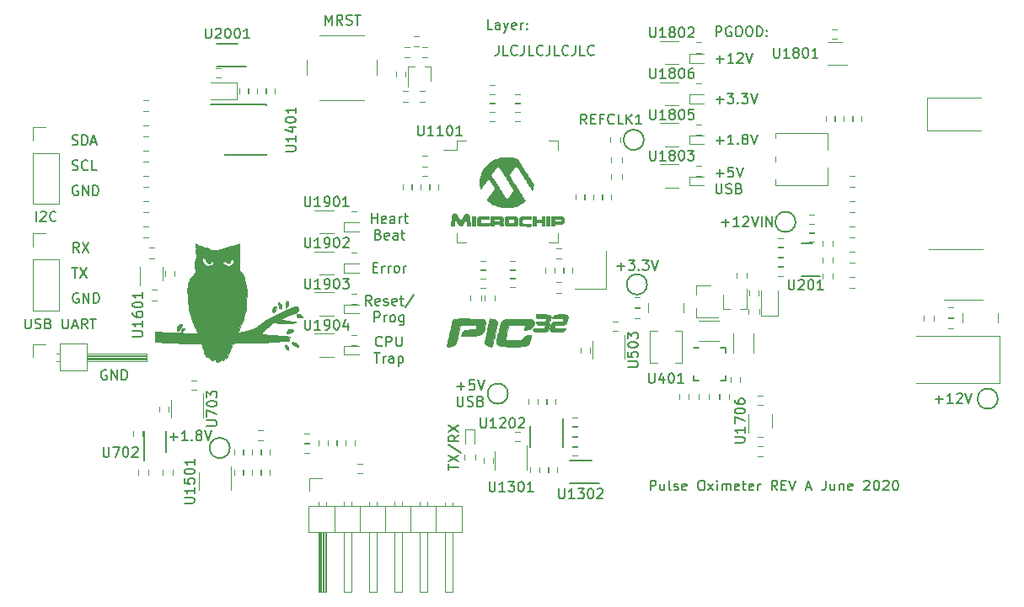
<source format=gbr>
G04 #@! TF.GenerationSoftware,KiCad,Pcbnew,(5.1.4)-1*
G04 #@! TF.CreationDate,2020-06-05T19:42:11-05:00*
G04 #@! TF.ProjectId,Pulse_Oximeter,50756c73-655f-44f7-9869-6d657465722e,rev?*
G04 #@! TF.SameCoordinates,Original*
G04 #@! TF.FileFunction,Legend,Top*
G04 #@! TF.FilePolarity,Positive*
%FSLAX46Y46*%
G04 Gerber Fmt 4.6, Leading zero omitted, Abs format (unit mm)*
G04 Created by KiCad (PCBNEW (5.1.4)-1) date 2020-06-05 19:42:11*
%MOMM*%
%LPD*%
G04 APERTURE LIST*
%ADD10C,0.150000*%
%ADD11C,0.200000*%
%ADD12C,0.010000*%
%ADD13C,0.120000*%
G04 APERTURE END LIST*
D10*
X151590952Y-68095880D02*
X151590952Y-68810166D01*
X151543333Y-68953023D01*
X151448095Y-69048261D01*
X151305238Y-69095880D01*
X151210000Y-69095880D01*
X152543333Y-69095880D02*
X152067142Y-69095880D01*
X152067142Y-68095880D01*
X153448095Y-69000642D02*
X153400476Y-69048261D01*
X153257619Y-69095880D01*
X153162380Y-69095880D01*
X153019523Y-69048261D01*
X152924285Y-68953023D01*
X152876666Y-68857785D01*
X152829047Y-68667309D01*
X152829047Y-68524452D01*
X152876666Y-68333976D01*
X152924285Y-68238738D01*
X153019523Y-68143500D01*
X153162380Y-68095880D01*
X153257619Y-68095880D01*
X153400476Y-68143500D01*
X153448095Y-68191119D01*
X154162380Y-68095880D02*
X154162380Y-68810166D01*
X154114761Y-68953023D01*
X154019523Y-69048261D01*
X153876666Y-69095880D01*
X153781428Y-69095880D01*
X155114761Y-69095880D02*
X154638571Y-69095880D01*
X154638571Y-68095880D01*
X156019523Y-69000642D02*
X155971904Y-69048261D01*
X155829047Y-69095880D01*
X155733809Y-69095880D01*
X155590952Y-69048261D01*
X155495714Y-68953023D01*
X155448095Y-68857785D01*
X155400476Y-68667309D01*
X155400476Y-68524452D01*
X155448095Y-68333976D01*
X155495714Y-68238738D01*
X155590952Y-68143500D01*
X155733809Y-68095880D01*
X155829047Y-68095880D01*
X155971904Y-68143500D01*
X156019523Y-68191119D01*
X156733809Y-68095880D02*
X156733809Y-68810166D01*
X156686190Y-68953023D01*
X156590952Y-69048261D01*
X156448095Y-69095880D01*
X156352857Y-69095880D01*
X157686190Y-69095880D02*
X157210000Y-69095880D01*
X157210000Y-68095880D01*
X158590952Y-69000642D02*
X158543333Y-69048261D01*
X158400476Y-69095880D01*
X158305238Y-69095880D01*
X158162380Y-69048261D01*
X158067142Y-68953023D01*
X158019523Y-68857785D01*
X157971904Y-68667309D01*
X157971904Y-68524452D01*
X158019523Y-68333976D01*
X158067142Y-68238738D01*
X158162380Y-68143500D01*
X158305238Y-68095880D01*
X158400476Y-68095880D01*
X158543333Y-68143500D01*
X158590952Y-68191119D01*
X159305238Y-68095880D02*
X159305238Y-68810166D01*
X159257619Y-68953023D01*
X159162380Y-69048261D01*
X159019523Y-69095880D01*
X158924285Y-69095880D01*
X160257619Y-69095880D02*
X159781428Y-69095880D01*
X159781428Y-68095880D01*
X161162380Y-69000642D02*
X161114761Y-69048261D01*
X160971904Y-69095880D01*
X160876666Y-69095880D01*
X160733809Y-69048261D01*
X160638571Y-68953023D01*
X160590952Y-68857785D01*
X160543333Y-68667309D01*
X160543333Y-68524452D01*
X160590952Y-68333976D01*
X160638571Y-68238738D01*
X160733809Y-68143500D01*
X160876666Y-68095880D01*
X160971904Y-68095880D01*
X161114761Y-68143500D01*
X161162380Y-68191119D01*
X166831928Y-112847380D02*
X166831928Y-111847380D01*
X167212880Y-111847380D01*
X167308119Y-111895000D01*
X167355738Y-111942619D01*
X167403357Y-112037857D01*
X167403357Y-112180714D01*
X167355738Y-112275952D01*
X167308119Y-112323571D01*
X167212880Y-112371190D01*
X166831928Y-112371190D01*
X168260500Y-112180714D02*
X168260500Y-112847380D01*
X167831928Y-112180714D02*
X167831928Y-112704523D01*
X167879547Y-112799761D01*
X167974785Y-112847380D01*
X168117642Y-112847380D01*
X168212880Y-112799761D01*
X168260500Y-112752142D01*
X168879547Y-112847380D02*
X168784309Y-112799761D01*
X168736690Y-112704523D01*
X168736690Y-111847380D01*
X169212880Y-112799761D02*
X169308119Y-112847380D01*
X169498595Y-112847380D01*
X169593833Y-112799761D01*
X169641452Y-112704523D01*
X169641452Y-112656904D01*
X169593833Y-112561666D01*
X169498595Y-112514047D01*
X169355738Y-112514047D01*
X169260500Y-112466428D01*
X169212880Y-112371190D01*
X169212880Y-112323571D01*
X169260500Y-112228333D01*
X169355738Y-112180714D01*
X169498595Y-112180714D01*
X169593833Y-112228333D01*
X170450976Y-112799761D02*
X170355738Y-112847380D01*
X170165261Y-112847380D01*
X170070023Y-112799761D01*
X170022404Y-112704523D01*
X170022404Y-112323571D01*
X170070023Y-112228333D01*
X170165261Y-112180714D01*
X170355738Y-112180714D01*
X170450976Y-112228333D01*
X170498595Y-112323571D01*
X170498595Y-112418809D01*
X170022404Y-112514047D01*
X171879547Y-111847380D02*
X172070023Y-111847380D01*
X172165261Y-111895000D01*
X172260500Y-111990238D01*
X172308119Y-112180714D01*
X172308119Y-112514047D01*
X172260500Y-112704523D01*
X172165261Y-112799761D01*
X172070023Y-112847380D01*
X171879547Y-112847380D01*
X171784309Y-112799761D01*
X171689071Y-112704523D01*
X171641452Y-112514047D01*
X171641452Y-112180714D01*
X171689071Y-111990238D01*
X171784309Y-111895000D01*
X171879547Y-111847380D01*
X172641452Y-112847380D02*
X173165261Y-112180714D01*
X172641452Y-112180714D02*
X173165261Y-112847380D01*
X173546214Y-112847380D02*
X173546214Y-112180714D01*
X173546214Y-111847380D02*
X173498595Y-111895000D01*
X173546214Y-111942619D01*
X173593833Y-111895000D01*
X173546214Y-111847380D01*
X173546214Y-111942619D01*
X174022404Y-112847380D02*
X174022404Y-112180714D01*
X174022404Y-112275952D02*
X174070023Y-112228333D01*
X174165261Y-112180714D01*
X174308119Y-112180714D01*
X174403357Y-112228333D01*
X174450976Y-112323571D01*
X174450976Y-112847380D01*
X174450976Y-112323571D02*
X174498595Y-112228333D01*
X174593833Y-112180714D01*
X174736690Y-112180714D01*
X174831928Y-112228333D01*
X174879547Y-112323571D01*
X174879547Y-112847380D01*
X175736690Y-112799761D02*
X175641452Y-112847380D01*
X175450976Y-112847380D01*
X175355738Y-112799761D01*
X175308119Y-112704523D01*
X175308119Y-112323571D01*
X175355738Y-112228333D01*
X175450976Y-112180714D01*
X175641452Y-112180714D01*
X175736690Y-112228333D01*
X175784309Y-112323571D01*
X175784309Y-112418809D01*
X175308119Y-112514047D01*
X176070023Y-112180714D02*
X176450976Y-112180714D01*
X176212880Y-111847380D02*
X176212880Y-112704523D01*
X176260500Y-112799761D01*
X176355738Y-112847380D01*
X176450976Y-112847380D01*
X177165261Y-112799761D02*
X177070023Y-112847380D01*
X176879547Y-112847380D01*
X176784309Y-112799761D01*
X176736690Y-112704523D01*
X176736690Y-112323571D01*
X176784309Y-112228333D01*
X176879547Y-112180714D01*
X177070023Y-112180714D01*
X177165261Y-112228333D01*
X177212880Y-112323571D01*
X177212880Y-112418809D01*
X176736690Y-112514047D01*
X177641452Y-112847380D02*
X177641452Y-112180714D01*
X177641452Y-112371190D02*
X177689071Y-112275952D01*
X177736690Y-112228333D01*
X177831928Y-112180714D01*
X177927166Y-112180714D01*
X179593833Y-112847380D02*
X179260500Y-112371190D01*
X179022404Y-112847380D02*
X179022404Y-111847380D01*
X179403357Y-111847380D01*
X179498595Y-111895000D01*
X179546214Y-111942619D01*
X179593833Y-112037857D01*
X179593833Y-112180714D01*
X179546214Y-112275952D01*
X179498595Y-112323571D01*
X179403357Y-112371190D01*
X179022404Y-112371190D01*
X180022404Y-112323571D02*
X180355738Y-112323571D01*
X180498595Y-112847380D02*
X180022404Y-112847380D01*
X180022404Y-111847380D01*
X180498595Y-111847380D01*
X180784309Y-111847380D02*
X181117642Y-112847380D01*
X181450976Y-111847380D01*
X182498595Y-112561666D02*
X182974785Y-112561666D01*
X182403357Y-112847380D02*
X182736690Y-111847380D01*
X183070023Y-112847380D01*
X184450976Y-111847380D02*
X184450976Y-112561666D01*
X184403357Y-112704523D01*
X184308119Y-112799761D01*
X184165261Y-112847380D01*
X184070023Y-112847380D01*
X185355738Y-112180714D02*
X185355738Y-112847380D01*
X184927166Y-112180714D02*
X184927166Y-112704523D01*
X184974785Y-112799761D01*
X185070023Y-112847380D01*
X185212880Y-112847380D01*
X185308119Y-112799761D01*
X185355738Y-112752142D01*
X185831928Y-112180714D02*
X185831928Y-112847380D01*
X185831928Y-112275952D02*
X185879547Y-112228333D01*
X185974785Y-112180714D01*
X186117642Y-112180714D01*
X186212880Y-112228333D01*
X186260500Y-112323571D01*
X186260500Y-112847380D01*
X187117642Y-112799761D02*
X187022404Y-112847380D01*
X186831928Y-112847380D01*
X186736690Y-112799761D01*
X186689071Y-112704523D01*
X186689071Y-112323571D01*
X186736690Y-112228333D01*
X186831928Y-112180714D01*
X187022404Y-112180714D01*
X187117642Y-112228333D01*
X187165261Y-112323571D01*
X187165261Y-112418809D01*
X186689071Y-112514047D01*
X188308119Y-111942619D02*
X188355738Y-111895000D01*
X188450976Y-111847380D01*
X188689071Y-111847380D01*
X188784309Y-111895000D01*
X188831928Y-111942619D01*
X188879547Y-112037857D01*
X188879547Y-112133095D01*
X188831928Y-112275952D01*
X188260500Y-112847380D01*
X188879547Y-112847380D01*
X189498595Y-111847380D02*
X189593833Y-111847380D01*
X189689071Y-111895000D01*
X189736690Y-111942619D01*
X189784309Y-112037857D01*
X189831928Y-112228333D01*
X189831928Y-112466428D01*
X189784309Y-112656904D01*
X189736690Y-112752142D01*
X189689071Y-112799761D01*
X189593833Y-112847380D01*
X189498595Y-112847380D01*
X189403357Y-112799761D01*
X189355738Y-112752142D01*
X189308119Y-112656904D01*
X189260500Y-112466428D01*
X189260500Y-112228333D01*
X189308119Y-112037857D01*
X189355738Y-111942619D01*
X189403357Y-111895000D01*
X189498595Y-111847380D01*
X190212880Y-111942619D02*
X190260500Y-111895000D01*
X190355738Y-111847380D01*
X190593833Y-111847380D01*
X190689071Y-111895000D01*
X190736690Y-111942619D01*
X190784309Y-112037857D01*
X190784309Y-112133095D01*
X190736690Y-112275952D01*
X190165261Y-112847380D01*
X190784309Y-112847380D01*
X191403357Y-111847380D02*
X191498595Y-111847380D01*
X191593833Y-111895000D01*
X191641452Y-111942619D01*
X191689071Y-112037857D01*
X191736690Y-112228333D01*
X191736690Y-112466428D01*
X191689071Y-112656904D01*
X191641452Y-112752142D01*
X191593833Y-112799761D01*
X191498595Y-112847380D01*
X191403357Y-112847380D01*
X191308119Y-112799761D01*
X191260500Y-112752142D01*
X191212880Y-112656904D01*
X191165261Y-112466428D01*
X191165261Y-112228333D01*
X191212880Y-112037857D01*
X191260500Y-111942619D01*
X191308119Y-111895000D01*
X191403357Y-111847380D01*
D11*
X150963500Y-66492380D02*
X150487309Y-66492380D01*
X150487309Y-65492380D01*
X151725404Y-66492380D02*
X151725404Y-65968571D01*
X151677785Y-65873333D01*
X151582547Y-65825714D01*
X151392071Y-65825714D01*
X151296833Y-65873333D01*
X151725404Y-66444761D02*
X151630166Y-66492380D01*
X151392071Y-66492380D01*
X151296833Y-66444761D01*
X151249214Y-66349523D01*
X151249214Y-66254285D01*
X151296833Y-66159047D01*
X151392071Y-66111428D01*
X151630166Y-66111428D01*
X151725404Y-66063809D01*
X152106357Y-65825714D02*
X152344452Y-66492380D01*
X152582547Y-65825714D02*
X152344452Y-66492380D01*
X152249214Y-66730476D01*
X152201595Y-66778095D01*
X152106357Y-66825714D01*
X153344452Y-66444761D02*
X153249214Y-66492380D01*
X153058738Y-66492380D01*
X152963500Y-66444761D01*
X152915880Y-66349523D01*
X152915880Y-65968571D01*
X152963500Y-65873333D01*
X153058738Y-65825714D01*
X153249214Y-65825714D01*
X153344452Y-65873333D01*
X153392071Y-65968571D01*
X153392071Y-66063809D01*
X152915880Y-66159047D01*
X153820642Y-66492380D02*
X153820642Y-65825714D01*
X153820642Y-66016190D02*
X153868261Y-65920952D01*
X153915880Y-65873333D01*
X154011119Y-65825714D01*
X154106357Y-65825714D01*
X154439690Y-66397142D02*
X154487309Y-66444761D01*
X154439690Y-66492380D01*
X154392071Y-66444761D01*
X154439690Y-66397142D01*
X154439690Y-66492380D01*
X154439690Y-65873333D02*
X154487309Y-65920952D01*
X154439690Y-65968571D01*
X154392071Y-65920952D01*
X154439690Y-65873333D01*
X154439690Y-65968571D01*
D10*
X112204595Y-100782500D02*
X112109357Y-100734880D01*
X111966500Y-100734880D01*
X111823642Y-100782500D01*
X111728404Y-100877738D01*
X111680785Y-100972976D01*
X111633166Y-101163452D01*
X111633166Y-101306309D01*
X111680785Y-101496785D01*
X111728404Y-101592023D01*
X111823642Y-101687261D01*
X111966500Y-101734880D01*
X112061738Y-101734880D01*
X112204595Y-101687261D01*
X112252214Y-101639642D01*
X112252214Y-101306309D01*
X112061738Y-101306309D01*
X112680785Y-101734880D02*
X112680785Y-100734880D01*
X113252214Y-101734880D01*
X113252214Y-100734880D01*
X113728404Y-101734880D02*
X113728404Y-100734880D01*
X113966500Y-100734880D01*
X114109357Y-100782500D01*
X114204595Y-100877738D01*
X114252214Y-100972976D01*
X114299833Y-101163452D01*
X114299833Y-101306309D01*
X114252214Y-101496785D01*
X114204595Y-101592023D01*
X114109357Y-101687261D01*
X113966500Y-101734880D01*
X113728404Y-101734880D01*
X160425119Y-76017380D02*
X160091785Y-75541190D01*
X159853690Y-76017380D02*
X159853690Y-75017380D01*
X160234642Y-75017380D01*
X160329880Y-75065000D01*
X160377500Y-75112619D01*
X160425119Y-75207857D01*
X160425119Y-75350714D01*
X160377500Y-75445952D01*
X160329880Y-75493571D01*
X160234642Y-75541190D01*
X159853690Y-75541190D01*
X160853690Y-75493571D02*
X161187023Y-75493571D01*
X161329880Y-76017380D02*
X160853690Y-76017380D01*
X160853690Y-75017380D01*
X161329880Y-75017380D01*
X162091785Y-75493571D02*
X161758452Y-75493571D01*
X161758452Y-76017380D02*
X161758452Y-75017380D01*
X162234642Y-75017380D01*
X163187023Y-75922142D02*
X163139404Y-75969761D01*
X162996547Y-76017380D01*
X162901309Y-76017380D01*
X162758452Y-75969761D01*
X162663214Y-75874523D01*
X162615595Y-75779285D01*
X162567976Y-75588809D01*
X162567976Y-75445952D01*
X162615595Y-75255476D01*
X162663214Y-75160238D01*
X162758452Y-75065000D01*
X162901309Y-75017380D01*
X162996547Y-75017380D01*
X163139404Y-75065000D01*
X163187023Y-75112619D01*
X164091785Y-76017380D02*
X163615595Y-76017380D01*
X163615595Y-75017380D01*
X164425119Y-76017380D02*
X164425119Y-75017380D01*
X164996547Y-76017380D02*
X164567976Y-75445952D01*
X164996547Y-75017380D02*
X164425119Y-75588809D01*
X165948928Y-76017380D02*
X165377500Y-76017380D01*
X165663214Y-76017380D02*
X165663214Y-75017380D01*
X165567976Y-75160238D01*
X165472738Y-75255476D01*
X165377500Y-75303095D01*
X163481000Y-90304928D02*
X164242904Y-90304928D01*
X163861952Y-90685880D02*
X163861952Y-89923976D01*
X164623857Y-89685880D02*
X165242904Y-89685880D01*
X164909571Y-90066833D01*
X165052428Y-90066833D01*
X165147666Y-90114452D01*
X165195285Y-90162071D01*
X165242904Y-90257309D01*
X165242904Y-90495404D01*
X165195285Y-90590642D01*
X165147666Y-90638261D01*
X165052428Y-90685880D01*
X164766714Y-90685880D01*
X164671476Y-90638261D01*
X164623857Y-90590642D01*
X165671476Y-90590642D02*
X165719095Y-90638261D01*
X165671476Y-90685880D01*
X165623857Y-90638261D01*
X165671476Y-90590642D01*
X165671476Y-90685880D01*
X166052428Y-89685880D02*
X166671476Y-89685880D01*
X166338142Y-90066833D01*
X166481000Y-90066833D01*
X166576238Y-90114452D01*
X166623857Y-90162071D01*
X166671476Y-90257309D01*
X166671476Y-90495404D01*
X166623857Y-90590642D01*
X166576238Y-90638261D01*
X166481000Y-90685880D01*
X166195285Y-90685880D01*
X166100047Y-90638261D01*
X166052428Y-90590642D01*
X166957190Y-89685880D02*
X167290523Y-90685880D01*
X167623857Y-89685880D01*
X109428523Y-88907880D02*
X109095190Y-88431690D01*
X108857095Y-88907880D02*
X108857095Y-87907880D01*
X109238047Y-87907880D01*
X109333285Y-87955500D01*
X109380904Y-88003119D01*
X109428523Y-88098357D01*
X109428523Y-88241214D01*
X109380904Y-88336452D01*
X109333285Y-88384071D01*
X109238047Y-88431690D01*
X108857095Y-88431690D01*
X109761857Y-87907880D02*
X110428523Y-88907880D01*
X110428523Y-87907880D02*
X109761857Y-88907880D01*
X104029309Y-95591380D02*
X104029309Y-96400904D01*
X104076928Y-96496142D01*
X104124547Y-96543761D01*
X104219785Y-96591380D01*
X104410261Y-96591380D01*
X104505500Y-96543761D01*
X104553119Y-96496142D01*
X104600738Y-96400904D01*
X104600738Y-95591380D01*
X105029309Y-96543761D02*
X105172166Y-96591380D01*
X105410261Y-96591380D01*
X105505500Y-96543761D01*
X105553119Y-96496142D01*
X105600738Y-96400904D01*
X105600738Y-96305666D01*
X105553119Y-96210428D01*
X105505500Y-96162809D01*
X105410261Y-96115190D01*
X105219785Y-96067571D01*
X105124547Y-96019952D01*
X105076928Y-95972333D01*
X105029309Y-95877095D01*
X105029309Y-95781857D01*
X105076928Y-95686619D01*
X105124547Y-95639000D01*
X105219785Y-95591380D01*
X105457880Y-95591380D01*
X105600738Y-95639000D01*
X106362642Y-96067571D02*
X106505500Y-96115190D01*
X106553119Y-96162809D01*
X106600738Y-96258047D01*
X106600738Y-96400904D01*
X106553119Y-96496142D01*
X106505500Y-96543761D01*
X106410261Y-96591380D01*
X106029309Y-96591380D01*
X106029309Y-95591380D01*
X106362642Y-95591380D01*
X106457880Y-95639000D01*
X106505500Y-95686619D01*
X106553119Y-95781857D01*
X106553119Y-95877095D01*
X106505500Y-95972333D01*
X106457880Y-96019952D01*
X106362642Y-96067571D01*
X106029309Y-96067571D01*
X107791214Y-95591380D02*
X107791214Y-96400904D01*
X107838833Y-96496142D01*
X107886452Y-96543761D01*
X107981690Y-96591380D01*
X108172166Y-96591380D01*
X108267404Y-96543761D01*
X108315023Y-96496142D01*
X108362642Y-96400904D01*
X108362642Y-95591380D01*
X108791214Y-96305666D02*
X109267404Y-96305666D01*
X108695976Y-96591380D02*
X109029309Y-95591380D01*
X109362642Y-96591380D01*
X110267404Y-96591380D02*
X109934071Y-96115190D01*
X109695976Y-96591380D02*
X109695976Y-95591380D01*
X110076928Y-95591380D01*
X110172166Y-95639000D01*
X110219785Y-95686619D01*
X110267404Y-95781857D01*
X110267404Y-95924714D01*
X110219785Y-96019952D01*
X110172166Y-96067571D01*
X110076928Y-96115190D01*
X109695976Y-96115190D01*
X110553119Y-95591380D02*
X111124547Y-95591380D01*
X110838833Y-96591380D02*
X110838833Y-95591380D01*
X109380904Y-93035500D02*
X109285666Y-92987880D01*
X109142809Y-92987880D01*
X108999952Y-93035500D01*
X108904714Y-93130738D01*
X108857095Y-93225976D01*
X108809476Y-93416452D01*
X108809476Y-93559309D01*
X108857095Y-93749785D01*
X108904714Y-93845023D01*
X108999952Y-93940261D01*
X109142809Y-93987880D01*
X109238047Y-93987880D01*
X109380904Y-93940261D01*
X109428523Y-93892642D01*
X109428523Y-93559309D01*
X109238047Y-93559309D01*
X109857095Y-93987880D02*
X109857095Y-92987880D01*
X110428523Y-93987880D01*
X110428523Y-92987880D01*
X110904714Y-93987880D02*
X110904714Y-92987880D01*
X111142809Y-92987880D01*
X111285666Y-93035500D01*
X111380904Y-93130738D01*
X111428523Y-93225976D01*
X111476142Y-93416452D01*
X111476142Y-93559309D01*
X111428523Y-93749785D01*
X111380904Y-93845023D01*
X111285666Y-93940261D01*
X111142809Y-93987880D01*
X110904714Y-93987880D01*
X108714238Y-90447880D02*
X109285666Y-90447880D01*
X108999952Y-91447880D02*
X108999952Y-90447880D01*
X109523761Y-90447880D02*
X110190428Y-91447880D01*
X110190428Y-90447880D02*
X109523761Y-91447880D01*
X105132309Y-85796380D02*
X105132309Y-84796380D01*
X105560880Y-84891619D02*
X105608500Y-84844000D01*
X105703738Y-84796380D01*
X105941833Y-84796380D01*
X106037071Y-84844000D01*
X106084690Y-84891619D01*
X106132309Y-84986857D01*
X106132309Y-85082095D01*
X106084690Y-85224952D01*
X105513261Y-85796380D01*
X106132309Y-85796380D01*
X107132309Y-85701142D02*
X107084690Y-85748761D01*
X106941833Y-85796380D01*
X106846595Y-85796380D01*
X106703738Y-85748761D01*
X106608500Y-85653523D01*
X106560880Y-85558285D01*
X106513261Y-85367809D01*
X106513261Y-85224952D01*
X106560880Y-85034476D01*
X106608500Y-84939238D01*
X106703738Y-84844000D01*
X106846595Y-84796380D01*
X106941833Y-84796380D01*
X107084690Y-84844000D01*
X107132309Y-84891619D01*
X109317404Y-82240500D02*
X109222166Y-82192880D01*
X109079309Y-82192880D01*
X108936452Y-82240500D01*
X108841214Y-82335738D01*
X108793595Y-82430976D01*
X108745976Y-82621452D01*
X108745976Y-82764309D01*
X108793595Y-82954785D01*
X108841214Y-83050023D01*
X108936452Y-83145261D01*
X109079309Y-83192880D01*
X109174547Y-83192880D01*
X109317404Y-83145261D01*
X109365023Y-83097642D01*
X109365023Y-82764309D01*
X109174547Y-82764309D01*
X109793595Y-83192880D02*
X109793595Y-82192880D01*
X110365023Y-83192880D01*
X110365023Y-82192880D01*
X110841214Y-83192880D02*
X110841214Y-82192880D01*
X111079309Y-82192880D01*
X111222166Y-82240500D01*
X111317404Y-82335738D01*
X111365023Y-82430976D01*
X111412642Y-82621452D01*
X111412642Y-82764309D01*
X111365023Y-82954785D01*
X111317404Y-83050023D01*
X111222166Y-83145261D01*
X111079309Y-83192880D01*
X110841214Y-83192880D01*
X108745976Y-80605261D02*
X108888833Y-80652880D01*
X109126928Y-80652880D01*
X109222166Y-80605261D01*
X109269785Y-80557642D01*
X109317404Y-80462404D01*
X109317404Y-80367166D01*
X109269785Y-80271928D01*
X109222166Y-80224309D01*
X109126928Y-80176690D01*
X108936452Y-80129071D01*
X108841214Y-80081452D01*
X108793595Y-80033833D01*
X108745976Y-79938595D01*
X108745976Y-79843357D01*
X108793595Y-79748119D01*
X108841214Y-79700500D01*
X108936452Y-79652880D01*
X109174547Y-79652880D01*
X109317404Y-79700500D01*
X110317404Y-80557642D02*
X110269785Y-80605261D01*
X110126928Y-80652880D01*
X110031690Y-80652880D01*
X109888833Y-80605261D01*
X109793595Y-80510023D01*
X109745976Y-80414785D01*
X109698357Y-80224309D01*
X109698357Y-80081452D01*
X109745976Y-79890976D01*
X109793595Y-79795738D01*
X109888833Y-79700500D01*
X110031690Y-79652880D01*
X110126928Y-79652880D01*
X110269785Y-79700500D01*
X110317404Y-79748119D01*
X111222166Y-80652880D02*
X110745976Y-80652880D01*
X110745976Y-79652880D01*
X108745976Y-78065261D02*
X108888833Y-78112880D01*
X109126928Y-78112880D01*
X109222166Y-78065261D01*
X109269785Y-78017642D01*
X109317404Y-77922404D01*
X109317404Y-77827166D01*
X109269785Y-77731928D01*
X109222166Y-77684309D01*
X109126928Y-77636690D01*
X108936452Y-77589071D01*
X108841214Y-77541452D01*
X108793595Y-77493833D01*
X108745976Y-77398595D01*
X108745976Y-77303357D01*
X108793595Y-77208119D01*
X108841214Y-77160500D01*
X108936452Y-77112880D01*
X109174547Y-77112880D01*
X109317404Y-77160500D01*
X109745976Y-78112880D02*
X109745976Y-77112880D01*
X109984071Y-77112880D01*
X110126928Y-77160500D01*
X110222166Y-77255738D01*
X110269785Y-77350976D01*
X110317404Y-77541452D01*
X110317404Y-77684309D01*
X110269785Y-77874785D01*
X110222166Y-77970023D01*
X110126928Y-78065261D01*
X109984071Y-78112880D01*
X109745976Y-78112880D01*
X110698357Y-77827166D02*
X111174547Y-77827166D01*
X110603119Y-78112880D02*
X110936452Y-77112880D01*
X111269785Y-78112880D01*
X134199523Y-66047880D02*
X134199523Y-65047880D01*
X134532857Y-65762166D01*
X134866190Y-65047880D01*
X134866190Y-66047880D01*
X135913809Y-66047880D02*
X135580476Y-65571690D01*
X135342380Y-66047880D02*
X135342380Y-65047880D01*
X135723333Y-65047880D01*
X135818571Y-65095500D01*
X135866190Y-65143119D01*
X135913809Y-65238357D01*
X135913809Y-65381214D01*
X135866190Y-65476452D01*
X135818571Y-65524071D01*
X135723333Y-65571690D01*
X135342380Y-65571690D01*
X136294761Y-66000261D02*
X136437619Y-66047880D01*
X136675714Y-66047880D01*
X136770952Y-66000261D01*
X136818571Y-65952642D01*
X136866190Y-65857404D01*
X136866190Y-65762166D01*
X136818571Y-65666928D01*
X136770952Y-65619309D01*
X136675714Y-65571690D01*
X136485238Y-65524071D01*
X136390000Y-65476452D01*
X136342380Y-65428833D01*
X136294761Y-65333595D01*
X136294761Y-65238357D01*
X136342380Y-65143119D01*
X136390000Y-65095500D01*
X136485238Y-65047880D01*
X136723333Y-65047880D01*
X136866190Y-65095500D01*
X137151904Y-65047880D02*
X137723333Y-65047880D01*
X137437619Y-66047880D02*
X137437619Y-65047880D01*
X139874714Y-98274642D02*
X139827095Y-98322261D01*
X139684238Y-98369880D01*
X139589000Y-98369880D01*
X139446142Y-98322261D01*
X139350904Y-98227023D01*
X139303285Y-98131785D01*
X139255666Y-97941309D01*
X139255666Y-97798452D01*
X139303285Y-97607976D01*
X139350904Y-97512738D01*
X139446142Y-97417500D01*
X139589000Y-97369880D01*
X139684238Y-97369880D01*
X139827095Y-97417500D01*
X139874714Y-97465119D01*
X140303285Y-98369880D02*
X140303285Y-97369880D01*
X140684238Y-97369880D01*
X140779476Y-97417500D01*
X140827095Y-97465119D01*
X140874714Y-97560357D01*
X140874714Y-97703214D01*
X140827095Y-97798452D01*
X140779476Y-97846071D01*
X140684238Y-97893690D01*
X140303285Y-97893690D01*
X141303285Y-97369880D02*
X141303285Y-98179404D01*
X141350904Y-98274642D01*
X141398523Y-98322261D01*
X141493761Y-98369880D01*
X141684238Y-98369880D01*
X141779476Y-98322261D01*
X141827095Y-98274642D01*
X141874714Y-98179404D01*
X141874714Y-97369880D01*
X139089000Y-99019880D02*
X139660428Y-99019880D01*
X139374714Y-100019880D02*
X139374714Y-99019880D01*
X139993761Y-100019880D02*
X139993761Y-99353214D01*
X139993761Y-99543690D02*
X140041380Y-99448452D01*
X140089000Y-99400833D01*
X140184238Y-99353214D01*
X140279476Y-99353214D01*
X141041380Y-100019880D02*
X141041380Y-99496071D01*
X140993761Y-99400833D01*
X140898523Y-99353214D01*
X140708047Y-99353214D01*
X140612809Y-99400833D01*
X141041380Y-99972261D02*
X140946142Y-100019880D01*
X140708047Y-100019880D01*
X140612809Y-99972261D01*
X140565190Y-99877023D01*
X140565190Y-99781785D01*
X140612809Y-99686547D01*
X140708047Y-99638928D01*
X140946142Y-99638928D01*
X141041380Y-99591309D01*
X141517571Y-99353214D02*
X141517571Y-100353214D01*
X141517571Y-99400833D02*
X141612809Y-99353214D01*
X141803285Y-99353214D01*
X141898523Y-99400833D01*
X141946142Y-99448452D01*
X141993761Y-99543690D01*
X141993761Y-99829404D01*
X141946142Y-99924642D01*
X141898523Y-99972261D01*
X141803285Y-100019880D01*
X141612809Y-100019880D01*
X141517571Y-99972261D01*
X138827095Y-94242380D02*
X138493761Y-93766190D01*
X138255666Y-94242380D02*
X138255666Y-93242380D01*
X138636619Y-93242380D01*
X138731857Y-93290000D01*
X138779476Y-93337619D01*
X138827095Y-93432857D01*
X138827095Y-93575714D01*
X138779476Y-93670952D01*
X138731857Y-93718571D01*
X138636619Y-93766190D01*
X138255666Y-93766190D01*
X139636619Y-94194761D02*
X139541380Y-94242380D01*
X139350904Y-94242380D01*
X139255666Y-94194761D01*
X139208047Y-94099523D01*
X139208047Y-93718571D01*
X139255666Y-93623333D01*
X139350904Y-93575714D01*
X139541380Y-93575714D01*
X139636619Y-93623333D01*
X139684238Y-93718571D01*
X139684238Y-93813809D01*
X139208047Y-93909047D01*
X140065190Y-94194761D02*
X140160428Y-94242380D01*
X140350904Y-94242380D01*
X140446142Y-94194761D01*
X140493761Y-94099523D01*
X140493761Y-94051904D01*
X140446142Y-93956666D01*
X140350904Y-93909047D01*
X140208047Y-93909047D01*
X140112809Y-93861428D01*
X140065190Y-93766190D01*
X140065190Y-93718571D01*
X140112809Y-93623333D01*
X140208047Y-93575714D01*
X140350904Y-93575714D01*
X140446142Y-93623333D01*
X141303285Y-94194761D02*
X141208047Y-94242380D01*
X141017571Y-94242380D01*
X140922333Y-94194761D01*
X140874714Y-94099523D01*
X140874714Y-93718571D01*
X140922333Y-93623333D01*
X141017571Y-93575714D01*
X141208047Y-93575714D01*
X141303285Y-93623333D01*
X141350904Y-93718571D01*
X141350904Y-93813809D01*
X140874714Y-93909047D01*
X141636619Y-93575714D02*
X142017571Y-93575714D01*
X141779476Y-93242380D02*
X141779476Y-94099523D01*
X141827095Y-94194761D01*
X141922333Y-94242380D01*
X142017571Y-94242380D01*
X143065190Y-93194761D02*
X142208047Y-94480476D01*
X139112809Y-95892380D02*
X139112809Y-94892380D01*
X139493761Y-94892380D01*
X139589000Y-94940000D01*
X139636619Y-94987619D01*
X139684238Y-95082857D01*
X139684238Y-95225714D01*
X139636619Y-95320952D01*
X139589000Y-95368571D01*
X139493761Y-95416190D01*
X139112809Y-95416190D01*
X140112809Y-95892380D02*
X140112809Y-95225714D01*
X140112809Y-95416190D02*
X140160428Y-95320952D01*
X140208047Y-95273333D01*
X140303285Y-95225714D01*
X140398523Y-95225714D01*
X140874714Y-95892380D02*
X140779476Y-95844761D01*
X140731857Y-95797142D01*
X140684238Y-95701904D01*
X140684238Y-95416190D01*
X140731857Y-95320952D01*
X140779476Y-95273333D01*
X140874714Y-95225714D01*
X141017571Y-95225714D01*
X141112809Y-95273333D01*
X141160428Y-95320952D01*
X141208047Y-95416190D01*
X141208047Y-95701904D01*
X141160428Y-95797142D01*
X141112809Y-95844761D01*
X141017571Y-95892380D01*
X140874714Y-95892380D01*
X142065190Y-95225714D02*
X142065190Y-96035238D01*
X142017571Y-96130476D01*
X141969952Y-96178095D01*
X141874714Y-96225714D01*
X141731857Y-96225714D01*
X141636619Y-96178095D01*
X142065190Y-95844761D02*
X141969952Y-95892380D01*
X141779476Y-95892380D01*
X141684238Y-95844761D01*
X141636619Y-95797142D01*
X141589000Y-95701904D01*
X141589000Y-95416190D01*
X141636619Y-95320952D01*
X141684238Y-95273333D01*
X141779476Y-95225714D01*
X141969952Y-95225714D01*
X142065190Y-95273333D01*
X138993761Y-90416071D02*
X139327095Y-90416071D01*
X139469952Y-90939880D02*
X138993761Y-90939880D01*
X138993761Y-89939880D01*
X139469952Y-89939880D01*
X139898523Y-90939880D02*
X139898523Y-90273214D01*
X139898523Y-90463690D02*
X139946142Y-90368452D01*
X139993761Y-90320833D01*
X140089000Y-90273214D01*
X140184238Y-90273214D01*
X140517571Y-90939880D02*
X140517571Y-90273214D01*
X140517571Y-90463690D02*
X140565190Y-90368452D01*
X140612809Y-90320833D01*
X140708047Y-90273214D01*
X140803285Y-90273214D01*
X141279476Y-90939880D02*
X141184238Y-90892261D01*
X141136619Y-90844642D01*
X141089000Y-90749404D01*
X141089000Y-90463690D01*
X141136619Y-90368452D01*
X141184238Y-90320833D01*
X141279476Y-90273214D01*
X141422333Y-90273214D01*
X141517571Y-90320833D01*
X141565190Y-90368452D01*
X141612809Y-90463690D01*
X141612809Y-90749404D01*
X141565190Y-90844642D01*
X141517571Y-90892261D01*
X141422333Y-90939880D01*
X141279476Y-90939880D01*
X142041380Y-90939880D02*
X142041380Y-90273214D01*
X142041380Y-90463690D02*
X142089000Y-90368452D01*
X142136619Y-90320833D01*
X142231857Y-90273214D01*
X142327095Y-90273214D01*
X138827095Y-85987380D02*
X138827095Y-84987380D01*
X138827095Y-85463571D02*
X139398523Y-85463571D01*
X139398523Y-85987380D02*
X139398523Y-84987380D01*
X140255666Y-85939761D02*
X140160428Y-85987380D01*
X139969952Y-85987380D01*
X139874714Y-85939761D01*
X139827095Y-85844523D01*
X139827095Y-85463571D01*
X139874714Y-85368333D01*
X139969952Y-85320714D01*
X140160428Y-85320714D01*
X140255666Y-85368333D01*
X140303285Y-85463571D01*
X140303285Y-85558809D01*
X139827095Y-85654047D01*
X141160428Y-85987380D02*
X141160428Y-85463571D01*
X141112809Y-85368333D01*
X141017571Y-85320714D01*
X140827095Y-85320714D01*
X140731857Y-85368333D01*
X141160428Y-85939761D02*
X141065190Y-85987380D01*
X140827095Y-85987380D01*
X140731857Y-85939761D01*
X140684238Y-85844523D01*
X140684238Y-85749285D01*
X140731857Y-85654047D01*
X140827095Y-85606428D01*
X141065190Y-85606428D01*
X141160428Y-85558809D01*
X141636619Y-85987380D02*
X141636619Y-85320714D01*
X141636619Y-85511190D02*
X141684238Y-85415952D01*
X141731857Y-85368333D01*
X141827095Y-85320714D01*
X141922333Y-85320714D01*
X142112809Y-85320714D02*
X142493761Y-85320714D01*
X142255666Y-84987380D02*
X142255666Y-85844523D01*
X142303285Y-85939761D01*
X142398523Y-85987380D01*
X142493761Y-85987380D01*
X139493761Y-87113571D02*
X139636619Y-87161190D01*
X139684238Y-87208809D01*
X139731857Y-87304047D01*
X139731857Y-87446904D01*
X139684238Y-87542142D01*
X139636619Y-87589761D01*
X139541380Y-87637380D01*
X139160428Y-87637380D01*
X139160428Y-86637380D01*
X139493761Y-86637380D01*
X139589000Y-86685000D01*
X139636619Y-86732619D01*
X139684238Y-86827857D01*
X139684238Y-86923095D01*
X139636619Y-87018333D01*
X139589000Y-87065952D01*
X139493761Y-87113571D01*
X139160428Y-87113571D01*
X140541380Y-87589761D02*
X140446142Y-87637380D01*
X140255666Y-87637380D01*
X140160428Y-87589761D01*
X140112809Y-87494523D01*
X140112809Y-87113571D01*
X140160428Y-87018333D01*
X140255666Y-86970714D01*
X140446142Y-86970714D01*
X140541380Y-87018333D01*
X140589000Y-87113571D01*
X140589000Y-87208809D01*
X140112809Y-87304047D01*
X141446142Y-87637380D02*
X141446142Y-87113571D01*
X141398523Y-87018333D01*
X141303285Y-86970714D01*
X141112809Y-86970714D01*
X141017571Y-87018333D01*
X141446142Y-87589761D02*
X141350904Y-87637380D01*
X141112809Y-87637380D01*
X141017571Y-87589761D01*
X140969952Y-87494523D01*
X140969952Y-87399285D01*
X141017571Y-87304047D01*
X141112809Y-87256428D01*
X141350904Y-87256428D01*
X141446142Y-87208809D01*
X141779476Y-86970714D02*
X142160428Y-86970714D01*
X141922333Y-86637380D02*
X141922333Y-87494523D01*
X141969952Y-87589761D01*
X142065190Y-87637380D01*
X142160428Y-87637380D01*
X173436595Y-67190880D02*
X173436595Y-66190880D01*
X173817547Y-66190880D01*
X173912785Y-66238500D01*
X173960404Y-66286119D01*
X174008023Y-66381357D01*
X174008023Y-66524214D01*
X173960404Y-66619452D01*
X173912785Y-66667071D01*
X173817547Y-66714690D01*
X173436595Y-66714690D01*
X174960404Y-66238500D02*
X174865166Y-66190880D01*
X174722309Y-66190880D01*
X174579452Y-66238500D01*
X174484214Y-66333738D01*
X174436595Y-66428976D01*
X174388976Y-66619452D01*
X174388976Y-66762309D01*
X174436595Y-66952785D01*
X174484214Y-67048023D01*
X174579452Y-67143261D01*
X174722309Y-67190880D01*
X174817547Y-67190880D01*
X174960404Y-67143261D01*
X175008023Y-67095642D01*
X175008023Y-66762309D01*
X174817547Y-66762309D01*
X175627071Y-66190880D02*
X175817547Y-66190880D01*
X175912785Y-66238500D01*
X176008023Y-66333738D01*
X176055642Y-66524214D01*
X176055642Y-66857547D01*
X176008023Y-67048023D01*
X175912785Y-67143261D01*
X175817547Y-67190880D01*
X175627071Y-67190880D01*
X175531833Y-67143261D01*
X175436595Y-67048023D01*
X175388976Y-66857547D01*
X175388976Y-66524214D01*
X175436595Y-66333738D01*
X175531833Y-66238500D01*
X175627071Y-66190880D01*
X176674690Y-66190880D02*
X176865166Y-66190880D01*
X176960404Y-66238500D01*
X177055642Y-66333738D01*
X177103261Y-66524214D01*
X177103261Y-66857547D01*
X177055642Y-67048023D01*
X176960404Y-67143261D01*
X176865166Y-67190880D01*
X176674690Y-67190880D01*
X176579452Y-67143261D01*
X176484214Y-67048023D01*
X176436595Y-66857547D01*
X176436595Y-66524214D01*
X176484214Y-66333738D01*
X176579452Y-66238500D01*
X176674690Y-66190880D01*
X177531833Y-67190880D02*
X177531833Y-66190880D01*
X177769928Y-66190880D01*
X177912785Y-66238500D01*
X178008023Y-66333738D01*
X178055642Y-66428976D01*
X178103261Y-66619452D01*
X178103261Y-66762309D01*
X178055642Y-66952785D01*
X178008023Y-67048023D01*
X177912785Y-67143261D01*
X177769928Y-67190880D01*
X177531833Y-67190880D01*
X178531833Y-67095642D02*
X178579452Y-67143261D01*
X178531833Y-67190880D01*
X178484214Y-67143261D01*
X178531833Y-67095642D01*
X178531833Y-67190880D01*
X178531833Y-66571833D02*
X178579452Y-66619452D01*
X178531833Y-66667071D01*
X178484214Y-66619452D01*
X178531833Y-66571833D01*
X178531833Y-66667071D01*
X173436595Y-80970928D02*
X174198500Y-80970928D01*
X173817547Y-81351880D02*
X173817547Y-80589976D01*
X175150880Y-80351880D02*
X174674690Y-80351880D01*
X174627071Y-80828071D01*
X174674690Y-80780452D01*
X174769928Y-80732833D01*
X175008023Y-80732833D01*
X175103261Y-80780452D01*
X175150880Y-80828071D01*
X175198500Y-80923309D01*
X175198500Y-81161404D01*
X175150880Y-81256642D01*
X175103261Y-81304261D01*
X175008023Y-81351880D01*
X174769928Y-81351880D01*
X174674690Y-81304261D01*
X174627071Y-81256642D01*
X175484214Y-80351880D02*
X175817547Y-81351880D01*
X176150880Y-80351880D01*
X173436595Y-82001880D02*
X173436595Y-82811404D01*
X173484214Y-82906642D01*
X173531833Y-82954261D01*
X173627071Y-83001880D01*
X173817547Y-83001880D01*
X173912785Y-82954261D01*
X173960404Y-82906642D01*
X174008023Y-82811404D01*
X174008023Y-82001880D01*
X174436595Y-82954261D02*
X174579452Y-83001880D01*
X174817547Y-83001880D01*
X174912785Y-82954261D01*
X174960404Y-82906642D01*
X175008023Y-82811404D01*
X175008023Y-82716166D01*
X174960404Y-82620928D01*
X174912785Y-82573309D01*
X174817547Y-82525690D01*
X174627071Y-82478071D01*
X174531833Y-82430452D01*
X174484214Y-82382833D01*
X174436595Y-82287595D01*
X174436595Y-82192357D01*
X174484214Y-82097119D01*
X174531833Y-82049500D01*
X174627071Y-82001880D01*
X174865166Y-82001880D01*
X175008023Y-82049500D01*
X175769928Y-82478071D02*
X175912785Y-82525690D01*
X175960404Y-82573309D01*
X176008023Y-82668547D01*
X176008023Y-82811404D01*
X175960404Y-82906642D01*
X175912785Y-82954261D01*
X175817547Y-83001880D01*
X175436595Y-83001880D01*
X175436595Y-82001880D01*
X175769928Y-82001880D01*
X175865166Y-82049500D01*
X175912785Y-82097119D01*
X175960404Y-82192357D01*
X175960404Y-82287595D01*
X175912785Y-82382833D01*
X175865166Y-82430452D01*
X175769928Y-82478071D01*
X175436595Y-82478071D01*
X173436595Y-77668428D02*
X174198500Y-77668428D01*
X173817547Y-78049380D02*
X173817547Y-77287476D01*
X175198500Y-78049380D02*
X174627071Y-78049380D01*
X174912785Y-78049380D02*
X174912785Y-77049380D01*
X174817547Y-77192238D01*
X174722309Y-77287476D01*
X174627071Y-77335095D01*
X175627071Y-77954142D02*
X175674690Y-78001761D01*
X175627071Y-78049380D01*
X175579452Y-78001761D01*
X175627071Y-77954142D01*
X175627071Y-78049380D01*
X176246119Y-77477952D02*
X176150880Y-77430333D01*
X176103261Y-77382714D01*
X176055642Y-77287476D01*
X176055642Y-77239857D01*
X176103261Y-77144619D01*
X176150880Y-77097000D01*
X176246119Y-77049380D01*
X176436595Y-77049380D01*
X176531833Y-77097000D01*
X176579452Y-77144619D01*
X176627071Y-77239857D01*
X176627071Y-77287476D01*
X176579452Y-77382714D01*
X176531833Y-77430333D01*
X176436595Y-77477952D01*
X176246119Y-77477952D01*
X176150880Y-77525571D01*
X176103261Y-77573190D01*
X176055642Y-77668428D01*
X176055642Y-77858904D01*
X176103261Y-77954142D01*
X176150880Y-78001761D01*
X176246119Y-78049380D01*
X176436595Y-78049380D01*
X176531833Y-78001761D01*
X176579452Y-77954142D01*
X176627071Y-77858904D01*
X176627071Y-77668428D01*
X176579452Y-77573190D01*
X176531833Y-77525571D01*
X176436595Y-77477952D01*
X176912785Y-77049380D02*
X177246119Y-78049380D01*
X177579452Y-77049380D01*
X173436595Y-73540928D02*
X174198500Y-73540928D01*
X173817547Y-73921880D02*
X173817547Y-73159976D01*
X174579452Y-72921880D02*
X175198500Y-72921880D01*
X174865166Y-73302833D01*
X175008023Y-73302833D01*
X175103261Y-73350452D01*
X175150880Y-73398071D01*
X175198500Y-73493309D01*
X175198500Y-73731404D01*
X175150880Y-73826642D01*
X175103261Y-73874261D01*
X175008023Y-73921880D01*
X174722309Y-73921880D01*
X174627071Y-73874261D01*
X174579452Y-73826642D01*
X175627071Y-73826642D02*
X175674690Y-73874261D01*
X175627071Y-73921880D01*
X175579452Y-73874261D01*
X175627071Y-73826642D01*
X175627071Y-73921880D01*
X176008023Y-72921880D02*
X176627071Y-72921880D01*
X176293738Y-73302833D01*
X176436595Y-73302833D01*
X176531833Y-73350452D01*
X176579452Y-73398071D01*
X176627071Y-73493309D01*
X176627071Y-73731404D01*
X176579452Y-73826642D01*
X176531833Y-73874261D01*
X176436595Y-73921880D01*
X176150880Y-73921880D01*
X176055642Y-73874261D01*
X176008023Y-73826642D01*
X176912785Y-72921880D02*
X177246119Y-73921880D01*
X177579452Y-72921880D01*
X173436595Y-69476928D02*
X174198500Y-69476928D01*
X173817547Y-69857880D02*
X173817547Y-69095976D01*
X175198500Y-69857880D02*
X174627071Y-69857880D01*
X174912785Y-69857880D02*
X174912785Y-68857880D01*
X174817547Y-69000738D01*
X174722309Y-69095976D01*
X174627071Y-69143595D01*
X175579452Y-68953119D02*
X175627071Y-68905500D01*
X175722309Y-68857880D01*
X175960404Y-68857880D01*
X176055642Y-68905500D01*
X176103261Y-68953119D01*
X176150880Y-69048357D01*
X176150880Y-69143595D01*
X176103261Y-69286452D01*
X175531833Y-69857880D01*
X176150880Y-69857880D01*
X176436595Y-68857880D02*
X176769928Y-69857880D01*
X177103261Y-68857880D01*
X147431285Y-102370428D02*
X148193190Y-102370428D01*
X147812238Y-102751380D02*
X147812238Y-101989476D01*
X149145571Y-101751380D02*
X148669380Y-101751380D01*
X148621761Y-102227571D01*
X148669380Y-102179952D01*
X148764619Y-102132333D01*
X149002714Y-102132333D01*
X149097952Y-102179952D01*
X149145571Y-102227571D01*
X149193190Y-102322809D01*
X149193190Y-102560904D01*
X149145571Y-102656142D01*
X149097952Y-102703761D01*
X149002714Y-102751380D01*
X148764619Y-102751380D01*
X148669380Y-102703761D01*
X148621761Y-102656142D01*
X149478904Y-101751380D02*
X149812238Y-102751380D01*
X150145571Y-101751380D01*
X147455095Y-103401380D02*
X147455095Y-104210904D01*
X147502714Y-104306142D01*
X147550333Y-104353761D01*
X147645571Y-104401380D01*
X147836047Y-104401380D01*
X147931285Y-104353761D01*
X147978904Y-104306142D01*
X148026523Y-104210904D01*
X148026523Y-103401380D01*
X148455095Y-104353761D02*
X148597952Y-104401380D01*
X148836047Y-104401380D01*
X148931285Y-104353761D01*
X148978904Y-104306142D01*
X149026523Y-104210904D01*
X149026523Y-104115666D01*
X148978904Y-104020428D01*
X148931285Y-103972809D01*
X148836047Y-103925190D01*
X148645571Y-103877571D01*
X148550333Y-103829952D01*
X148502714Y-103782333D01*
X148455095Y-103687095D01*
X148455095Y-103591857D01*
X148502714Y-103496619D01*
X148550333Y-103449000D01*
X148645571Y-103401380D01*
X148883666Y-103401380D01*
X149026523Y-103449000D01*
X149788428Y-103877571D02*
X149931285Y-103925190D01*
X149978904Y-103972809D01*
X150026523Y-104068047D01*
X150026523Y-104210904D01*
X149978904Y-104306142D01*
X149931285Y-104353761D01*
X149836047Y-104401380D01*
X149455095Y-104401380D01*
X149455095Y-103401380D01*
X149788428Y-103401380D01*
X149883666Y-103449000D01*
X149931285Y-103496619D01*
X149978904Y-103591857D01*
X149978904Y-103687095D01*
X149931285Y-103782333D01*
X149883666Y-103829952D01*
X149788428Y-103877571D01*
X149455095Y-103877571D01*
X146581880Y-110783404D02*
X146581880Y-110211976D01*
X147581880Y-110497690D02*
X146581880Y-110497690D01*
X146581880Y-109973880D02*
X147581880Y-109307214D01*
X146581880Y-109307214D02*
X147581880Y-109973880D01*
X146534261Y-108211976D02*
X147819976Y-109069119D01*
X147581880Y-107307214D02*
X147105690Y-107640547D01*
X147581880Y-107878642D02*
X146581880Y-107878642D01*
X146581880Y-107497690D01*
X146629500Y-107402452D01*
X146677119Y-107354833D01*
X146772357Y-107307214D01*
X146915214Y-107307214D01*
X147010452Y-107354833D01*
X147058071Y-107402452D01*
X147105690Y-107497690D01*
X147105690Y-107878642D01*
X146581880Y-106973880D02*
X147581880Y-106307214D01*
X146581880Y-106307214D02*
X147581880Y-106973880D01*
X118586500Y-107449928D02*
X119348404Y-107449928D01*
X118967452Y-107830880D02*
X118967452Y-107068976D01*
X120348404Y-107830880D02*
X119776976Y-107830880D01*
X120062690Y-107830880D02*
X120062690Y-106830880D01*
X119967452Y-106973738D01*
X119872214Y-107068976D01*
X119776976Y-107116595D01*
X120776976Y-107735642D02*
X120824595Y-107783261D01*
X120776976Y-107830880D01*
X120729357Y-107783261D01*
X120776976Y-107735642D01*
X120776976Y-107830880D01*
X121396023Y-107259452D02*
X121300785Y-107211833D01*
X121253166Y-107164214D01*
X121205547Y-107068976D01*
X121205547Y-107021357D01*
X121253166Y-106926119D01*
X121300785Y-106878500D01*
X121396023Y-106830880D01*
X121586500Y-106830880D01*
X121681738Y-106878500D01*
X121729357Y-106926119D01*
X121776976Y-107021357D01*
X121776976Y-107068976D01*
X121729357Y-107164214D01*
X121681738Y-107211833D01*
X121586500Y-107259452D01*
X121396023Y-107259452D01*
X121300785Y-107307071D01*
X121253166Y-107354690D01*
X121205547Y-107449928D01*
X121205547Y-107640404D01*
X121253166Y-107735642D01*
X121300785Y-107783261D01*
X121396023Y-107830880D01*
X121586500Y-107830880D01*
X121681738Y-107783261D01*
X121729357Y-107735642D01*
X121776976Y-107640404D01*
X121776976Y-107449928D01*
X121729357Y-107354690D01*
X121681738Y-107307071D01*
X121586500Y-107259452D01*
X122062690Y-106830880D02*
X122396023Y-107830880D01*
X122729357Y-106830880D01*
X195469095Y-103703428D02*
X196231000Y-103703428D01*
X195850047Y-104084380D02*
X195850047Y-103322476D01*
X197231000Y-104084380D02*
X196659571Y-104084380D01*
X196945285Y-104084380D02*
X196945285Y-103084380D01*
X196850047Y-103227238D01*
X196754809Y-103322476D01*
X196659571Y-103370095D01*
X197611952Y-103179619D02*
X197659571Y-103132000D01*
X197754809Y-103084380D01*
X197992904Y-103084380D01*
X198088142Y-103132000D01*
X198135761Y-103179619D01*
X198183380Y-103274857D01*
X198183380Y-103370095D01*
X198135761Y-103512952D01*
X197564333Y-104084380D01*
X198183380Y-104084380D01*
X198469095Y-103084380D02*
X198802428Y-104084380D01*
X199135761Y-103084380D01*
X174006190Y-85923428D02*
X174768095Y-85923428D01*
X174387142Y-86304380D02*
X174387142Y-85542476D01*
X175768095Y-86304380D02*
X175196666Y-86304380D01*
X175482380Y-86304380D02*
X175482380Y-85304380D01*
X175387142Y-85447238D01*
X175291904Y-85542476D01*
X175196666Y-85590095D01*
X176149047Y-85399619D02*
X176196666Y-85352000D01*
X176291904Y-85304380D01*
X176530000Y-85304380D01*
X176625238Y-85352000D01*
X176672857Y-85399619D01*
X176720476Y-85494857D01*
X176720476Y-85590095D01*
X176672857Y-85732952D01*
X176101428Y-86304380D01*
X176720476Y-86304380D01*
X177006190Y-85304380D02*
X177339523Y-86304380D01*
X177672857Y-85304380D01*
X178006190Y-86304380D02*
X178006190Y-85304380D01*
X178482380Y-86304380D02*
X178482380Y-85304380D01*
X179053809Y-86304380D01*
X179053809Y-85304380D01*
D12*
G36*
X154400916Y-85311136D02*
G01*
X154474531Y-85311187D01*
X154537909Y-85311331D01*
X154591906Y-85311618D01*
X154637380Y-85312095D01*
X154675189Y-85312812D01*
X154706190Y-85313816D01*
X154731241Y-85315157D01*
X154751199Y-85316884D01*
X154766923Y-85319044D01*
X154779269Y-85321687D01*
X154789095Y-85324861D01*
X154797258Y-85328614D01*
X154804617Y-85332997D01*
X154812028Y-85338056D01*
X154813882Y-85339357D01*
X154828654Y-85351808D01*
X154839456Y-85366694D01*
X154846844Y-85385972D01*
X154851372Y-85411600D01*
X154853596Y-85445537D01*
X154854088Y-85481221D01*
X154854088Y-85565130D01*
X154443206Y-85565228D01*
X154032324Y-85565327D01*
X154008418Y-85578806D01*
X153987109Y-85595590D01*
X153966414Y-85619966D01*
X153949370Y-85647821D01*
X153939883Y-85671647D01*
X153937891Y-85684732D01*
X153936168Y-85707341D01*
X153934828Y-85737046D01*
X153933985Y-85771419D01*
X153933745Y-85801610D01*
X153934249Y-85851371D01*
X153935996Y-85890834D01*
X153939287Y-85921614D01*
X153944425Y-85945328D01*
X153951710Y-85963593D01*
X153961444Y-85978026D01*
X153967936Y-85984901D01*
X153974651Y-85991368D01*
X153980925Y-85996970D01*
X153987619Y-86001770D01*
X153995596Y-86005830D01*
X154005716Y-86009212D01*
X154018843Y-86011978D01*
X154035837Y-86014189D01*
X154057561Y-86015907D01*
X154084877Y-86017195D01*
X154118647Y-86018114D01*
X154159733Y-86018726D01*
X154208996Y-86019093D01*
X154267298Y-86019277D01*
X154335502Y-86019339D01*
X154414469Y-86019343D01*
X154447496Y-86019342D01*
X154866041Y-86019342D01*
X154866041Y-86082895D01*
X154865114Y-86122676D01*
X154861843Y-86153326D01*
X154855491Y-86177560D01*
X154845326Y-86198091D01*
X154830610Y-86217633D01*
X154829063Y-86219407D01*
X154797925Y-86246946D01*
X154761409Y-86264341D01*
X154719618Y-86272127D01*
X154707654Y-86272488D01*
X154684813Y-86272622D01*
X154652168Y-86272540D01*
X154610791Y-86272254D01*
X154561755Y-86271774D01*
X154506135Y-86271112D01*
X154445002Y-86270279D01*
X154379430Y-86269287D01*
X154310492Y-86268146D01*
X154268394Y-86267402D01*
X154187733Y-86265934D01*
X154118117Y-86264628D01*
X154058638Y-86263443D01*
X154008390Y-86262337D01*
X153966465Y-86261270D01*
X153931958Y-86260200D01*
X153903961Y-86259086D01*
X153881568Y-86257887D01*
X153863871Y-86256561D01*
X153849964Y-86255068D01*
X153838940Y-86253367D01*
X153829892Y-86251415D01*
X153821914Y-86249172D01*
X153814678Y-86246796D01*
X153789990Y-86236978D01*
X153765724Y-86225106D01*
X153751206Y-86216412D01*
X153723398Y-86193647D01*
X153695740Y-86164814D01*
X153671905Y-86134084D01*
X153657777Y-86110367D01*
X153643853Y-86082095D01*
X153643853Y-85502377D01*
X153658333Y-85472955D01*
X153682920Y-85434988D01*
X153717505Y-85399080D01*
X153760146Y-85366778D01*
X153808899Y-85339629D01*
X153844065Y-85325075D01*
X153882912Y-85311130D01*
X154316206Y-85311130D01*
X154400916Y-85311136D01*
X154400916Y-85311136D01*
G37*
X154400916Y-85311136D02*
X154474531Y-85311187D01*
X154537909Y-85311331D01*
X154591906Y-85311618D01*
X154637380Y-85312095D01*
X154675189Y-85312812D01*
X154706190Y-85313816D01*
X154731241Y-85315157D01*
X154751199Y-85316884D01*
X154766923Y-85319044D01*
X154779269Y-85321687D01*
X154789095Y-85324861D01*
X154797258Y-85328614D01*
X154804617Y-85332997D01*
X154812028Y-85338056D01*
X154813882Y-85339357D01*
X154828654Y-85351808D01*
X154839456Y-85366694D01*
X154846844Y-85385972D01*
X154851372Y-85411600D01*
X154853596Y-85445537D01*
X154854088Y-85481221D01*
X154854088Y-85565130D01*
X154443206Y-85565228D01*
X154032324Y-85565327D01*
X154008418Y-85578806D01*
X153987109Y-85595590D01*
X153966414Y-85619966D01*
X153949370Y-85647821D01*
X153939883Y-85671647D01*
X153937891Y-85684732D01*
X153936168Y-85707341D01*
X153934828Y-85737046D01*
X153933985Y-85771419D01*
X153933745Y-85801610D01*
X153934249Y-85851371D01*
X153935996Y-85890834D01*
X153939287Y-85921614D01*
X153944425Y-85945328D01*
X153951710Y-85963593D01*
X153961444Y-85978026D01*
X153967936Y-85984901D01*
X153974651Y-85991368D01*
X153980925Y-85996970D01*
X153987619Y-86001770D01*
X153995596Y-86005830D01*
X154005716Y-86009212D01*
X154018843Y-86011978D01*
X154035837Y-86014189D01*
X154057561Y-86015907D01*
X154084877Y-86017195D01*
X154118647Y-86018114D01*
X154159733Y-86018726D01*
X154208996Y-86019093D01*
X154267298Y-86019277D01*
X154335502Y-86019339D01*
X154414469Y-86019343D01*
X154447496Y-86019342D01*
X154866041Y-86019342D01*
X154866041Y-86082895D01*
X154865114Y-86122676D01*
X154861843Y-86153326D01*
X154855491Y-86177560D01*
X154845326Y-86198091D01*
X154830610Y-86217633D01*
X154829063Y-86219407D01*
X154797925Y-86246946D01*
X154761409Y-86264341D01*
X154719618Y-86272127D01*
X154707654Y-86272488D01*
X154684813Y-86272622D01*
X154652168Y-86272540D01*
X154610791Y-86272254D01*
X154561755Y-86271774D01*
X154506135Y-86271112D01*
X154445002Y-86270279D01*
X154379430Y-86269287D01*
X154310492Y-86268146D01*
X154268394Y-86267402D01*
X154187733Y-86265934D01*
X154118117Y-86264628D01*
X154058638Y-86263443D01*
X154008390Y-86262337D01*
X153966465Y-86261270D01*
X153931958Y-86260200D01*
X153903961Y-86259086D01*
X153881568Y-86257887D01*
X153863871Y-86256561D01*
X153849964Y-86255068D01*
X153838940Y-86253367D01*
X153829892Y-86251415D01*
X153821914Y-86249172D01*
X153814678Y-86246796D01*
X153789990Y-86236978D01*
X153765724Y-86225106D01*
X153751206Y-86216412D01*
X153723398Y-86193647D01*
X153695740Y-86164814D01*
X153671905Y-86134084D01*
X153657777Y-86110367D01*
X153643853Y-86082095D01*
X153643853Y-85502377D01*
X153658333Y-85472955D01*
X153682920Y-85434988D01*
X153717505Y-85399080D01*
X153760146Y-85366778D01*
X153808899Y-85339629D01*
X153844065Y-85325075D01*
X153882912Y-85311130D01*
X154316206Y-85311130D01*
X154400916Y-85311136D01*
G36*
X150120067Y-85309204D02*
G01*
X150148402Y-85309321D01*
X150548906Y-85311130D01*
X150583790Y-85329059D01*
X150604283Y-85340751D01*
X150619561Y-85353115D01*
X150630432Y-85368123D01*
X150637705Y-85387745D01*
X150642189Y-85413952D01*
X150644693Y-85448716D01*
X150645719Y-85479965D01*
X150647774Y-85565130D01*
X150238214Y-85565130D01*
X150143646Y-85565224D01*
X150060987Y-85565506D01*
X149990196Y-85565977D01*
X149931231Y-85566638D01*
X149884049Y-85567489D01*
X149848609Y-85568531D01*
X149824869Y-85569764D01*
X149812787Y-85571190D01*
X149811830Y-85571473D01*
X149788297Y-85585380D01*
X149765293Y-85607809D01*
X149745855Y-85635594D01*
X149740544Y-85645812D01*
X149735732Y-85656577D01*
X149732153Y-85666984D01*
X149729623Y-85678974D01*
X149727960Y-85694491D01*
X149726982Y-85715475D01*
X149726505Y-85743869D01*
X149726348Y-85781614D01*
X149726335Y-85796910D01*
X149726558Y-85843621D01*
X149727485Y-85880145D01*
X149729426Y-85908245D01*
X149732690Y-85929680D01*
X149737588Y-85946211D01*
X149744428Y-85959599D01*
X149753522Y-85971604D01*
X149757938Y-85976499D01*
X149763284Y-85982296D01*
X149768304Y-85987319D01*
X149773845Y-85991624D01*
X149780757Y-85995266D01*
X149789887Y-85998300D01*
X149802083Y-86000781D01*
X149818194Y-86002765D01*
X149839068Y-86004308D01*
X149865553Y-86005464D01*
X149898498Y-86006289D01*
X149938750Y-86006839D01*
X149987157Y-86007169D01*
X150044568Y-86007334D01*
X150111832Y-86007389D01*
X150189795Y-86007391D01*
X150230992Y-86007389D01*
X150658606Y-86007389D01*
X150658475Y-86080600D01*
X150658074Y-86114002D01*
X150656777Y-86138318D01*
X150654232Y-86156404D01*
X150650088Y-86171116D01*
X150646151Y-86180706D01*
X150624853Y-86215744D01*
X150597273Y-86240629D01*
X150563279Y-86255460D01*
X150538936Y-86259646D01*
X150528697Y-86259989D01*
X150507508Y-86260229D01*
X150476371Y-86260369D01*
X150436288Y-86260411D01*
X150388262Y-86260356D01*
X150333294Y-86260206D01*
X150272388Y-86259964D01*
X150206545Y-86259632D01*
X150136768Y-86259210D01*
X150066618Y-86258721D01*
X149621054Y-86255412D01*
X149574665Y-86232482D01*
X149532407Y-86207057D01*
X149494662Y-86175585D01*
X149464164Y-86140610D01*
X149448441Y-86115105D01*
X149433430Y-86085480D01*
X149433430Y-85507712D01*
X149448699Y-85477071D01*
X149468200Y-85447093D01*
X149496452Y-85415917D01*
X149530804Y-85385932D01*
X149568603Y-85359529D01*
X149595878Y-85344368D01*
X149628171Y-85329839D01*
X149657019Y-85320581D01*
X149688562Y-85314728D01*
X149696746Y-85313679D01*
X149714137Y-85312388D01*
X149742878Y-85311294D01*
X149782369Y-85310404D01*
X149832011Y-85309722D01*
X149891202Y-85309256D01*
X149959342Y-85309010D01*
X150035830Y-85308991D01*
X150120067Y-85309204D01*
X150120067Y-85309204D01*
G37*
X150120067Y-85309204D02*
X150148402Y-85309321D01*
X150548906Y-85311130D01*
X150583790Y-85329059D01*
X150604283Y-85340751D01*
X150619561Y-85353115D01*
X150630432Y-85368123D01*
X150637705Y-85387745D01*
X150642189Y-85413952D01*
X150644693Y-85448716D01*
X150645719Y-85479965D01*
X150647774Y-85565130D01*
X150238214Y-85565130D01*
X150143646Y-85565224D01*
X150060987Y-85565506D01*
X149990196Y-85565977D01*
X149931231Y-85566638D01*
X149884049Y-85567489D01*
X149848609Y-85568531D01*
X149824869Y-85569764D01*
X149812787Y-85571190D01*
X149811830Y-85571473D01*
X149788297Y-85585380D01*
X149765293Y-85607809D01*
X149745855Y-85635594D01*
X149740544Y-85645812D01*
X149735732Y-85656577D01*
X149732153Y-85666984D01*
X149729623Y-85678974D01*
X149727960Y-85694491D01*
X149726982Y-85715475D01*
X149726505Y-85743869D01*
X149726348Y-85781614D01*
X149726335Y-85796910D01*
X149726558Y-85843621D01*
X149727485Y-85880145D01*
X149729426Y-85908245D01*
X149732690Y-85929680D01*
X149737588Y-85946211D01*
X149744428Y-85959599D01*
X149753522Y-85971604D01*
X149757938Y-85976499D01*
X149763284Y-85982296D01*
X149768304Y-85987319D01*
X149773845Y-85991624D01*
X149780757Y-85995266D01*
X149789887Y-85998300D01*
X149802083Y-86000781D01*
X149818194Y-86002765D01*
X149839068Y-86004308D01*
X149865553Y-86005464D01*
X149898498Y-86006289D01*
X149938750Y-86006839D01*
X149987157Y-86007169D01*
X150044568Y-86007334D01*
X150111832Y-86007389D01*
X150189795Y-86007391D01*
X150230992Y-86007389D01*
X150658606Y-86007389D01*
X150658475Y-86080600D01*
X150658074Y-86114002D01*
X150656777Y-86138318D01*
X150654232Y-86156404D01*
X150650088Y-86171116D01*
X150646151Y-86180706D01*
X150624853Y-86215744D01*
X150597273Y-86240629D01*
X150563279Y-86255460D01*
X150538936Y-86259646D01*
X150528697Y-86259989D01*
X150507508Y-86260229D01*
X150476371Y-86260369D01*
X150436288Y-86260411D01*
X150388262Y-86260356D01*
X150333294Y-86260206D01*
X150272388Y-86259964D01*
X150206545Y-86259632D01*
X150136768Y-86259210D01*
X150066618Y-86258721D01*
X149621054Y-86255412D01*
X149574665Y-86232482D01*
X149532407Y-86207057D01*
X149494662Y-86175585D01*
X149464164Y-86140610D01*
X149448441Y-86115105D01*
X149433430Y-86085480D01*
X149433430Y-85507712D01*
X149448699Y-85477071D01*
X149468200Y-85447093D01*
X149496452Y-85415917D01*
X149530804Y-85385932D01*
X149568603Y-85359529D01*
X149595878Y-85344368D01*
X149628171Y-85329839D01*
X149657019Y-85320581D01*
X149688562Y-85314728D01*
X149696746Y-85313679D01*
X149714137Y-85312388D01*
X149742878Y-85311294D01*
X149782369Y-85310404D01*
X149832011Y-85309722D01*
X149891202Y-85309256D01*
X149959342Y-85309010D01*
X150035830Y-85308991D01*
X150120067Y-85309204D01*
G36*
X147177469Y-84999525D02*
G01*
X147198964Y-85003950D01*
X147215836Y-85009167D01*
X147258597Y-85027606D01*
X147298383Y-85052200D01*
X147331219Y-85080389D01*
X147338065Y-85087918D01*
X147344701Y-85097036D01*
X147357038Y-85115388D01*
X147374482Y-85142045D01*
X147396440Y-85176078D01*
X147422319Y-85216559D01*
X147451526Y-85262559D01*
X147483468Y-85313150D01*
X147517553Y-85367402D01*
X147553186Y-85424387D01*
X147562969Y-85440078D01*
X147598412Y-85496900D01*
X147632041Y-85550690D01*
X147663316Y-85600593D01*
X147691699Y-85645757D01*
X147716652Y-85685327D01*
X147737634Y-85718450D01*
X147754108Y-85744271D01*
X147765535Y-85761936D01*
X147771376Y-85770593D01*
X147771994Y-85771332D01*
X147775655Y-85766770D01*
X147784766Y-85752712D01*
X147798811Y-85730024D01*
X147817273Y-85699567D01*
X147839638Y-85662204D01*
X147865388Y-85618800D01*
X147894008Y-85570217D01*
X147924982Y-85517317D01*
X147957794Y-85460965D01*
X147965938Y-85446930D01*
X147999692Y-85388954D01*
X148032213Y-85333529D01*
X148062923Y-85281615D01*
X148091244Y-85234169D01*
X148116597Y-85192148D01*
X148138403Y-85156512D01*
X148156084Y-85128217D01*
X148169061Y-85108223D01*
X148176756Y-85097486D01*
X148177445Y-85096706D01*
X148217324Y-85061922D01*
X148262484Y-85035510D01*
X148310976Y-85017910D01*
X148360848Y-85009561D01*
X148410151Y-85010904D01*
X148456933Y-85022379D01*
X148474206Y-85029760D01*
X148495840Y-85042824D01*
X148520730Y-85061762D01*
X148546064Y-85083987D01*
X148569032Y-85106915D01*
X148586824Y-85127960D01*
X148595073Y-85140939D01*
X148597050Y-85148912D01*
X148600704Y-85167840D01*
X148605893Y-85196863D01*
X148612476Y-85235121D01*
X148620309Y-85281755D01*
X148629252Y-85335906D01*
X148639162Y-85396715D01*
X148649897Y-85463321D01*
X148661317Y-85534866D01*
X148673278Y-85610490D01*
X148685639Y-85689333D01*
X148686309Y-85693624D01*
X148698636Y-85772569D01*
X148710482Y-85848316D01*
X148721714Y-85920007D01*
X148732195Y-85986788D01*
X148741790Y-86047801D01*
X148750365Y-86102191D01*
X148757785Y-86149101D01*
X148763914Y-86187675D01*
X148768618Y-86217056D01*
X148771761Y-86236389D01*
X148773209Y-86244817D01*
X148773238Y-86244953D01*
X148776245Y-86258400D01*
X148417657Y-86258400D01*
X148414604Y-86244953D01*
X148413323Y-86236724D01*
X148410701Y-86217712D01*
X148406876Y-86188998D01*
X148401989Y-86151659D01*
X148396180Y-86106775D01*
X148389587Y-86055425D01*
X148382350Y-85998687D01*
X148374610Y-85937641D01*
X148366918Y-85876645D01*
X148358868Y-85812902D01*
X148351207Y-85752756D01*
X148344071Y-85697242D01*
X148337598Y-85647396D01*
X148331923Y-85604253D01*
X148327182Y-85568849D01*
X148323512Y-85542219D01*
X148321048Y-85525400D01*
X148319935Y-85519432D01*
X148316614Y-85524028D01*
X148307883Y-85538093D01*
X148294272Y-85560723D01*
X148276313Y-85591015D01*
X148254537Y-85628065D01*
X148229476Y-85670971D01*
X148201659Y-85718829D01*
X148171619Y-85770735D01*
X148144883Y-85817105D01*
X148106936Y-85882733D01*
X148072066Y-85942446D01*
X148040663Y-85995600D01*
X148013117Y-86041550D01*
X147989818Y-86079650D01*
X147971157Y-86109258D01*
X147957522Y-86129728D01*
X147949305Y-86140415D01*
X147949181Y-86140543D01*
X147931290Y-86155545D01*
X147907774Y-86171129D01*
X147887097Y-86182246D01*
X147865678Y-86191414D01*
X147846009Y-86197325D01*
X147823764Y-86200907D01*
X147794617Y-86203093D01*
X147788800Y-86203385D01*
X147735932Y-86202927D01*
X147690312Y-86195548D01*
X147648982Y-86180548D01*
X147617206Y-86162711D01*
X147597831Y-86149228D01*
X147581772Y-86135246D01*
X147567105Y-86118434D01*
X147551902Y-86096465D01*
X147534238Y-86067007D01*
X147525829Y-86052212D01*
X147491926Y-85992074D01*
X147457782Y-85931703D01*
X147423911Y-85871990D01*
X147390823Y-85813826D01*
X147359029Y-85758100D01*
X147329042Y-85705703D01*
X147301371Y-85657524D01*
X147276528Y-85614455D01*
X147255026Y-85577386D01*
X147237374Y-85547207D01*
X147224084Y-85524808D01*
X147215668Y-85511080D01*
X147212650Y-85506882D01*
X147211611Y-85512956D01*
X147209286Y-85529669D01*
X147205828Y-85555789D01*
X147201390Y-85590090D01*
X147196123Y-85631341D01*
X147190180Y-85678313D01*
X147183712Y-85729779D01*
X147176871Y-85784509D01*
X147169811Y-85841274D01*
X147162683Y-85898846D01*
X147155638Y-85955995D01*
X147148830Y-86011492D01*
X147142410Y-86064109D01*
X147136530Y-86112617D01*
X147131343Y-86155787D01*
X147127001Y-86192390D01*
X147123655Y-86221197D01*
X147121458Y-86240980D01*
X147120562Y-86250509D01*
X147120549Y-86250930D01*
X147117968Y-86253188D01*
X147109547Y-86254975D01*
X147094257Y-86256336D01*
X147071072Y-86257314D01*
X147038961Y-86257955D01*
X146996897Y-86258302D01*
X146947218Y-86258400D01*
X146894840Y-86258290D01*
X146853385Y-86257927D01*
X146821824Y-86257269D01*
X146799129Y-86256271D01*
X146784270Y-86254888D01*
X146776220Y-86253076D01*
X146773941Y-86250930D01*
X146774782Y-86244056D01*
X146777216Y-86226185D01*
X146781122Y-86198150D01*
X146786383Y-86160784D01*
X146792881Y-86114919D01*
X146800496Y-86061388D01*
X146809110Y-86001025D01*
X146818605Y-85934661D01*
X146828862Y-85863131D01*
X146839763Y-85787266D01*
X146851188Y-85707900D01*
X146853879Y-85689229D01*
X146867853Y-85592274D01*
X146880252Y-85506417D01*
X146891232Y-85430930D01*
X146900947Y-85365084D01*
X146909552Y-85308149D01*
X146917202Y-85259396D01*
X146924052Y-85218097D01*
X146930256Y-85183523D01*
X146935969Y-85154945D01*
X146941345Y-85131633D01*
X146946541Y-85112860D01*
X146951709Y-85097895D01*
X146957006Y-85086010D01*
X146962585Y-85076477D01*
X146968602Y-85068565D01*
X146975211Y-85061547D01*
X146982567Y-85054693D01*
X146989994Y-85048026D01*
X147018900Y-85025781D01*
X147049517Y-85010915D01*
X147085180Y-85002194D01*
X147123524Y-84998617D01*
X147153958Y-84997935D01*
X147177469Y-84999525D01*
X147177469Y-84999525D01*
G37*
X147177469Y-84999525D02*
X147198964Y-85003950D01*
X147215836Y-85009167D01*
X147258597Y-85027606D01*
X147298383Y-85052200D01*
X147331219Y-85080389D01*
X147338065Y-85087918D01*
X147344701Y-85097036D01*
X147357038Y-85115388D01*
X147374482Y-85142045D01*
X147396440Y-85176078D01*
X147422319Y-85216559D01*
X147451526Y-85262559D01*
X147483468Y-85313150D01*
X147517553Y-85367402D01*
X147553186Y-85424387D01*
X147562969Y-85440078D01*
X147598412Y-85496900D01*
X147632041Y-85550690D01*
X147663316Y-85600593D01*
X147691699Y-85645757D01*
X147716652Y-85685327D01*
X147737634Y-85718450D01*
X147754108Y-85744271D01*
X147765535Y-85761936D01*
X147771376Y-85770593D01*
X147771994Y-85771332D01*
X147775655Y-85766770D01*
X147784766Y-85752712D01*
X147798811Y-85730024D01*
X147817273Y-85699567D01*
X147839638Y-85662204D01*
X147865388Y-85618800D01*
X147894008Y-85570217D01*
X147924982Y-85517317D01*
X147957794Y-85460965D01*
X147965938Y-85446930D01*
X147999692Y-85388954D01*
X148032213Y-85333529D01*
X148062923Y-85281615D01*
X148091244Y-85234169D01*
X148116597Y-85192148D01*
X148138403Y-85156512D01*
X148156084Y-85128217D01*
X148169061Y-85108223D01*
X148176756Y-85097486D01*
X148177445Y-85096706D01*
X148217324Y-85061922D01*
X148262484Y-85035510D01*
X148310976Y-85017910D01*
X148360848Y-85009561D01*
X148410151Y-85010904D01*
X148456933Y-85022379D01*
X148474206Y-85029760D01*
X148495840Y-85042824D01*
X148520730Y-85061762D01*
X148546064Y-85083987D01*
X148569032Y-85106915D01*
X148586824Y-85127960D01*
X148595073Y-85140939D01*
X148597050Y-85148912D01*
X148600704Y-85167840D01*
X148605893Y-85196863D01*
X148612476Y-85235121D01*
X148620309Y-85281755D01*
X148629252Y-85335906D01*
X148639162Y-85396715D01*
X148649897Y-85463321D01*
X148661317Y-85534866D01*
X148673278Y-85610490D01*
X148685639Y-85689333D01*
X148686309Y-85693624D01*
X148698636Y-85772569D01*
X148710482Y-85848316D01*
X148721714Y-85920007D01*
X148732195Y-85986788D01*
X148741790Y-86047801D01*
X148750365Y-86102191D01*
X148757785Y-86149101D01*
X148763914Y-86187675D01*
X148768618Y-86217056D01*
X148771761Y-86236389D01*
X148773209Y-86244817D01*
X148773238Y-86244953D01*
X148776245Y-86258400D01*
X148417657Y-86258400D01*
X148414604Y-86244953D01*
X148413323Y-86236724D01*
X148410701Y-86217712D01*
X148406876Y-86188998D01*
X148401989Y-86151659D01*
X148396180Y-86106775D01*
X148389587Y-86055425D01*
X148382350Y-85998687D01*
X148374610Y-85937641D01*
X148366918Y-85876645D01*
X148358868Y-85812902D01*
X148351207Y-85752756D01*
X148344071Y-85697242D01*
X148337598Y-85647396D01*
X148331923Y-85604253D01*
X148327182Y-85568849D01*
X148323512Y-85542219D01*
X148321048Y-85525400D01*
X148319935Y-85519432D01*
X148316614Y-85524028D01*
X148307883Y-85538093D01*
X148294272Y-85560723D01*
X148276313Y-85591015D01*
X148254537Y-85628065D01*
X148229476Y-85670971D01*
X148201659Y-85718829D01*
X148171619Y-85770735D01*
X148144883Y-85817105D01*
X148106936Y-85882733D01*
X148072066Y-85942446D01*
X148040663Y-85995600D01*
X148013117Y-86041550D01*
X147989818Y-86079650D01*
X147971157Y-86109258D01*
X147957522Y-86129728D01*
X147949305Y-86140415D01*
X147949181Y-86140543D01*
X147931290Y-86155545D01*
X147907774Y-86171129D01*
X147887097Y-86182246D01*
X147865678Y-86191414D01*
X147846009Y-86197325D01*
X147823764Y-86200907D01*
X147794617Y-86203093D01*
X147788800Y-86203385D01*
X147735932Y-86202927D01*
X147690312Y-86195548D01*
X147648982Y-86180548D01*
X147617206Y-86162711D01*
X147597831Y-86149228D01*
X147581772Y-86135246D01*
X147567105Y-86118434D01*
X147551902Y-86096465D01*
X147534238Y-86067007D01*
X147525829Y-86052212D01*
X147491926Y-85992074D01*
X147457782Y-85931703D01*
X147423911Y-85871990D01*
X147390823Y-85813826D01*
X147359029Y-85758100D01*
X147329042Y-85705703D01*
X147301371Y-85657524D01*
X147276528Y-85614455D01*
X147255026Y-85577386D01*
X147237374Y-85547207D01*
X147224084Y-85524808D01*
X147215668Y-85511080D01*
X147212650Y-85506882D01*
X147211611Y-85512956D01*
X147209286Y-85529669D01*
X147205828Y-85555789D01*
X147201390Y-85590090D01*
X147196123Y-85631341D01*
X147190180Y-85678313D01*
X147183712Y-85729779D01*
X147176871Y-85784509D01*
X147169811Y-85841274D01*
X147162683Y-85898846D01*
X147155638Y-85955995D01*
X147148830Y-86011492D01*
X147142410Y-86064109D01*
X147136530Y-86112617D01*
X147131343Y-86155787D01*
X147127001Y-86192390D01*
X147123655Y-86221197D01*
X147121458Y-86240980D01*
X147120562Y-86250509D01*
X147120549Y-86250930D01*
X147117968Y-86253188D01*
X147109547Y-86254975D01*
X147094257Y-86256336D01*
X147071072Y-86257314D01*
X147038961Y-86257955D01*
X146996897Y-86258302D01*
X146947218Y-86258400D01*
X146894840Y-86258290D01*
X146853385Y-86257927D01*
X146821824Y-86257269D01*
X146799129Y-86256271D01*
X146784270Y-86254888D01*
X146776220Y-86253076D01*
X146773941Y-86250930D01*
X146774782Y-86244056D01*
X146777216Y-86226185D01*
X146781122Y-86198150D01*
X146786383Y-86160784D01*
X146792881Y-86114919D01*
X146800496Y-86061388D01*
X146809110Y-86001025D01*
X146818605Y-85934661D01*
X146828862Y-85863131D01*
X146839763Y-85787266D01*
X146851188Y-85707900D01*
X146853879Y-85689229D01*
X146867853Y-85592274D01*
X146880252Y-85506417D01*
X146891232Y-85430930D01*
X146900947Y-85365084D01*
X146909552Y-85308149D01*
X146917202Y-85259396D01*
X146924052Y-85218097D01*
X146930256Y-85183523D01*
X146935969Y-85154945D01*
X146941345Y-85131633D01*
X146946541Y-85112860D01*
X146951709Y-85097895D01*
X146957006Y-85086010D01*
X146962585Y-85076477D01*
X146968602Y-85068565D01*
X146975211Y-85061547D01*
X146982567Y-85054693D01*
X146989994Y-85048026D01*
X147018900Y-85025781D01*
X147049517Y-85010915D01*
X147085180Y-85002194D01*
X147123524Y-84998617D01*
X147153958Y-84997935D01*
X147177469Y-84999525D01*
G36*
X149242182Y-86258400D02*
G01*
X148937382Y-86258400D01*
X148937382Y-85326071D01*
X149242182Y-85326071D01*
X149242182Y-86258400D01*
X149242182Y-86258400D01*
G37*
X149242182Y-86258400D02*
X148937382Y-86258400D01*
X148937382Y-85326071D01*
X149242182Y-85326071D01*
X149242182Y-86258400D01*
G36*
X151341418Y-85309508D02*
G01*
X151862865Y-85311130D01*
X151895735Y-85326652D01*
X151940644Y-85354287D01*
X151979075Y-85391043D01*
X152009029Y-85434960D01*
X152012029Y-85440758D01*
X152033194Y-85483065D01*
X152033194Y-85620018D01*
X152033076Y-85665561D01*
X152032654Y-85700760D01*
X152031826Y-85727219D01*
X152030491Y-85746545D01*
X152028549Y-85760345D01*
X152025897Y-85770223D01*
X152023344Y-85776097D01*
X152002942Y-85808716D01*
X151977083Y-85836006D01*
X151945841Y-85859334D01*
X151908023Y-85884198D01*
X151938866Y-85901065D01*
X151963110Y-85915194D01*
X151979723Y-85927873D01*
X151992041Y-85942398D01*
X152003404Y-85962067D01*
X152006167Y-85967533D01*
X152011109Y-85977843D01*
X152014833Y-85987486D01*
X152017511Y-85998297D01*
X152019316Y-86012111D01*
X152020418Y-86030762D01*
X152020992Y-86056086D01*
X152021209Y-86089916D01*
X152021241Y-86128092D01*
X152021241Y-86258400D01*
X151740347Y-86258400D01*
X151740249Y-86176224D01*
X151739424Y-86134192D01*
X151736585Y-86102116D01*
X151731012Y-86078069D01*
X151721988Y-86060124D01*
X151708794Y-86046354D01*
X151690712Y-86034833D01*
X151686762Y-86032789D01*
X151680287Y-86029626D01*
X151673779Y-86027003D01*
X151666116Y-86024869D01*
X151656175Y-86023173D01*
X151642835Y-86021865D01*
X151624972Y-86020895D01*
X151601465Y-86020212D01*
X151571192Y-86019766D01*
X151533030Y-86019506D01*
X151485857Y-86019383D01*
X151428551Y-86019344D01*
X151387342Y-86019342D01*
X151114564Y-86019342D01*
X151110573Y-86095542D01*
X151108671Y-86129597D01*
X151106543Y-86164089D01*
X151104466Y-86194721D01*
X151102899Y-86215071D01*
X151099216Y-86258400D01*
X150819971Y-86258400D01*
X150819971Y-85780283D01*
X151099216Y-85780283D01*
X151391393Y-85780250D01*
X151458332Y-85780119D01*
X151519173Y-85779754D01*
X151573022Y-85779172D01*
X151618981Y-85778391D01*
X151656154Y-85777426D01*
X151683645Y-85776296D01*
X151700556Y-85775017D01*
X151704932Y-85774282D01*
X151728488Y-85763938D01*
X151744164Y-85747202D01*
X151753313Y-85722224D01*
X151756038Y-85704436D01*
X151757447Y-85677281D01*
X151756832Y-85648281D01*
X151755607Y-85634338D01*
X151751260Y-85611384D01*
X151743305Y-85594268D01*
X151728907Y-85576901D01*
X151728861Y-85576852D01*
X151706339Y-85553177D01*
X151114572Y-85553177D01*
X151110596Y-85623400D01*
X151108600Y-85656646D01*
X151106366Y-85690653D01*
X151104212Y-85720722D01*
X151102919Y-85736953D01*
X151099216Y-85780283D01*
X150819971Y-85780283D01*
X150819971Y-85307887D01*
X151341418Y-85309508D01*
X151341418Y-85309508D01*
G37*
X151341418Y-85309508D02*
X151862865Y-85311130D01*
X151895735Y-85326652D01*
X151940644Y-85354287D01*
X151979075Y-85391043D01*
X152009029Y-85434960D01*
X152012029Y-85440758D01*
X152033194Y-85483065D01*
X152033194Y-85620018D01*
X152033076Y-85665561D01*
X152032654Y-85700760D01*
X152031826Y-85727219D01*
X152030491Y-85746545D01*
X152028549Y-85760345D01*
X152025897Y-85770223D01*
X152023344Y-85776097D01*
X152002942Y-85808716D01*
X151977083Y-85836006D01*
X151945841Y-85859334D01*
X151908023Y-85884198D01*
X151938866Y-85901065D01*
X151963110Y-85915194D01*
X151979723Y-85927873D01*
X151992041Y-85942398D01*
X152003404Y-85962067D01*
X152006167Y-85967533D01*
X152011109Y-85977843D01*
X152014833Y-85987486D01*
X152017511Y-85998297D01*
X152019316Y-86012111D01*
X152020418Y-86030762D01*
X152020992Y-86056086D01*
X152021209Y-86089916D01*
X152021241Y-86128092D01*
X152021241Y-86258400D01*
X151740347Y-86258400D01*
X151740249Y-86176224D01*
X151739424Y-86134192D01*
X151736585Y-86102116D01*
X151731012Y-86078069D01*
X151721988Y-86060124D01*
X151708794Y-86046354D01*
X151690712Y-86034833D01*
X151686762Y-86032789D01*
X151680287Y-86029626D01*
X151673779Y-86027003D01*
X151666116Y-86024869D01*
X151656175Y-86023173D01*
X151642835Y-86021865D01*
X151624972Y-86020895D01*
X151601465Y-86020212D01*
X151571192Y-86019766D01*
X151533030Y-86019506D01*
X151485857Y-86019383D01*
X151428551Y-86019344D01*
X151387342Y-86019342D01*
X151114564Y-86019342D01*
X151110573Y-86095542D01*
X151108671Y-86129597D01*
X151106543Y-86164089D01*
X151104466Y-86194721D01*
X151102899Y-86215071D01*
X151099216Y-86258400D01*
X150819971Y-86258400D01*
X150819971Y-85780283D01*
X151099216Y-85780283D01*
X151391393Y-85780250D01*
X151458332Y-85780119D01*
X151519173Y-85779754D01*
X151573022Y-85779172D01*
X151618981Y-85778391D01*
X151656154Y-85777426D01*
X151683645Y-85776296D01*
X151700556Y-85775017D01*
X151704932Y-85774282D01*
X151728488Y-85763938D01*
X151744164Y-85747202D01*
X151753313Y-85722224D01*
X151756038Y-85704436D01*
X151757447Y-85677281D01*
X151756832Y-85648281D01*
X151755607Y-85634338D01*
X151751260Y-85611384D01*
X151743305Y-85594268D01*
X151728907Y-85576901D01*
X151728861Y-85576852D01*
X151706339Y-85553177D01*
X151114572Y-85553177D01*
X151110596Y-85623400D01*
X151108600Y-85656646D01*
X151106366Y-85690653D01*
X151104212Y-85720722D01*
X151102919Y-85736953D01*
X151099216Y-85780283D01*
X150819971Y-85780283D01*
X150819971Y-85307887D01*
X151341418Y-85309508D01*
G36*
X152909794Y-85296425D02*
G01*
X152980177Y-85296703D01*
X153044315Y-85297160D01*
X153101332Y-85297782D01*
X153150352Y-85298556D01*
X153190498Y-85299471D01*
X153220895Y-85300513D01*
X153240667Y-85301670D01*
X153246418Y-85302307D01*
X153298845Y-85316137D01*
X153349324Y-85340183D01*
X153395570Y-85372782D01*
X153435302Y-85412273D01*
X153466234Y-85456994D01*
X153470742Y-85465572D01*
X153491453Y-85506971D01*
X153491395Y-85791545D01*
X153491336Y-86076118D01*
X153477034Y-86106835D01*
X153452065Y-86147324D01*
X153417512Y-86184081D01*
X153375591Y-86215279D01*
X153328517Y-86239093D01*
X153307478Y-86246536D01*
X153299771Y-86248793D01*
X153291717Y-86250744D01*
X153282431Y-86252409D01*
X153271030Y-86253811D01*
X153256630Y-86254971D01*
X153238348Y-86255911D01*
X153215298Y-86256652D01*
X153186596Y-86257216D01*
X153151360Y-86257624D01*
X153108705Y-86257898D01*
X153057747Y-86258060D01*
X152997602Y-86258131D01*
X152927386Y-86258133D01*
X152846215Y-86258087D01*
X152834906Y-86258079D01*
X152751982Y-86258002D01*
X152680137Y-86257889D01*
X152618497Y-86257718D01*
X152566188Y-86257468D01*
X152522337Y-86257118D01*
X152486069Y-86256648D01*
X152456511Y-86256036D01*
X152432788Y-86255262D01*
X152414027Y-86254303D01*
X152399354Y-86253139D01*
X152387895Y-86251750D01*
X152378776Y-86250113D01*
X152371123Y-86248208D01*
X152366454Y-86246795D01*
X152316133Y-86225077D01*
X152273746Y-86194506D01*
X152238957Y-86154784D01*
X152214145Y-86111559D01*
X152197547Y-86076118D01*
X152197547Y-85721622D01*
X152518001Y-85721622D01*
X152518004Y-85767081D01*
X152518407Y-85808553D01*
X152520277Y-85964613D01*
X152534888Y-85980155D01*
X152550513Y-85992654D01*
X152567661Y-86000975D01*
X152567759Y-86001004D01*
X152579031Y-86002514D01*
X152600609Y-86003785D01*
X152630962Y-86004823D01*
X152668559Y-86005630D01*
X152711867Y-86006211D01*
X152759355Y-86006570D01*
X152809493Y-86006710D01*
X152860747Y-86006636D01*
X152911587Y-86006351D01*
X152960480Y-86005860D01*
X153005896Y-86005165D01*
X153046303Y-86004272D01*
X153080169Y-86003184D01*
X153105963Y-86001904D01*
X153122152Y-86000437D01*
X153126329Y-85999581D01*
X153144286Y-85989655D01*
X153159088Y-85975718D01*
X153159199Y-85975569D01*
X153162895Y-85970091D01*
X153165781Y-85963842D01*
X153167959Y-85955369D01*
X153169527Y-85943222D01*
X153170585Y-85925949D01*
X153171233Y-85902099D01*
X153171570Y-85870220D01*
X153171696Y-85828860D01*
X153171712Y-85793286D01*
X153171645Y-85740935D01*
X153171258Y-85699085D01*
X153170268Y-85666287D01*
X153168392Y-85641088D01*
X153165349Y-85622039D01*
X153160857Y-85607688D01*
X153154633Y-85596584D01*
X153146396Y-85587276D01*
X153135863Y-85578314D01*
X153128861Y-85572909D01*
X153106916Y-85556165D01*
X152864396Y-85554453D01*
X152800400Y-85554042D01*
X152747170Y-85553879D01*
X152703520Y-85554085D01*
X152668264Y-85554786D01*
X152640215Y-85556102D01*
X152618188Y-85558160D01*
X152600995Y-85561080D01*
X152587452Y-85564988D01*
X152576371Y-85570006D01*
X152566567Y-85576258D01*
X152556854Y-85583867D01*
X152553341Y-85586802D01*
X152542918Y-85596470D01*
X152534665Y-85606941D01*
X152528353Y-85619651D01*
X152523757Y-85636037D01*
X152520651Y-85657537D01*
X152518807Y-85685586D01*
X152518001Y-85721622D01*
X152197547Y-85721622D01*
X152197547Y-85490424D01*
X152214719Y-85455453D01*
X152240086Y-85415772D01*
X152274930Y-85379016D01*
X152316783Y-85347598D01*
X152336664Y-85336149D01*
X152351431Y-85328497D01*
X152365155Y-85321895D01*
X152378808Y-85316267D01*
X152393361Y-85311534D01*
X152409787Y-85307619D01*
X152429056Y-85304444D01*
X152452141Y-85301931D01*
X152480012Y-85300002D01*
X152513643Y-85298580D01*
X152554003Y-85297586D01*
X152602065Y-85296943D01*
X152658800Y-85296574D01*
X152725180Y-85296400D01*
X152802176Y-85296344D01*
X152834041Y-85296338D01*
X152909794Y-85296425D01*
X152909794Y-85296425D01*
G37*
X152909794Y-85296425D02*
X152980177Y-85296703D01*
X153044315Y-85297160D01*
X153101332Y-85297782D01*
X153150352Y-85298556D01*
X153190498Y-85299471D01*
X153220895Y-85300513D01*
X153240667Y-85301670D01*
X153246418Y-85302307D01*
X153298845Y-85316137D01*
X153349324Y-85340183D01*
X153395570Y-85372782D01*
X153435302Y-85412273D01*
X153466234Y-85456994D01*
X153470742Y-85465572D01*
X153491453Y-85506971D01*
X153491395Y-85791545D01*
X153491336Y-86076118D01*
X153477034Y-86106835D01*
X153452065Y-86147324D01*
X153417512Y-86184081D01*
X153375591Y-86215279D01*
X153328517Y-86239093D01*
X153307478Y-86246536D01*
X153299771Y-86248793D01*
X153291717Y-86250744D01*
X153282431Y-86252409D01*
X153271030Y-86253811D01*
X153256630Y-86254971D01*
X153238348Y-86255911D01*
X153215298Y-86256652D01*
X153186596Y-86257216D01*
X153151360Y-86257624D01*
X153108705Y-86257898D01*
X153057747Y-86258060D01*
X152997602Y-86258131D01*
X152927386Y-86258133D01*
X152846215Y-86258087D01*
X152834906Y-86258079D01*
X152751982Y-86258002D01*
X152680137Y-86257889D01*
X152618497Y-86257718D01*
X152566188Y-86257468D01*
X152522337Y-86257118D01*
X152486069Y-86256648D01*
X152456511Y-86256036D01*
X152432788Y-86255262D01*
X152414027Y-86254303D01*
X152399354Y-86253139D01*
X152387895Y-86251750D01*
X152378776Y-86250113D01*
X152371123Y-86248208D01*
X152366454Y-86246795D01*
X152316133Y-86225077D01*
X152273746Y-86194506D01*
X152238957Y-86154784D01*
X152214145Y-86111559D01*
X152197547Y-86076118D01*
X152197547Y-85721622D01*
X152518001Y-85721622D01*
X152518004Y-85767081D01*
X152518407Y-85808553D01*
X152520277Y-85964613D01*
X152534888Y-85980155D01*
X152550513Y-85992654D01*
X152567661Y-86000975D01*
X152567759Y-86001004D01*
X152579031Y-86002514D01*
X152600609Y-86003785D01*
X152630962Y-86004823D01*
X152668559Y-86005630D01*
X152711867Y-86006211D01*
X152759355Y-86006570D01*
X152809493Y-86006710D01*
X152860747Y-86006636D01*
X152911587Y-86006351D01*
X152960480Y-86005860D01*
X153005896Y-86005165D01*
X153046303Y-86004272D01*
X153080169Y-86003184D01*
X153105963Y-86001904D01*
X153122152Y-86000437D01*
X153126329Y-85999581D01*
X153144286Y-85989655D01*
X153159088Y-85975718D01*
X153159199Y-85975569D01*
X153162895Y-85970091D01*
X153165781Y-85963842D01*
X153167959Y-85955369D01*
X153169527Y-85943222D01*
X153170585Y-85925949D01*
X153171233Y-85902099D01*
X153171570Y-85870220D01*
X153171696Y-85828860D01*
X153171712Y-85793286D01*
X153171645Y-85740935D01*
X153171258Y-85699085D01*
X153170268Y-85666287D01*
X153168392Y-85641088D01*
X153165349Y-85622039D01*
X153160857Y-85607688D01*
X153154633Y-85596584D01*
X153146396Y-85587276D01*
X153135863Y-85578314D01*
X153128861Y-85572909D01*
X153106916Y-85556165D01*
X152864396Y-85554453D01*
X152800400Y-85554042D01*
X152747170Y-85553879D01*
X152703520Y-85554085D01*
X152668264Y-85554786D01*
X152640215Y-85556102D01*
X152618188Y-85558160D01*
X152600995Y-85561080D01*
X152587452Y-85564988D01*
X152576371Y-85570006D01*
X152566567Y-85576258D01*
X152556854Y-85583867D01*
X152553341Y-85586802D01*
X152542918Y-85596470D01*
X152534665Y-85606941D01*
X152528353Y-85619651D01*
X152523757Y-85636037D01*
X152520651Y-85657537D01*
X152518807Y-85685586D01*
X152518001Y-85721622D01*
X152197547Y-85721622D01*
X152197547Y-85490424D01*
X152214719Y-85455453D01*
X152240086Y-85415772D01*
X152274930Y-85379016D01*
X152316783Y-85347598D01*
X152336664Y-85336149D01*
X152351431Y-85328497D01*
X152365155Y-85321895D01*
X152378808Y-85316267D01*
X152393361Y-85311534D01*
X152409787Y-85307619D01*
X152429056Y-85304444D01*
X152452141Y-85301931D01*
X152480012Y-85300002D01*
X152513643Y-85298580D01*
X152554003Y-85297586D01*
X152602065Y-85296943D01*
X152658800Y-85296574D01*
X152725180Y-85296400D01*
X152802176Y-85296344D01*
X152834041Y-85296338D01*
X152909794Y-85296425D01*
G36*
X156071794Y-85309538D02*
G01*
X156231665Y-85311130D01*
X156234725Y-86258400D01*
X155911924Y-86258400D01*
X155911924Y-85911765D01*
X155338182Y-85911765D01*
X155338182Y-86258400D01*
X155033382Y-86258400D01*
X155033382Y-85308142D01*
X155338182Y-85308142D01*
X155338182Y-85642824D01*
X155911924Y-85642824D01*
X155911924Y-85307946D01*
X156071794Y-85309538D01*
X156071794Y-85309538D01*
G37*
X156071794Y-85309538D02*
X156231665Y-85311130D01*
X156234725Y-86258400D01*
X155911924Y-86258400D01*
X155911924Y-85911765D01*
X155338182Y-85911765D01*
X155338182Y-86258400D01*
X155033382Y-86258400D01*
X155033382Y-85308142D01*
X155338182Y-85308142D01*
X155338182Y-85642824D01*
X155911924Y-85642824D01*
X155911924Y-85307946D01*
X156071794Y-85309538D01*
G36*
X156712771Y-86258400D02*
G01*
X156407971Y-86258400D01*
X156407971Y-85326071D01*
X156712771Y-85326071D01*
X156712771Y-86258400D01*
X156712771Y-86258400D01*
G37*
X156712771Y-86258400D02*
X156407971Y-86258400D01*
X156407971Y-85326071D01*
X156712771Y-85326071D01*
X156712771Y-86258400D01*
G36*
X157522848Y-85326079D02*
G01*
X157602237Y-85326113D01*
X157671270Y-85326191D01*
X157730746Y-85326330D01*
X157781463Y-85326547D01*
X157824222Y-85326860D01*
X157859820Y-85327286D01*
X157889056Y-85327842D01*
X157912728Y-85328546D01*
X157931636Y-85329414D01*
X157946578Y-85330464D01*
X157958354Y-85331714D01*
X157967760Y-85333180D01*
X157975597Y-85334879D01*
X157982663Y-85336830D01*
X157986623Y-85338052D01*
X158032669Y-85358630D01*
X158074203Y-85389123D01*
X158109404Y-85427799D01*
X158136453Y-85472928D01*
X158142096Y-85485929D01*
X158146289Y-85496935D01*
X158149535Y-85507562D01*
X158151955Y-85519484D01*
X158153672Y-85534375D01*
X158154809Y-85553909D01*
X158155487Y-85579760D01*
X158155830Y-85613602D01*
X158155959Y-85657109D01*
X158155977Y-85675813D01*
X158156088Y-85831320D01*
X158136062Y-85872007D01*
X158112866Y-85909993D01*
X158082539Y-85946297D01*
X158048319Y-85977502D01*
X158015576Y-85999093D01*
X157982771Y-86016353D01*
X157595794Y-86018015D01*
X157208818Y-86019677D01*
X157208818Y-86258400D01*
X156915971Y-86258400D01*
X156915971Y-85553177D01*
X157195432Y-85553177D01*
X157199273Y-85623400D01*
X157201223Y-85657589D01*
X157203402Y-85693451D01*
X157205493Y-85725872D01*
X157206673Y-85742930D01*
X157210231Y-85792236D01*
X157508645Y-85792236D01*
X157577511Y-85792193D01*
X157635419Y-85792047D01*
X157683362Y-85791769D01*
X157722335Y-85791329D01*
X157753331Y-85790700D01*
X157777345Y-85789854D01*
X157795370Y-85788760D01*
X157808400Y-85787392D01*
X157817431Y-85785721D01*
X157823455Y-85783717D01*
X157824590Y-85783170D01*
X157841670Y-85769855D01*
X157853675Y-85749398D01*
X157861252Y-85720262D01*
X157864665Y-85688025D01*
X157864702Y-85643789D01*
X157858597Y-85608811D01*
X157846071Y-85581934D01*
X157836322Y-85570162D01*
X157819337Y-85553177D01*
X157195432Y-85553177D01*
X156915971Y-85553177D01*
X156915971Y-85326071D01*
X157432306Y-85326071D01*
X157522848Y-85326079D01*
X157522848Y-85326079D01*
G37*
X157522848Y-85326079D02*
X157602237Y-85326113D01*
X157671270Y-85326191D01*
X157730746Y-85326330D01*
X157781463Y-85326547D01*
X157824222Y-85326860D01*
X157859820Y-85327286D01*
X157889056Y-85327842D01*
X157912728Y-85328546D01*
X157931636Y-85329414D01*
X157946578Y-85330464D01*
X157958354Y-85331714D01*
X157967760Y-85333180D01*
X157975597Y-85334879D01*
X157982663Y-85336830D01*
X157986623Y-85338052D01*
X158032669Y-85358630D01*
X158074203Y-85389123D01*
X158109404Y-85427799D01*
X158136453Y-85472928D01*
X158142096Y-85485929D01*
X158146289Y-85496935D01*
X158149535Y-85507562D01*
X158151955Y-85519484D01*
X158153672Y-85534375D01*
X158154809Y-85553909D01*
X158155487Y-85579760D01*
X158155830Y-85613602D01*
X158155959Y-85657109D01*
X158155977Y-85675813D01*
X158156088Y-85831320D01*
X158136062Y-85872007D01*
X158112866Y-85909993D01*
X158082539Y-85946297D01*
X158048319Y-85977502D01*
X158015576Y-85999093D01*
X157982771Y-86016353D01*
X157595794Y-86018015D01*
X157208818Y-86019677D01*
X157208818Y-86258400D01*
X156915971Y-86258400D01*
X156915971Y-85553177D01*
X157195432Y-85553177D01*
X157199273Y-85623400D01*
X157201223Y-85657589D01*
X157203402Y-85693451D01*
X157205493Y-85725872D01*
X157206673Y-85742930D01*
X157210231Y-85792236D01*
X157508645Y-85792236D01*
X157577511Y-85792193D01*
X157635419Y-85792047D01*
X157683362Y-85791769D01*
X157722335Y-85791329D01*
X157753331Y-85790700D01*
X157777345Y-85789854D01*
X157795370Y-85788760D01*
X157808400Y-85787392D01*
X157817431Y-85785721D01*
X157823455Y-85783717D01*
X157824590Y-85783170D01*
X157841670Y-85769855D01*
X157853675Y-85749398D01*
X157861252Y-85720262D01*
X157864665Y-85688025D01*
X157864702Y-85643789D01*
X157858597Y-85608811D01*
X157846071Y-85581934D01*
X157836322Y-85570162D01*
X157819337Y-85553177D01*
X157195432Y-85553177D01*
X156915971Y-85553177D01*
X156915971Y-85326071D01*
X157432306Y-85326071D01*
X157522848Y-85326079D01*
G36*
X152464928Y-79334678D02*
G01*
X152523385Y-79335637D01*
X152576464Y-79337254D01*
X152622001Y-79339542D01*
X152657735Y-79342501D01*
X152821676Y-79364043D01*
X152977791Y-79392163D01*
X153128591Y-79427441D01*
X153276588Y-79470455D01*
X153405455Y-79514781D01*
X153478320Y-79541615D01*
X154270568Y-80792229D01*
X154341362Y-80903996D01*
X154410487Y-81013158D01*
X154477670Y-81119281D01*
X154542637Y-81221932D01*
X154605113Y-81320677D01*
X154664826Y-81415083D01*
X154721501Y-81504715D01*
X154774864Y-81589141D01*
X154824642Y-81667926D01*
X154870560Y-81740637D01*
X154912344Y-81806840D01*
X154949721Y-81866102D01*
X154982417Y-81917988D01*
X155010157Y-81962066D01*
X155032669Y-81997902D01*
X155049677Y-82025062D01*
X155060909Y-82043112D01*
X155066090Y-82051618D01*
X155066417Y-82052226D01*
X155067166Y-82061949D01*
X155066376Y-82081496D01*
X155064261Y-82108869D01*
X155061036Y-82142068D01*
X155056918Y-82179095D01*
X155052120Y-82217949D01*
X155046858Y-82256632D01*
X155041347Y-82293145D01*
X155038907Y-82307953D01*
X155032541Y-82342485D01*
X155024562Y-82381151D01*
X155015393Y-82422333D01*
X155005453Y-82464413D01*
X154995164Y-82505774D01*
X154984948Y-82544797D01*
X154975224Y-82579865D01*
X154966415Y-82609360D01*
X154958942Y-82631664D01*
X154953225Y-82645160D01*
X154950258Y-82648531D01*
X154946772Y-82643549D01*
X154937186Y-82628923D01*
X154921793Y-82605110D01*
X154900882Y-82572569D01*
X154874745Y-82531755D01*
X154843674Y-82483128D01*
X154807959Y-82427143D01*
X154767892Y-82364259D01*
X154723762Y-82294932D01*
X154675863Y-82219621D01*
X154624485Y-82138782D01*
X154569918Y-82052873D01*
X154512454Y-81962352D01*
X154452385Y-81867675D01*
X154390001Y-81769301D01*
X154325593Y-81667686D01*
X154259453Y-81563287D01*
X154247477Y-81544378D01*
X154180826Y-81439183D01*
X154115719Y-81336507D01*
X154052454Y-81236820D01*
X153991333Y-81140591D01*
X153932655Y-81048291D01*
X153876721Y-80960389D01*
X153823831Y-80877356D01*
X153774284Y-80799662D01*
X153728382Y-80727777D01*
X153686423Y-80662170D01*
X153648709Y-80603312D01*
X153615540Y-80551672D01*
X153587215Y-80507722D01*
X153564035Y-80471930D01*
X153546299Y-80444767D01*
X153534309Y-80426702D01*
X153528364Y-80418206D01*
X153528036Y-80417812D01*
X153506759Y-80397841D01*
X153478237Y-80376083D01*
X153446357Y-80355101D01*
X153415006Y-80337460D01*
X153388791Y-80325969D01*
X153355293Y-80318152D01*
X153315747Y-80315060D01*
X153311722Y-80315040D01*
X153285514Y-80315858D01*
X153265162Y-80319123D01*
X153244922Y-80326186D01*
X153225064Y-80335422D01*
X153182791Y-80361572D01*
X153147784Y-80392046D01*
X153140130Y-80401016D01*
X153126146Y-80418681D01*
X153106546Y-80444077D01*
X153082042Y-80476242D01*
X153053348Y-80514213D01*
X153021177Y-80557026D01*
X152986243Y-80603718D01*
X152949258Y-80653327D01*
X152910935Y-80704889D01*
X152871988Y-80757441D01*
X152833130Y-80810021D01*
X152795074Y-80861665D01*
X152758533Y-80911410D01*
X152724221Y-80958293D01*
X152692850Y-81001351D01*
X152665134Y-81039622D01*
X152641786Y-81072141D01*
X152623519Y-81097946D01*
X152611047Y-81116075D01*
X152606984Y-81122313D01*
X152606484Y-81124155D01*
X152606855Y-81127173D01*
X152608323Y-81131730D01*
X152611118Y-81138189D01*
X152615466Y-81146915D01*
X152621595Y-81158272D01*
X152629732Y-81172624D01*
X152640107Y-81190334D01*
X152652945Y-81211765D01*
X152668475Y-81237283D01*
X152686925Y-81267251D01*
X152708521Y-81302033D01*
X152733493Y-81341992D01*
X152762066Y-81387493D01*
X152794470Y-81438899D01*
X152830932Y-81496574D01*
X152871679Y-81560883D01*
X152916939Y-81632188D01*
X152966939Y-81710854D01*
X153021908Y-81797244D01*
X153082073Y-81891724D01*
X153147662Y-81994655D01*
X153218902Y-82106403D01*
X153296021Y-82227330D01*
X153379247Y-82357802D01*
X153418801Y-82419802D01*
X153490958Y-82532927D01*
X153561414Y-82643430D01*
X153629899Y-82750884D01*
X153696143Y-82854866D01*
X153759876Y-82954952D01*
X153820829Y-83050716D01*
X153878733Y-83141734D01*
X153933316Y-83227581D01*
X153984311Y-83307834D01*
X154031447Y-83382066D01*
X154074455Y-83449855D01*
X154113064Y-83510774D01*
X154147006Y-83564400D01*
X154176010Y-83610307D01*
X154199807Y-83648072D01*
X154218128Y-83677270D01*
X154230702Y-83697476D01*
X154237261Y-83708265D01*
X154238206Y-83710031D01*
X154233518Y-83716110D01*
X154220673Y-83728266D01*
X154201045Y-83745362D01*
X154176006Y-83766259D01*
X154146929Y-83789821D01*
X154115187Y-83814911D01*
X154082155Y-83840390D01*
X154066855Y-83851965D01*
X153926629Y-83950068D01*
X153778592Y-84039709D01*
X153623785Y-84120458D01*
X153463247Y-84191885D01*
X153298020Y-84253561D01*
X153129143Y-84305056D01*
X152957657Y-84345940D01*
X152805791Y-84372744D01*
X152723316Y-84383210D01*
X152633240Y-84391634D01*
X152539031Y-84397855D01*
X152444154Y-84401711D01*
X152352075Y-84403041D01*
X152266262Y-84401684D01*
X152224093Y-84399796D01*
X152042081Y-84383952D01*
X151863181Y-84357378D01*
X151687917Y-84320296D01*
X151516816Y-84272926D01*
X151350402Y-84215486D01*
X151189200Y-84148198D01*
X151033735Y-84071281D01*
X150884531Y-83984955D01*
X150742115Y-83889439D01*
X150607010Y-83784955D01*
X150479742Y-83671721D01*
X150474749Y-83666943D01*
X150419386Y-83613812D01*
X150772928Y-83126730D01*
X150822526Y-83058292D01*
X150870326Y-82992125D01*
X150915835Y-82928929D01*
X150958555Y-82869399D01*
X150997991Y-82814233D01*
X151033649Y-82764129D01*
X151065032Y-82719784D01*
X151091645Y-82681894D01*
X151112993Y-82651158D01*
X151128580Y-82628272D01*
X151137910Y-82613934D01*
X151140280Y-82609765D01*
X151161454Y-82550800D01*
X151171524Y-82490570D01*
X151170496Y-82430565D01*
X151158376Y-82372273D01*
X151139122Y-82324719D01*
X151134164Y-82316317D01*
X151123336Y-82298930D01*
X151107219Y-82273454D01*
X151086396Y-82240788D01*
X151061448Y-82201829D01*
X151032956Y-82157474D01*
X151001502Y-82108620D01*
X150967668Y-82056164D01*
X150932035Y-82001005D01*
X150895186Y-81944039D01*
X150857701Y-81886163D01*
X150820162Y-81828275D01*
X150783151Y-81771273D01*
X150747249Y-81716053D01*
X150713038Y-81663513D01*
X150681100Y-81614549D01*
X150652017Y-81570061D01*
X150626369Y-81530944D01*
X150604738Y-81498097D01*
X150587707Y-81472415D01*
X150575856Y-81454798D01*
X150569768Y-81446142D01*
X150569267Y-81445538D01*
X150565204Y-81449598D01*
X150554594Y-81462703D01*
X150537909Y-81484218D01*
X150515619Y-81513514D01*
X150488196Y-81549956D01*
X150456110Y-81592914D01*
X150419834Y-81641755D01*
X150379838Y-81695846D01*
X150336593Y-81754556D01*
X150290570Y-81817251D01*
X150242241Y-81883301D01*
X150204072Y-81935608D01*
X150153518Y-82004965D01*
X150104434Y-82072297D01*
X150057342Y-82136887D01*
X150012767Y-82198018D01*
X149971231Y-82254972D01*
X149933258Y-82307031D01*
X149899372Y-82353478D01*
X149870095Y-82393596D01*
X149845951Y-82426668D01*
X149827463Y-82451975D01*
X149815155Y-82468801D01*
X149810749Y-82474806D01*
X149778107Y-82519141D01*
X149770216Y-82492735D01*
X149764063Y-82469597D01*
X149756489Y-82437153D01*
X149747992Y-82397897D01*
X149739068Y-82354320D01*
X149730216Y-82308915D01*
X149721932Y-82264175D01*
X149714715Y-82222593D01*
X149709062Y-82186660D01*
X149708884Y-82185436D01*
X149691383Y-82023056D01*
X149685575Y-81859391D01*
X149691381Y-81695244D01*
X149708726Y-81531418D01*
X149737533Y-81368716D01*
X149777723Y-81207939D01*
X149806105Y-81117822D01*
X150794419Y-81117822D01*
X151507936Y-82246157D01*
X151588639Y-82373760D01*
X151663224Y-82491645D01*
X151731945Y-82600205D01*
X151795056Y-82699834D01*
X151852811Y-82790928D01*
X151905465Y-82873880D01*
X151953271Y-82949083D01*
X151996484Y-83016933D01*
X152035359Y-83077823D01*
X152070149Y-83132147D01*
X152101108Y-83180299D01*
X152128491Y-83222674D01*
X152152552Y-83259666D01*
X152173545Y-83291668D01*
X152191725Y-83319075D01*
X152207345Y-83342281D01*
X152220660Y-83361680D01*
X152231924Y-83377666D01*
X152241391Y-83390633D01*
X152249315Y-83400975D01*
X152255951Y-83409087D01*
X152261553Y-83415362D01*
X152263288Y-83417168D01*
X152306869Y-83455758D01*
X152350308Y-83482424D01*
X152393704Y-83497191D01*
X152437153Y-83500087D01*
X152480754Y-83491136D01*
X152504126Y-83481516D01*
X152516875Y-83475065D01*
X152528955Y-83468066D01*
X152540899Y-83459848D01*
X152553239Y-83449737D01*
X152566505Y-83437062D01*
X152581230Y-83421150D01*
X152597945Y-83401329D01*
X152617182Y-83376925D01*
X152639473Y-83347268D01*
X152665349Y-83311684D01*
X152695342Y-83269502D01*
X152729984Y-83220048D01*
X152769807Y-83162650D01*
X152815342Y-83096636D01*
X152861111Y-83030082D01*
X152908932Y-82960305D01*
X152952535Y-82896318D01*
X152991604Y-82838598D01*
X153025820Y-82787625D01*
X153054869Y-82743877D01*
X153078432Y-82707831D01*
X153096193Y-82679967D01*
X153107835Y-82660762D01*
X153113041Y-82650695D01*
X153113283Y-82649411D01*
X153109902Y-82643479D01*
X153100472Y-82627880D01*
X153085283Y-82603081D01*
X153064625Y-82569547D01*
X153038788Y-82527747D01*
X153008062Y-82478146D01*
X152972738Y-82421211D01*
X152933105Y-82357409D01*
X152889453Y-82287206D01*
X152842074Y-82211068D01*
X152791255Y-82129463D01*
X152737289Y-82042856D01*
X152680465Y-81951714D01*
X152621072Y-81856505D01*
X152559402Y-81757694D01*
X152495744Y-81655747D01*
X152430389Y-81551133D01*
X152425285Y-81542965D01*
X152345844Y-81415821D01*
X152272489Y-81298399D01*
X152204947Y-81190300D01*
X152142947Y-81091124D01*
X152086218Y-81000470D01*
X152034489Y-80917938D01*
X151987489Y-80843129D01*
X151944946Y-80775642D01*
X151906589Y-80715077D01*
X151872147Y-80661033D01*
X151841348Y-80613112D01*
X151813922Y-80570912D01*
X151789596Y-80534034D01*
X151768101Y-80502077D01*
X151749163Y-80474641D01*
X151732513Y-80451327D01*
X151717879Y-80431734D01*
X151704990Y-80415462D01*
X151693574Y-80402111D01*
X151683360Y-80391281D01*
X151674077Y-80382572D01*
X151665454Y-80375583D01*
X151657219Y-80369915D01*
X151649101Y-80365167D01*
X151640830Y-80360939D01*
X151632132Y-80356832D01*
X151622738Y-80352444D01*
X151615908Y-80349143D01*
X151594921Y-80339077D01*
X151578498Y-80332592D01*
X151562839Y-80328903D01*
X151544141Y-80327224D01*
X151518602Y-80326769D01*
X151507542Y-80326753D01*
X151478606Y-80326988D01*
X151457941Y-80328176D01*
X151441867Y-80331041D01*
X151426703Y-80336307D01*
X151408770Y-80344698D01*
X151403832Y-80347164D01*
X151387951Y-80355479D01*
X151373014Y-80364290D01*
X151358414Y-80374310D01*
X151343543Y-80386256D01*
X151327795Y-80400844D01*
X151310562Y-80418787D01*
X151291238Y-80440803D01*
X151269215Y-80467606D01*
X151243885Y-80499911D01*
X151214643Y-80538434D01*
X151180880Y-80583891D01*
X151141990Y-80636996D01*
X151097366Y-80698466D01*
X151049665Y-80764489D01*
X151009718Y-80819855D01*
X150971599Y-80872681D01*
X150935922Y-80922115D01*
X150903302Y-80967308D01*
X150874353Y-81007407D01*
X150849689Y-81041563D01*
X150829926Y-81068923D01*
X150815676Y-81088638D01*
X150807555Y-81099856D01*
X150806146Y-81101793D01*
X150794419Y-81117822D01*
X149806105Y-81117822D01*
X149813646Y-81093880D01*
X149871962Y-80940643D01*
X149940105Y-80792702D01*
X150018536Y-80649234D01*
X150107717Y-80509417D01*
X150208110Y-80372428D01*
X150243872Y-80327587D01*
X150275906Y-80289972D01*
X150315106Y-80246741D01*
X150359451Y-80199920D01*
X150406915Y-80151534D01*
X150455474Y-80103609D01*
X150503104Y-80058169D01*
X150547780Y-80017241D01*
X150587480Y-79982849D01*
X150592865Y-79978393D01*
X150716202Y-79882054D01*
X150840619Y-79795239D01*
X150969499Y-79715744D01*
X151106223Y-79641362D01*
X151121782Y-79633451D01*
X151280287Y-79559222D01*
X151441292Y-79495586D01*
X151605932Y-79442204D01*
X151775337Y-79398739D01*
X151950639Y-79364852D01*
X152086982Y-79345481D01*
X152122473Y-79342141D01*
X152167739Y-79339381D01*
X152220615Y-79337212D01*
X152278937Y-79335647D01*
X152340539Y-79334695D01*
X152403258Y-79334368D01*
X152464928Y-79334678D01*
X152464928Y-79334678D01*
G37*
X152464928Y-79334678D02*
X152523385Y-79335637D01*
X152576464Y-79337254D01*
X152622001Y-79339542D01*
X152657735Y-79342501D01*
X152821676Y-79364043D01*
X152977791Y-79392163D01*
X153128591Y-79427441D01*
X153276588Y-79470455D01*
X153405455Y-79514781D01*
X153478320Y-79541615D01*
X154270568Y-80792229D01*
X154341362Y-80903996D01*
X154410487Y-81013158D01*
X154477670Y-81119281D01*
X154542637Y-81221932D01*
X154605113Y-81320677D01*
X154664826Y-81415083D01*
X154721501Y-81504715D01*
X154774864Y-81589141D01*
X154824642Y-81667926D01*
X154870560Y-81740637D01*
X154912344Y-81806840D01*
X154949721Y-81866102D01*
X154982417Y-81917988D01*
X155010157Y-81962066D01*
X155032669Y-81997902D01*
X155049677Y-82025062D01*
X155060909Y-82043112D01*
X155066090Y-82051618D01*
X155066417Y-82052226D01*
X155067166Y-82061949D01*
X155066376Y-82081496D01*
X155064261Y-82108869D01*
X155061036Y-82142068D01*
X155056918Y-82179095D01*
X155052120Y-82217949D01*
X155046858Y-82256632D01*
X155041347Y-82293145D01*
X155038907Y-82307953D01*
X155032541Y-82342485D01*
X155024562Y-82381151D01*
X155015393Y-82422333D01*
X155005453Y-82464413D01*
X154995164Y-82505774D01*
X154984948Y-82544797D01*
X154975224Y-82579865D01*
X154966415Y-82609360D01*
X154958942Y-82631664D01*
X154953225Y-82645160D01*
X154950258Y-82648531D01*
X154946772Y-82643549D01*
X154937186Y-82628923D01*
X154921793Y-82605110D01*
X154900882Y-82572569D01*
X154874745Y-82531755D01*
X154843674Y-82483128D01*
X154807959Y-82427143D01*
X154767892Y-82364259D01*
X154723762Y-82294932D01*
X154675863Y-82219621D01*
X154624485Y-82138782D01*
X154569918Y-82052873D01*
X154512454Y-81962352D01*
X154452385Y-81867675D01*
X154390001Y-81769301D01*
X154325593Y-81667686D01*
X154259453Y-81563287D01*
X154247477Y-81544378D01*
X154180826Y-81439183D01*
X154115719Y-81336507D01*
X154052454Y-81236820D01*
X153991333Y-81140591D01*
X153932655Y-81048291D01*
X153876721Y-80960389D01*
X153823831Y-80877356D01*
X153774284Y-80799662D01*
X153728382Y-80727777D01*
X153686423Y-80662170D01*
X153648709Y-80603312D01*
X153615540Y-80551672D01*
X153587215Y-80507722D01*
X153564035Y-80471930D01*
X153546299Y-80444767D01*
X153534309Y-80426702D01*
X153528364Y-80418206D01*
X153528036Y-80417812D01*
X153506759Y-80397841D01*
X153478237Y-80376083D01*
X153446357Y-80355101D01*
X153415006Y-80337460D01*
X153388791Y-80325969D01*
X153355293Y-80318152D01*
X153315747Y-80315060D01*
X153311722Y-80315040D01*
X153285514Y-80315858D01*
X153265162Y-80319123D01*
X153244922Y-80326186D01*
X153225064Y-80335422D01*
X153182791Y-80361572D01*
X153147784Y-80392046D01*
X153140130Y-80401016D01*
X153126146Y-80418681D01*
X153106546Y-80444077D01*
X153082042Y-80476242D01*
X153053348Y-80514213D01*
X153021177Y-80557026D01*
X152986243Y-80603718D01*
X152949258Y-80653327D01*
X152910935Y-80704889D01*
X152871988Y-80757441D01*
X152833130Y-80810021D01*
X152795074Y-80861665D01*
X152758533Y-80911410D01*
X152724221Y-80958293D01*
X152692850Y-81001351D01*
X152665134Y-81039622D01*
X152641786Y-81072141D01*
X152623519Y-81097946D01*
X152611047Y-81116075D01*
X152606984Y-81122313D01*
X152606484Y-81124155D01*
X152606855Y-81127173D01*
X152608323Y-81131730D01*
X152611118Y-81138189D01*
X152615466Y-81146915D01*
X152621595Y-81158272D01*
X152629732Y-81172624D01*
X152640107Y-81190334D01*
X152652945Y-81211765D01*
X152668475Y-81237283D01*
X152686925Y-81267251D01*
X152708521Y-81302033D01*
X152733493Y-81341992D01*
X152762066Y-81387493D01*
X152794470Y-81438899D01*
X152830932Y-81496574D01*
X152871679Y-81560883D01*
X152916939Y-81632188D01*
X152966939Y-81710854D01*
X153021908Y-81797244D01*
X153082073Y-81891724D01*
X153147662Y-81994655D01*
X153218902Y-82106403D01*
X153296021Y-82227330D01*
X153379247Y-82357802D01*
X153418801Y-82419802D01*
X153490958Y-82532927D01*
X153561414Y-82643430D01*
X153629899Y-82750884D01*
X153696143Y-82854866D01*
X153759876Y-82954952D01*
X153820829Y-83050716D01*
X153878733Y-83141734D01*
X153933316Y-83227581D01*
X153984311Y-83307834D01*
X154031447Y-83382066D01*
X154074455Y-83449855D01*
X154113064Y-83510774D01*
X154147006Y-83564400D01*
X154176010Y-83610307D01*
X154199807Y-83648072D01*
X154218128Y-83677270D01*
X154230702Y-83697476D01*
X154237261Y-83708265D01*
X154238206Y-83710031D01*
X154233518Y-83716110D01*
X154220673Y-83728266D01*
X154201045Y-83745362D01*
X154176006Y-83766259D01*
X154146929Y-83789821D01*
X154115187Y-83814911D01*
X154082155Y-83840390D01*
X154066855Y-83851965D01*
X153926629Y-83950068D01*
X153778592Y-84039709D01*
X153623785Y-84120458D01*
X153463247Y-84191885D01*
X153298020Y-84253561D01*
X153129143Y-84305056D01*
X152957657Y-84345940D01*
X152805791Y-84372744D01*
X152723316Y-84383210D01*
X152633240Y-84391634D01*
X152539031Y-84397855D01*
X152444154Y-84401711D01*
X152352075Y-84403041D01*
X152266262Y-84401684D01*
X152224093Y-84399796D01*
X152042081Y-84383952D01*
X151863181Y-84357378D01*
X151687917Y-84320296D01*
X151516816Y-84272926D01*
X151350402Y-84215486D01*
X151189200Y-84148198D01*
X151033735Y-84071281D01*
X150884531Y-83984955D01*
X150742115Y-83889439D01*
X150607010Y-83784955D01*
X150479742Y-83671721D01*
X150474749Y-83666943D01*
X150419386Y-83613812D01*
X150772928Y-83126730D01*
X150822526Y-83058292D01*
X150870326Y-82992125D01*
X150915835Y-82928929D01*
X150958555Y-82869399D01*
X150997991Y-82814233D01*
X151033649Y-82764129D01*
X151065032Y-82719784D01*
X151091645Y-82681894D01*
X151112993Y-82651158D01*
X151128580Y-82628272D01*
X151137910Y-82613934D01*
X151140280Y-82609765D01*
X151161454Y-82550800D01*
X151171524Y-82490570D01*
X151170496Y-82430565D01*
X151158376Y-82372273D01*
X151139122Y-82324719D01*
X151134164Y-82316317D01*
X151123336Y-82298930D01*
X151107219Y-82273454D01*
X151086396Y-82240788D01*
X151061448Y-82201829D01*
X151032956Y-82157474D01*
X151001502Y-82108620D01*
X150967668Y-82056164D01*
X150932035Y-82001005D01*
X150895186Y-81944039D01*
X150857701Y-81886163D01*
X150820162Y-81828275D01*
X150783151Y-81771273D01*
X150747249Y-81716053D01*
X150713038Y-81663513D01*
X150681100Y-81614549D01*
X150652017Y-81570061D01*
X150626369Y-81530944D01*
X150604738Y-81498097D01*
X150587707Y-81472415D01*
X150575856Y-81454798D01*
X150569768Y-81446142D01*
X150569267Y-81445538D01*
X150565204Y-81449598D01*
X150554594Y-81462703D01*
X150537909Y-81484218D01*
X150515619Y-81513514D01*
X150488196Y-81549956D01*
X150456110Y-81592914D01*
X150419834Y-81641755D01*
X150379838Y-81695846D01*
X150336593Y-81754556D01*
X150290570Y-81817251D01*
X150242241Y-81883301D01*
X150204072Y-81935608D01*
X150153518Y-82004965D01*
X150104434Y-82072297D01*
X150057342Y-82136887D01*
X150012767Y-82198018D01*
X149971231Y-82254972D01*
X149933258Y-82307031D01*
X149899372Y-82353478D01*
X149870095Y-82393596D01*
X149845951Y-82426668D01*
X149827463Y-82451975D01*
X149815155Y-82468801D01*
X149810749Y-82474806D01*
X149778107Y-82519141D01*
X149770216Y-82492735D01*
X149764063Y-82469597D01*
X149756489Y-82437153D01*
X149747992Y-82397897D01*
X149739068Y-82354320D01*
X149730216Y-82308915D01*
X149721932Y-82264175D01*
X149714715Y-82222593D01*
X149709062Y-82186660D01*
X149708884Y-82185436D01*
X149691383Y-82023056D01*
X149685575Y-81859391D01*
X149691381Y-81695244D01*
X149708726Y-81531418D01*
X149737533Y-81368716D01*
X149777723Y-81207939D01*
X149806105Y-81117822D01*
X150794419Y-81117822D01*
X151507936Y-82246157D01*
X151588639Y-82373760D01*
X151663224Y-82491645D01*
X151731945Y-82600205D01*
X151795056Y-82699834D01*
X151852811Y-82790928D01*
X151905465Y-82873880D01*
X151953271Y-82949083D01*
X151996484Y-83016933D01*
X152035359Y-83077823D01*
X152070149Y-83132147D01*
X152101108Y-83180299D01*
X152128491Y-83222674D01*
X152152552Y-83259666D01*
X152173545Y-83291668D01*
X152191725Y-83319075D01*
X152207345Y-83342281D01*
X152220660Y-83361680D01*
X152231924Y-83377666D01*
X152241391Y-83390633D01*
X152249315Y-83400975D01*
X152255951Y-83409087D01*
X152261553Y-83415362D01*
X152263288Y-83417168D01*
X152306869Y-83455758D01*
X152350308Y-83482424D01*
X152393704Y-83497191D01*
X152437153Y-83500087D01*
X152480754Y-83491136D01*
X152504126Y-83481516D01*
X152516875Y-83475065D01*
X152528955Y-83468066D01*
X152540899Y-83459848D01*
X152553239Y-83449737D01*
X152566505Y-83437062D01*
X152581230Y-83421150D01*
X152597945Y-83401329D01*
X152617182Y-83376925D01*
X152639473Y-83347268D01*
X152665349Y-83311684D01*
X152695342Y-83269502D01*
X152729984Y-83220048D01*
X152769807Y-83162650D01*
X152815342Y-83096636D01*
X152861111Y-83030082D01*
X152908932Y-82960305D01*
X152952535Y-82896318D01*
X152991604Y-82838598D01*
X153025820Y-82787625D01*
X153054869Y-82743877D01*
X153078432Y-82707831D01*
X153096193Y-82679967D01*
X153107835Y-82660762D01*
X153113041Y-82650695D01*
X153113283Y-82649411D01*
X153109902Y-82643479D01*
X153100472Y-82627880D01*
X153085283Y-82603081D01*
X153064625Y-82569547D01*
X153038788Y-82527747D01*
X153008062Y-82478146D01*
X152972738Y-82421211D01*
X152933105Y-82357409D01*
X152889453Y-82287206D01*
X152842074Y-82211068D01*
X152791255Y-82129463D01*
X152737289Y-82042856D01*
X152680465Y-81951714D01*
X152621072Y-81856505D01*
X152559402Y-81757694D01*
X152495744Y-81655747D01*
X152430389Y-81551133D01*
X152425285Y-81542965D01*
X152345844Y-81415821D01*
X152272489Y-81298399D01*
X152204947Y-81190300D01*
X152142947Y-81091124D01*
X152086218Y-81000470D01*
X152034489Y-80917938D01*
X151987489Y-80843129D01*
X151944946Y-80775642D01*
X151906589Y-80715077D01*
X151872147Y-80661033D01*
X151841348Y-80613112D01*
X151813922Y-80570912D01*
X151789596Y-80534034D01*
X151768101Y-80502077D01*
X151749163Y-80474641D01*
X151732513Y-80451327D01*
X151717879Y-80431734D01*
X151704990Y-80415462D01*
X151693574Y-80402111D01*
X151683360Y-80391281D01*
X151674077Y-80382572D01*
X151665454Y-80375583D01*
X151657219Y-80369915D01*
X151649101Y-80365167D01*
X151640830Y-80360939D01*
X151632132Y-80356832D01*
X151622738Y-80352444D01*
X151615908Y-80349143D01*
X151594921Y-80339077D01*
X151578498Y-80332592D01*
X151562839Y-80328903D01*
X151544141Y-80327224D01*
X151518602Y-80326769D01*
X151507542Y-80326753D01*
X151478606Y-80326988D01*
X151457941Y-80328176D01*
X151441867Y-80331041D01*
X151426703Y-80336307D01*
X151408770Y-80344698D01*
X151403832Y-80347164D01*
X151387951Y-80355479D01*
X151373014Y-80364290D01*
X151358414Y-80374310D01*
X151343543Y-80386256D01*
X151327795Y-80400844D01*
X151310562Y-80418787D01*
X151291238Y-80440803D01*
X151269215Y-80467606D01*
X151243885Y-80499911D01*
X151214643Y-80538434D01*
X151180880Y-80583891D01*
X151141990Y-80636996D01*
X151097366Y-80698466D01*
X151049665Y-80764489D01*
X151009718Y-80819855D01*
X150971599Y-80872681D01*
X150935922Y-80922115D01*
X150903302Y-80967308D01*
X150874353Y-81007407D01*
X150849689Y-81041563D01*
X150829926Y-81068923D01*
X150815676Y-81088638D01*
X150807555Y-81099856D01*
X150806146Y-81101793D01*
X150794419Y-81117822D01*
X149806105Y-81117822D01*
X149813646Y-81093880D01*
X149871962Y-80940643D01*
X149940105Y-80792702D01*
X150018536Y-80649234D01*
X150107717Y-80509417D01*
X150208110Y-80372428D01*
X150243872Y-80327587D01*
X150275906Y-80289972D01*
X150315106Y-80246741D01*
X150359451Y-80199920D01*
X150406915Y-80151534D01*
X150455474Y-80103609D01*
X150503104Y-80058169D01*
X150547780Y-80017241D01*
X150587480Y-79982849D01*
X150592865Y-79978393D01*
X150716202Y-79882054D01*
X150840619Y-79795239D01*
X150969499Y-79715744D01*
X151106223Y-79641362D01*
X151121782Y-79633451D01*
X151280287Y-79559222D01*
X151441292Y-79495586D01*
X151605932Y-79442204D01*
X151775337Y-79398739D01*
X151950639Y-79364852D01*
X152086982Y-79345481D01*
X152122473Y-79342141D01*
X152167739Y-79339381D01*
X152220615Y-79337212D01*
X152278937Y-79335647D01*
X152340539Y-79334695D01*
X152403258Y-79334368D01*
X152464928Y-79334678D01*
G36*
X148184151Y-95579779D02*
G01*
X148471757Y-95580967D01*
X148491994Y-95581088D01*
X148823225Y-95583156D01*
X149100089Y-95585142D01*
X149327984Y-95587306D01*
X149512307Y-95589911D01*
X149658456Y-95593218D01*
X149771827Y-95597491D01*
X149857818Y-95602990D01*
X149921827Y-95609978D01*
X149969251Y-95618717D01*
X150005486Y-95629469D01*
X150035931Y-95642495D01*
X150064825Y-95657440D01*
X150160710Y-95719907D01*
X150227072Y-95794004D01*
X150265336Y-95887899D01*
X150276927Y-96009760D01*
X150263270Y-96167753D01*
X150225789Y-96370045D01*
X150205185Y-96462007D01*
X150151295Y-96670242D01*
X150094755Y-96829286D01*
X150028999Y-96949583D01*
X149947458Y-97041576D01*
X149843566Y-97115712D01*
X149769301Y-97155219D01*
X149668943Y-97199414D01*
X149563414Y-97234474D01*
X149444493Y-97261372D01*
X149303957Y-97281082D01*
X149133584Y-97294575D01*
X148925152Y-97302824D01*
X148670439Y-97306803D01*
X148481676Y-97307555D01*
X148252251Y-97307014D01*
X148076895Y-97304733D01*
X147949930Y-97300407D01*
X147865677Y-97293728D01*
X147818457Y-97284389D01*
X147802592Y-97272081D01*
X147802509Y-97270794D01*
X147819567Y-97202437D01*
X147862195Y-97106326D01*
X147920087Y-97002509D01*
X147982942Y-96911034D01*
X147995027Y-96896192D01*
X148056578Y-96828406D01*
X148117572Y-96777592D01*
X148188015Y-96740970D01*
X148277913Y-96715761D01*
X148397273Y-96699186D01*
X148556100Y-96688464D01*
X148764401Y-96680818D01*
X148771147Y-96680618D01*
X149277265Y-96665677D01*
X149311383Y-96531206D01*
X149337385Y-96423926D01*
X149360155Y-96322239D01*
X149364906Y-96299146D01*
X149384312Y-96201557D01*
X148557093Y-96209499D01*
X147729875Y-96217441D01*
X147546303Y-97031693D01*
X147495980Y-97250627D01*
X147446923Y-97456151D01*
X147401407Y-97639328D01*
X147361706Y-97791222D01*
X147330096Y-97902897D01*
X147308851Y-97965415D01*
X147308339Y-97966568D01*
X147205032Y-98125340D01*
X147057169Y-98249163D01*
X146870915Y-98334698D01*
X146652438Y-98378604D01*
X146537885Y-98383912D01*
X146439846Y-98382545D01*
X146389251Y-98374904D01*
X146373786Y-98355675D01*
X146381137Y-98319546D01*
X146382051Y-98316677D01*
X146392934Y-98274250D01*
X146415470Y-98179728D01*
X146448230Y-98039328D01*
X146489782Y-97859269D01*
X146538696Y-97645770D01*
X146593540Y-97405050D01*
X146652884Y-97143328D01*
X146699796Y-96935617D01*
X146761455Y-96663975D01*
X146819853Y-96410214D01*
X146873558Y-96180302D01*
X146921140Y-95980204D01*
X146961168Y-95815887D01*
X146992211Y-95693317D01*
X147012838Y-95618461D01*
X147020784Y-95597028D01*
X147054749Y-95592271D01*
X147142593Y-95588173D01*
X147278436Y-95584796D01*
X147456395Y-95582204D01*
X147670589Y-95580462D01*
X147915135Y-95579632D01*
X148184151Y-95579779D01*
X148184151Y-95579779D01*
G37*
X148184151Y-95579779D02*
X148471757Y-95580967D01*
X148491994Y-95581088D01*
X148823225Y-95583156D01*
X149100089Y-95585142D01*
X149327984Y-95587306D01*
X149512307Y-95589911D01*
X149658456Y-95593218D01*
X149771827Y-95597491D01*
X149857818Y-95602990D01*
X149921827Y-95609978D01*
X149969251Y-95618717D01*
X150005486Y-95629469D01*
X150035931Y-95642495D01*
X150064825Y-95657440D01*
X150160710Y-95719907D01*
X150227072Y-95794004D01*
X150265336Y-95887899D01*
X150276927Y-96009760D01*
X150263270Y-96167753D01*
X150225789Y-96370045D01*
X150205185Y-96462007D01*
X150151295Y-96670242D01*
X150094755Y-96829286D01*
X150028999Y-96949583D01*
X149947458Y-97041576D01*
X149843566Y-97115712D01*
X149769301Y-97155219D01*
X149668943Y-97199414D01*
X149563414Y-97234474D01*
X149444493Y-97261372D01*
X149303957Y-97281082D01*
X149133584Y-97294575D01*
X148925152Y-97302824D01*
X148670439Y-97306803D01*
X148481676Y-97307555D01*
X148252251Y-97307014D01*
X148076895Y-97304733D01*
X147949930Y-97300407D01*
X147865677Y-97293728D01*
X147818457Y-97284389D01*
X147802592Y-97272081D01*
X147802509Y-97270794D01*
X147819567Y-97202437D01*
X147862195Y-97106326D01*
X147920087Y-97002509D01*
X147982942Y-96911034D01*
X147995027Y-96896192D01*
X148056578Y-96828406D01*
X148117572Y-96777592D01*
X148188015Y-96740970D01*
X148277913Y-96715761D01*
X148397273Y-96699186D01*
X148556100Y-96688464D01*
X148764401Y-96680818D01*
X148771147Y-96680618D01*
X149277265Y-96665677D01*
X149311383Y-96531206D01*
X149337385Y-96423926D01*
X149360155Y-96322239D01*
X149364906Y-96299146D01*
X149384312Y-96201557D01*
X148557093Y-96209499D01*
X147729875Y-96217441D01*
X147546303Y-97031693D01*
X147495980Y-97250627D01*
X147446923Y-97456151D01*
X147401407Y-97639328D01*
X147361706Y-97791222D01*
X147330096Y-97902897D01*
X147308851Y-97965415D01*
X147308339Y-97966568D01*
X147205032Y-98125340D01*
X147057169Y-98249163D01*
X146870915Y-98334698D01*
X146652438Y-98378604D01*
X146537885Y-98383912D01*
X146439846Y-98382545D01*
X146389251Y-98374904D01*
X146373786Y-98355675D01*
X146381137Y-98319546D01*
X146382051Y-98316677D01*
X146392934Y-98274250D01*
X146415470Y-98179728D01*
X146448230Y-98039328D01*
X146489782Y-97859269D01*
X146538696Y-97645770D01*
X146593540Y-97405050D01*
X146652884Y-97143328D01*
X146699796Y-96935617D01*
X146761455Y-96663975D01*
X146819853Y-96410214D01*
X146873558Y-96180302D01*
X146921140Y-95980204D01*
X146961168Y-95815887D01*
X146992211Y-95693317D01*
X147012838Y-95618461D01*
X147020784Y-95597028D01*
X147054749Y-95592271D01*
X147142593Y-95588173D01*
X147278436Y-95584796D01*
X147456395Y-95582204D01*
X147670589Y-95580462D01*
X147915135Y-95579632D01*
X148184151Y-95579779D01*
G36*
X150905448Y-95583844D02*
G01*
X151114295Y-95618395D01*
X151271676Y-95682337D01*
X151378594Y-95776453D01*
X151436053Y-95901523D01*
X151447388Y-96005304D01*
X151441106Y-96055129D01*
X151423336Y-96155386D01*
X151395751Y-96298209D01*
X151360026Y-96475733D01*
X151317834Y-96680093D01*
X151270851Y-96903424D01*
X151220751Y-97137860D01*
X151169207Y-97375535D01*
X151117895Y-97608586D01*
X151068489Y-97829146D01*
X151022662Y-98029349D01*
X150982090Y-98201332D01*
X150964898Y-98271853D01*
X150943305Y-98342548D01*
X150911708Y-98374502D01*
X150849393Y-98382655D01*
X150811348Y-98382600D01*
X150698044Y-98371378D01*
X150586264Y-98345626D01*
X150573712Y-98341391D01*
X150414611Y-98264375D01*
X150292980Y-98163874D01*
X150216483Y-98048034D01*
X150192553Y-97936209D01*
X150198725Y-97895338D01*
X150216150Y-97804006D01*
X150243130Y-97670098D01*
X150277969Y-97501500D01*
X150318969Y-97306095D01*
X150364434Y-97091768D01*
X150412665Y-96866404D01*
X150461967Y-96637888D01*
X150510642Y-96414104D01*
X150556992Y-96202936D01*
X150599321Y-96012270D01*
X150635932Y-95849989D01*
X150665128Y-95723979D01*
X150685211Y-95642125D01*
X150690403Y-95623208D01*
X150705718Y-95593414D01*
X150738551Y-95578773D01*
X150803109Y-95576684D01*
X150905448Y-95583844D01*
X150905448Y-95583844D01*
G37*
X150905448Y-95583844D02*
X151114295Y-95618395D01*
X151271676Y-95682337D01*
X151378594Y-95776453D01*
X151436053Y-95901523D01*
X151447388Y-96005304D01*
X151441106Y-96055129D01*
X151423336Y-96155386D01*
X151395751Y-96298209D01*
X151360026Y-96475733D01*
X151317834Y-96680093D01*
X151270851Y-96903424D01*
X151220751Y-97137860D01*
X151169207Y-97375535D01*
X151117895Y-97608586D01*
X151068489Y-97829146D01*
X151022662Y-98029349D01*
X150982090Y-98201332D01*
X150964898Y-98271853D01*
X150943305Y-98342548D01*
X150911708Y-98374502D01*
X150849393Y-98382655D01*
X150811348Y-98382600D01*
X150698044Y-98371378D01*
X150586264Y-98345626D01*
X150573712Y-98341391D01*
X150414611Y-98264375D01*
X150292980Y-98163874D01*
X150216483Y-98048034D01*
X150192553Y-97936209D01*
X150198725Y-97895338D01*
X150216150Y-97804006D01*
X150243130Y-97670098D01*
X150277969Y-97501500D01*
X150318969Y-97306095D01*
X150364434Y-97091768D01*
X150412665Y-96866404D01*
X150461967Y-96637888D01*
X150510642Y-96414104D01*
X150556992Y-96202936D01*
X150599321Y-96012270D01*
X150635932Y-95849989D01*
X150665128Y-95723979D01*
X150685211Y-95642125D01*
X150690403Y-95623208D01*
X150705718Y-95593414D01*
X150738551Y-95578773D01*
X150803109Y-95576684D01*
X150905448Y-95583844D01*
G36*
X153921046Y-95590116D02*
G01*
X154188861Y-95591231D01*
X154408037Y-95594009D01*
X154584136Y-95599206D01*
X154722720Y-95607573D01*
X154829353Y-95619864D01*
X154909596Y-95636834D01*
X154969013Y-95659234D01*
X155013165Y-95687819D01*
X155047616Y-95723343D01*
X155077928Y-95766558D01*
X155093951Y-95792402D01*
X155142694Y-95923925D01*
X155150936Y-96077179D01*
X155119085Y-96230325D01*
X155084347Y-96307088D01*
X154992597Y-96419163D01*
X154856191Y-96522666D01*
X154690229Y-96610173D01*
X154509810Y-96674259D01*
X154330031Y-96707500D01*
X154263945Y-96710500D01*
X154182889Y-96706910D01*
X154148370Y-96692229D01*
X154147389Y-96660591D01*
X154148060Y-96658206D01*
X154167074Y-96586517D01*
X154193863Y-96477994D01*
X154223189Y-96354134D01*
X154239191Y-96284203D01*
X154257817Y-96201552D01*
X153430017Y-96209497D01*
X152602216Y-96217441D01*
X152428644Y-96994383D01*
X152382557Y-97200905D01*
X152341042Y-97387368D01*
X152305800Y-97546104D01*
X152278529Y-97669447D01*
X152260928Y-97749730D01*
X152254698Y-97779267D01*
X152283211Y-97781060D01*
X152363886Y-97782152D01*
X152489127Y-97782542D01*
X152651335Y-97782232D01*
X152842912Y-97781220D01*
X153056260Y-97779507D01*
X153081671Y-97779267D01*
X153909019Y-97771324D01*
X153933641Y-97676259D01*
X153983682Y-97580564D01*
X154078295Y-97481110D01*
X154204200Y-97389135D01*
X154348115Y-97315876D01*
X154369383Y-97307588D01*
X154482000Y-97272106D01*
X154602027Y-97244860D01*
X154715747Y-97227535D01*
X154809441Y-97221816D01*
X154869394Y-97229388D01*
X154883970Y-97244372D01*
X154875545Y-97310079D01*
X154853082Y-97416973D01*
X154820799Y-97549329D01*
X154782916Y-97691426D01*
X154743649Y-97827541D01*
X154707218Y-97941951D01*
X154677842Y-98018934D01*
X154674042Y-98026798D01*
X154583835Y-98145898D01*
X154449756Y-98248955D01*
X154287445Y-98325404D01*
X154192265Y-98352184D01*
X154115892Y-98361851D01*
X153990814Y-98369759D01*
X153825401Y-98375945D01*
X153628024Y-98380448D01*
X153407054Y-98383302D01*
X153170863Y-98384545D01*
X152927820Y-98384214D01*
X152686298Y-98382346D01*
X152454666Y-98378977D01*
X152241296Y-98374145D01*
X152054558Y-98367885D01*
X151902823Y-98360236D01*
X151794463Y-98351233D01*
X151739124Y-98341391D01*
X151585186Y-98267169D01*
X151464461Y-98170237D01*
X151385779Y-98059747D01*
X151357964Y-97946312D01*
X151364721Y-97893109D01*
X151383684Y-97790972D01*
X151412759Y-97648999D01*
X151449851Y-97476285D01*
X151492865Y-97281926D01*
X151539708Y-97075018D01*
X151588284Y-96864656D01*
X151636498Y-96659938D01*
X151682257Y-96469957D01*
X151723464Y-96303812D01*
X151758027Y-96170596D01*
X151783850Y-96079406D01*
X151795813Y-96044972D01*
X151877027Y-95917758D01*
X151998722Y-95795413D01*
X152142713Y-95694196D01*
X152241135Y-95646861D01*
X152281703Y-95632603D01*
X152326397Y-95620932D01*
X152381331Y-95611591D01*
X152452619Y-95604324D01*
X152546376Y-95598874D01*
X152668715Y-95594986D01*
X152825752Y-95592402D01*
X153023600Y-95590866D01*
X153268374Y-95590122D01*
X153566189Y-95589913D01*
X153599029Y-95589912D01*
X153921046Y-95590116D01*
X153921046Y-95590116D01*
G37*
X153921046Y-95590116D02*
X154188861Y-95591231D01*
X154408037Y-95594009D01*
X154584136Y-95599206D01*
X154722720Y-95607573D01*
X154829353Y-95619864D01*
X154909596Y-95636834D01*
X154969013Y-95659234D01*
X155013165Y-95687819D01*
X155047616Y-95723343D01*
X155077928Y-95766558D01*
X155093951Y-95792402D01*
X155142694Y-95923925D01*
X155150936Y-96077179D01*
X155119085Y-96230325D01*
X155084347Y-96307088D01*
X154992597Y-96419163D01*
X154856191Y-96522666D01*
X154690229Y-96610173D01*
X154509810Y-96674259D01*
X154330031Y-96707500D01*
X154263945Y-96710500D01*
X154182889Y-96706910D01*
X154148370Y-96692229D01*
X154147389Y-96660591D01*
X154148060Y-96658206D01*
X154167074Y-96586517D01*
X154193863Y-96477994D01*
X154223189Y-96354134D01*
X154239191Y-96284203D01*
X154257817Y-96201552D01*
X153430017Y-96209497D01*
X152602216Y-96217441D01*
X152428644Y-96994383D01*
X152382557Y-97200905D01*
X152341042Y-97387368D01*
X152305800Y-97546104D01*
X152278529Y-97669447D01*
X152260928Y-97749730D01*
X152254698Y-97779267D01*
X152283211Y-97781060D01*
X152363886Y-97782152D01*
X152489127Y-97782542D01*
X152651335Y-97782232D01*
X152842912Y-97781220D01*
X153056260Y-97779507D01*
X153081671Y-97779267D01*
X153909019Y-97771324D01*
X153933641Y-97676259D01*
X153983682Y-97580564D01*
X154078295Y-97481110D01*
X154204200Y-97389135D01*
X154348115Y-97315876D01*
X154369383Y-97307588D01*
X154482000Y-97272106D01*
X154602027Y-97244860D01*
X154715747Y-97227535D01*
X154809441Y-97221816D01*
X154869394Y-97229388D01*
X154883970Y-97244372D01*
X154875545Y-97310079D01*
X154853082Y-97416973D01*
X154820799Y-97549329D01*
X154782916Y-97691426D01*
X154743649Y-97827541D01*
X154707218Y-97941951D01*
X154677842Y-98018934D01*
X154674042Y-98026798D01*
X154583835Y-98145898D01*
X154449756Y-98248955D01*
X154287445Y-98325404D01*
X154192265Y-98352184D01*
X154115892Y-98361851D01*
X153990814Y-98369759D01*
X153825401Y-98375945D01*
X153628024Y-98380448D01*
X153407054Y-98383302D01*
X153170863Y-98384545D01*
X152927820Y-98384214D01*
X152686298Y-98382346D01*
X152454666Y-98378977D01*
X152241296Y-98374145D01*
X152054558Y-98367885D01*
X151902823Y-98360236D01*
X151794463Y-98351233D01*
X151739124Y-98341391D01*
X151585186Y-98267169D01*
X151464461Y-98170237D01*
X151385779Y-98059747D01*
X151357964Y-97946312D01*
X151364721Y-97893109D01*
X151383684Y-97790972D01*
X151412759Y-97648999D01*
X151449851Y-97476285D01*
X151492865Y-97281926D01*
X151539708Y-97075018D01*
X151588284Y-96864656D01*
X151636498Y-96659938D01*
X151682257Y-96469957D01*
X151723464Y-96303812D01*
X151758027Y-96170596D01*
X151783850Y-96079406D01*
X151795813Y-96044972D01*
X151877027Y-95917758D01*
X151998722Y-95795413D01*
X152142713Y-95694196D01*
X152241135Y-95646861D01*
X152281703Y-95632603D01*
X152326397Y-95620932D01*
X152381331Y-95611591D01*
X152452619Y-95604324D01*
X152546376Y-95598874D01*
X152668715Y-95594986D01*
X152825752Y-95592402D01*
X153023600Y-95590866D01*
X153268374Y-95590122D01*
X153566189Y-95589913D01*
X153599029Y-95589912D01*
X153921046Y-95590116D01*
G36*
X156214732Y-95156870D02*
G01*
X156374572Y-95158175D01*
X156492140Y-95161350D01*
X156576183Y-95167217D01*
X156635447Y-95176596D01*
X156678678Y-95190305D01*
X156714623Y-95209166D01*
X156739728Y-95225597D01*
X156800682Y-95272707D01*
X156830490Y-95320849D01*
X156839842Y-95393477D01*
X156840190Y-95445979D01*
X156829240Y-95562895D01*
X156791321Y-95655243D01*
X156756670Y-95705474D01*
X156689843Y-95776320D01*
X156621251Y-95824226D01*
X156600929Y-95831961D01*
X156527634Y-95850357D01*
X156599978Y-95907263D01*
X156656460Y-95968057D01*
X156685940Y-96046824D01*
X156689446Y-96154094D01*
X156668007Y-96300399D01*
X156647531Y-96394582D01*
X156605966Y-96554795D01*
X156559886Y-96678878D01*
X156501450Y-96771377D01*
X156422813Y-96836839D01*
X156316134Y-96879809D01*
X156173568Y-96904836D01*
X155987274Y-96916464D01*
X155749409Y-96919241D01*
X155742483Y-96919236D01*
X155516197Y-96916561D01*
X155347834Y-96908926D01*
X155235749Y-96896220D01*
X155183697Y-96881451D01*
X155096570Y-96810164D01*
X155046681Y-96713241D01*
X155044298Y-96611312D01*
X155064403Y-96531206D01*
X155629835Y-96531206D01*
X155807355Y-96530077D01*
X155963447Y-96526934D01*
X156088626Y-96522144D01*
X156173404Y-96516075D01*
X156208296Y-96509095D01*
X156208524Y-96508794D01*
X156221256Y-96467545D01*
X156237272Y-96391026D01*
X156242797Y-96359383D01*
X156263812Y-96232383D01*
X155894305Y-96232383D01*
X155709663Y-96230154D01*
X155576447Y-96220830D01*
X155486399Y-96200454D01*
X155431264Y-96165068D01*
X155402785Y-96110716D01*
X155392704Y-96033440D01*
X155391970Y-95991629D01*
X155391970Y-95843912D01*
X155885029Y-95843912D01*
X156072795Y-95843033D01*
X156208264Y-95839983D01*
X156298883Y-95834141D01*
X156352099Y-95824886D01*
X156375359Y-95811598D01*
X156378088Y-95802824D01*
X156383706Y-95745428D01*
X156396764Y-95668353D01*
X156415441Y-95574971D01*
X155970941Y-95574530D01*
X155754140Y-95571425D01*
X155592779Y-95562668D01*
X155488428Y-95548374D01*
X155453818Y-95537177D01*
X155386253Y-95471815D01*
X155349891Y-95370174D01*
X155350923Y-95250252D01*
X155352415Y-95242334D01*
X155369559Y-95156618D01*
X156003875Y-95156618D01*
X156214732Y-95156870D01*
X156214732Y-95156870D01*
G37*
X156214732Y-95156870D02*
X156374572Y-95158175D01*
X156492140Y-95161350D01*
X156576183Y-95167217D01*
X156635447Y-95176596D01*
X156678678Y-95190305D01*
X156714623Y-95209166D01*
X156739728Y-95225597D01*
X156800682Y-95272707D01*
X156830490Y-95320849D01*
X156839842Y-95393477D01*
X156840190Y-95445979D01*
X156829240Y-95562895D01*
X156791321Y-95655243D01*
X156756670Y-95705474D01*
X156689843Y-95776320D01*
X156621251Y-95824226D01*
X156600929Y-95831961D01*
X156527634Y-95850357D01*
X156599978Y-95907263D01*
X156656460Y-95968057D01*
X156685940Y-96046824D01*
X156689446Y-96154094D01*
X156668007Y-96300399D01*
X156647531Y-96394582D01*
X156605966Y-96554795D01*
X156559886Y-96678878D01*
X156501450Y-96771377D01*
X156422813Y-96836839D01*
X156316134Y-96879809D01*
X156173568Y-96904836D01*
X155987274Y-96916464D01*
X155749409Y-96919241D01*
X155742483Y-96919236D01*
X155516197Y-96916561D01*
X155347834Y-96908926D01*
X155235749Y-96896220D01*
X155183697Y-96881451D01*
X155096570Y-96810164D01*
X155046681Y-96713241D01*
X155044298Y-96611312D01*
X155064403Y-96531206D01*
X155629835Y-96531206D01*
X155807355Y-96530077D01*
X155963447Y-96526934D01*
X156088626Y-96522144D01*
X156173404Y-96516075D01*
X156208296Y-96509095D01*
X156208524Y-96508794D01*
X156221256Y-96467545D01*
X156237272Y-96391026D01*
X156242797Y-96359383D01*
X156263812Y-96232383D01*
X155894305Y-96232383D01*
X155709663Y-96230154D01*
X155576447Y-96220830D01*
X155486399Y-96200454D01*
X155431264Y-96165068D01*
X155402785Y-96110716D01*
X155392704Y-96033440D01*
X155391970Y-95991629D01*
X155391970Y-95843912D01*
X155885029Y-95843912D01*
X156072795Y-95843033D01*
X156208264Y-95839983D01*
X156298883Y-95834141D01*
X156352099Y-95824886D01*
X156375359Y-95811598D01*
X156378088Y-95802824D01*
X156383706Y-95745428D01*
X156396764Y-95668353D01*
X156415441Y-95574971D01*
X155970941Y-95574530D01*
X155754140Y-95571425D01*
X155592779Y-95562668D01*
X155488428Y-95548374D01*
X155453818Y-95537177D01*
X155386253Y-95471815D01*
X155349891Y-95370174D01*
X155350923Y-95250252D01*
X155352415Y-95242334D01*
X155369559Y-95156618D01*
X156003875Y-95156618D01*
X156214732Y-95156870D01*
G36*
X158039631Y-95156893D02*
G01*
X158177355Y-95158498D01*
X158274451Y-95162605D01*
X158340487Y-95170384D01*
X158385032Y-95183007D01*
X158417653Y-95201643D01*
X158447918Y-95227464D01*
X158450548Y-95229897D01*
X158501400Y-95296152D01*
X158526413Y-95382971D01*
X158526210Y-95500309D01*
X158501412Y-95658125D01*
X158482627Y-95743997D01*
X158438444Y-95905167D01*
X158388089Y-96020143D01*
X158323510Y-96102466D01*
X158236653Y-96165678D01*
X158229417Y-96169801D01*
X158179927Y-96194359D01*
X158125836Y-96211570D01*
X158055755Y-96222705D01*
X157958295Y-96229036D01*
X157822067Y-96231833D01*
X157668805Y-96232383D01*
X157219542Y-96232383D01*
X157199996Y-96329500D01*
X157181705Y-96414151D01*
X157165726Y-96478912D01*
X157164448Y-96497078D01*
X157177380Y-96510487D01*
X157212115Y-96519854D01*
X157276246Y-96525894D01*
X157377367Y-96529322D01*
X157523070Y-96530855D01*
X157720780Y-96531206D01*
X157927055Y-96531455D01*
X158079883Y-96533639D01*
X158185579Y-96539909D01*
X158250460Y-96552417D01*
X158280842Y-96573318D01*
X158283041Y-96604762D01*
X158263375Y-96648904D01*
X158230065Y-96704767D01*
X158176252Y-96777506D01*
X158109693Y-96832235D01*
X158021777Y-96871273D01*
X157903895Y-96896939D01*
X157747438Y-96911553D01*
X157543796Y-96917431D01*
X157438911Y-96917851D01*
X157220289Y-96915353D01*
X157056153Y-96908148D01*
X156941379Y-96895868D01*
X156870848Y-96878147D01*
X156868148Y-96877006D01*
X156797069Y-96832888D01*
X156753730Y-96769336D01*
X156737115Y-96678169D01*
X156746207Y-96551206D01*
X156779991Y-96380264D01*
X156797499Y-96308376D01*
X156840932Y-96157245D01*
X156890715Y-96042568D01*
X156955316Y-95959436D01*
X157043204Y-95902938D01*
X157162846Y-95868163D01*
X157322712Y-95850202D01*
X157531271Y-95844144D01*
X157598541Y-95843912D01*
X158045021Y-95843912D01*
X158064620Y-95761736D01*
X158085041Y-95680661D01*
X158099756Y-95627265D01*
X158101334Y-95609145D01*
X158088712Y-95595757D01*
X158054330Y-95586391D01*
X157990623Y-95580340D01*
X157890030Y-95576892D01*
X157744988Y-95575339D01*
X157547934Y-95574971D01*
X156969256Y-95574971D01*
X156989460Y-95492794D01*
X157045335Y-95358659D01*
X157143327Y-95259009D01*
X157214040Y-95216767D01*
X157263357Y-95194582D01*
X157317871Y-95178567D01*
X157387945Y-95167744D01*
X157483941Y-95161137D01*
X157616221Y-95157767D01*
X157795149Y-95156657D01*
X157851710Y-95156618D01*
X158039631Y-95156893D01*
X158039631Y-95156893D01*
G37*
X158039631Y-95156893D02*
X158177355Y-95158498D01*
X158274451Y-95162605D01*
X158340487Y-95170384D01*
X158385032Y-95183007D01*
X158417653Y-95201643D01*
X158447918Y-95227464D01*
X158450548Y-95229897D01*
X158501400Y-95296152D01*
X158526413Y-95382971D01*
X158526210Y-95500309D01*
X158501412Y-95658125D01*
X158482627Y-95743997D01*
X158438444Y-95905167D01*
X158388089Y-96020143D01*
X158323510Y-96102466D01*
X158236653Y-96165678D01*
X158229417Y-96169801D01*
X158179927Y-96194359D01*
X158125836Y-96211570D01*
X158055755Y-96222705D01*
X157958295Y-96229036D01*
X157822067Y-96231833D01*
X157668805Y-96232383D01*
X157219542Y-96232383D01*
X157199996Y-96329500D01*
X157181705Y-96414151D01*
X157165726Y-96478912D01*
X157164448Y-96497078D01*
X157177380Y-96510487D01*
X157212115Y-96519854D01*
X157276246Y-96525894D01*
X157377367Y-96529322D01*
X157523070Y-96530855D01*
X157720780Y-96531206D01*
X157927055Y-96531455D01*
X158079883Y-96533639D01*
X158185579Y-96539909D01*
X158250460Y-96552417D01*
X158280842Y-96573318D01*
X158283041Y-96604762D01*
X158263375Y-96648904D01*
X158230065Y-96704767D01*
X158176252Y-96777506D01*
X158109693Y-96832235D01*
X158021777Y-96871273D01*
X157903895Y-96896939D01*
X157747438Y-96911553D01*
X157543796Y-96917431D01*
X157438911Y-96917851D01*
X157220289Y-96915353D01*
X157056153Y-96908148D01*
X156941379Y-96895868D01*
X156870848Y-96878147D01*
X156868148Y-96877006D01*
X156797069Y-96832888D01*
X156753730Y-96769336D01*
X156737115Y-96678169D01*
X156746207Y-96551206D01*
X156779991Y-96380264D01*
X156797499Y-96308376D01*
X156840932Y-96157245D01*
X156890715Y-96042568D01*
X156955316Y-95959436D01*
X157043204Y-95902938D01*
X157162846Y-95868163D01*
X157322712Y-95850202D01*
X157531271Y-95844144D01*
X157598541Y-95843912D01*
X158045021Y-95843912D01*
X158064620Y-95761736D01*
X158085041Y-95680661D01*
X158099756Y-95627265D01*
X158101334Y-95609145D01*
X158088712Y-95595757D01*
X158054330Y-95586391D01*
X157990623Y-95580340D01*
X157890030Y-95576892D01*
X157744988Y-95575339D01*
X157547934Y-95574971D01*
X156969256Y-95574971D01*
X156989460Y-95492794D01*
X157045335Y-95358659D01*
X157143327Y-95259009D01*
X157214040Y-95216767D01*
X157263357Y-95194582D01*
X157317871Y-95178567D01*
X157387945Y-95167744D01*
X157483941Y-95161137D01*
X157616221Y-95157767D01*
X157795149Y-95156657D01*
X157851710Y-95156618D01*
X158039631Y-95156893D01*
G36*
X125569630Y-88082235D02*
G01*
X125571230Y-88197139D01*
X125566653Y-88277699D01*
X125560172Y-88421889D01*
X125555899Y-88642787D01*
X125553837Y-88915525D01*
X125553990Y-89215236D01*
X125556361Y-89517051D01*
X125560952Y-89796102D01*
X125566437Y-89992200D01*
X125562947Y-90162355D01*
X125546013Y-90371731D01*
X125531878Y-90486007D01*
X125511209Y-90651198D01*
X125514116Y-90745117D01*
X125547133Y-90796649D01*
X125610033Y-90831599D01*
X125769522Y-90955483D01*
X125913041Y-91174739D01*
X126041985Y-91491699D01*
X126081479Y-91617800D01*
X126232201Y-92256192D01*
X126299288Y-92861277D01*
X126288352Y-93354724D01*
X126267354Y-93605716D01*
X126249383Y-93862472D01*
X126237801Y-94076100D01*
X126236627Y-94107000D01*
X126197092Y-94579818D01*
X126114125Y-94964206D01*
X126081333Y-95060528D01*
X126033993Y-95216127D01*
X126010099Y-95352520D01*
X126009400Y-95370923D01*
X125988586Y-95467287D01*
X125932707Y-95627991D01*
X125851604Y-95826240D01*
X125799892Y-95941395D01*
X125700744Y-96162986D01*
X125603220Y-96394466D01*
X125516005Y-96613592D01*
X125447782Y-96798119D01*
X125407234Y-96925803D01*
X125399800Y-96966297D01*
X125445752Y-96979555D01*
X125572156Y-96967949D01*
X125761828Y-96934733D01*
X125997588Y-96883157D01*
X126262254Y-96816474D01*
X126415747Y-96774014D01*
X126779065Y-96655260D01*
X127060247Y-96528325D01*
X127217051Y-96431262D01*
X127388778Y-96312538D01*
X127554085Y-96202964D01*
X127649527Y-96143098D01*
X127777704Y-96057976D01*
X127943113Y-95936960D01*
X128075767Y-95833475D01*
X128229307Y-95726889D01*
X128458902Y-95589774D01*
X128746877Y-95430817D01*
X129075559Y-95258705D01*
X129427276Y-95082124D01*
X129784354Y-94909760D01*
X130129119Y-94750300D01*
X130443900Y-94612431D01*
X130711022Y-94504839D01*
X130912812Y-94436210D01*
X130926019Y-94432551D01*
X131144564Y-94380165D01*
X131304097Y-94355752D01*
X131387350Y-94361807D01*
X131391966Y-94365259D01*
X131430498Y-94443034D01*
X131466525Y-94573636D01*
X131471178Y-94597385D01*
X131485654Y-94710966D01*
X131463075Y-94784577D01*
X131384006Y-94850810D01*
X131284631Y-94910242D01*
X131094837Y-95006530D01*
X130881322Y-95096574D01*
X130810024Y-95122057D01*
X130631573Y-95187909D01*
X130410460Y-95278396D01*
X130200424Y-95371271D01*
X130009955Y-95458958D01*
X129840075Y-95536279D01*
X129724870Y-95587729D01*
X129717800Y-95590798D01*
X129639342Y-95635492D01*
X129654394Y-95665482D01*
X129667000Y-95670094D01*
X129811599Y-95705442D01*
X130026224Y-95744800D01*
X130279667Y-95783576D01*
X130540716Y-95817180D01*
X130778165Y-95841021D01*
X130873500Y-95847588D01*
X131088466Y-95866706D01*
X131208847Y-95896297D01*
X131241800Y-95932467D01*
X131194193Y-95972162D01*
X131063806Y-96005463D01*
X130869289Y-96031851D01*
X130629292Y-96050811D01*
X130362465Y-96061824D01*
X130087457Y-96064374D01*
X129822918Y-96057942D01*
X129587498Y-96042013D01*
X129399847Y-96016069D01*
X129293596Y-95986499D01*
X129164833Y-95941111D01*
X129072541Y-95944778D01*
X128962676Y-96000404D01*
X128955635Y-96004673D01*
X128837992Y-96088732D01*
X128682994Y-96215690D01*
X128535143Y-96348007D01*
X128373936Y-96493842D01*
X128215345Y-96628416D01*
X128104133Y-96714839D01*
X127973501Y-96831548D01*
X127872065Y-96961955D01*
X127863233Y-96977908D01*
X127833226Y-97038089D01*
X127821174Y-97084298D01*
X127838413Y-97119284D01*
X127896277Y-97145794D01*
X128006102Y-97166577D01*
X128179222Y-97184380D01*
X128426973Y-97201953D01*
X128760690Y-97222042D01*
X128905000Y-97230475D01*
X129235030Y-97251732D01*
X129558968Y-97276102D01*
X129851553Y-97301433D01*
X130087529Y-97325574D01*
X130215572Y-97342122D01*
X130586345Y-97398818D01*
X130571172Y-97632509D01*
X130556000Y-97866200D01*
X130062090Y-97849770D01*
X129737484Y-97851886D01*
X129380696Y-97874531D01*
X129071490Y-97911439D01*
X128719324Y-97951702D01*
X128276687Y-97976677D01*
X127753632Y-97985844D01*
X127635000Y-97985714D01*
X127293412Y-97984305D01*
X126947120Y-97982842D01*
X126624824Y-97981450D01*
X126355226Y-97980251D01*
X126212600Y-97979591D01*
X125930929Y-97982970D01*
X125621910Y-97994001D01*
X125344021Y-98010468D01*
X125296352Y-98014301D01*
X124862704Y-98051312D01*
X124591093Y-98783645D01*
X124465058Y-99114159D01*
X124364834Y-99354011D01*
X124286634Y-99509731D01*
X124226671Y-99587849D01*
X124181160Y-99594895D01*
X124149306Y-99545560D01*
X124118810Y-99503881D01*
X124074331Y-99537394D01*
X124022452Y-99616039D01*
X123928524Y-99738794D01*
X123855692Y-99765721D01*
X123810726Y-99707700D01*
X123768557Y-99695037D01*
X123687836Y-99769239D01*
X123675806Y-99783900D01*
X123535500Y-99898052D01*
X123379664Y-99912060D01*
X123210363Y-99825846D01*
X123182222Y-99802795D01*
X123072664Y-99725335D01*
X122991433Y-99718627D01*
X122953924Y-99736857D01*
X122832673Y-99758001D01*
X122696738Y-99695945D01*
X122567679Y-99562404D01*
X122531991Y-99507568D01*
X122460392Y-99410487D01*
X122411274Y-99404952D01*
X122401517Y-99417352D01*
X122330793Y-99459245D01*
X122239171Y-99418910D01*
X122147005Y-99306967D01*
X122129528Y-99275438D01*
X122082752Y-99163036D01*
X122020024Y-98982895D01*
X121951634Y-98765430D01*
X121918055Y-98650524D01*
X121855409Y-98440533D01*
X121798076Y-98266837D01*
X121754210Y-98153265D01*
X121737882Y-98124039D01*
X121676795Y-98110452D01*
X121528573Y-98097323D01*
X121307685Y-98085332D01*
X121028595Y-98075161D01*
X120705771Y-98067488D01*
X120460799Y-98063962D01*
X120053804Y-98057234D01*
X119617625Y-98045819D01*
X119169394Y-98030531D01*
X118726244Y-98012183D01*
X118305308Y-97991589D01*
X117923716Y-97969562D01*
X117598602Y-97946916D01*
X117347098Y-97924464D01*
X117233700Y-97910720D01*
X117068600Y-97886996D01*
X117068600Y-96864063D01*
X117284500Y-96894463D01*
X117409297Y-96906755D01*
X117623842Y-96921848D01*
X117916341Y-96939165D01*
X118274998Y-96958129D01*
X118688017Y-96978164D01*
X119143603Y-96998691D01*
X119629961Y-97019135D01*
X120135295Y-97038919D01*
X120540789Y-97053723D01*
X120820888Y-97061381D01*
X121060118Y-97063651D01*
X121242461Y-97060733D01*
X121351898Y-97052829D01*
X121376310Y-97043267D01*
X121344296Y-96975011D01*
X121288312Y-96852110D01*
X121264562Y-96799400D01*
X121189955Y-96651929D01*
X121116216Y-96534155D01*
X121098555Y-96512038D01*
X121045051Y-96417902D01*
X120985590Y-96263573D01*
X120947805Y-96136747D01*
X120894454Y-95957973D01*
X120837592Y-95805957D01*
X120803962Y-95738308D01*
X120760322Y-95638766D01*
X120702167Y-95464282D01*
X120636367Y-95239238D01*
X120569791Y-94988017D01*
X120509309Y-94735000D01*
X120473155Y-94564200D01*
X120455409Y-94443766D01*
X120432711Y-94244797D01*
X120407389Y-93990094D01*
X120381770Y-93702461D01*
X120368217Y-93536209D01*
X120342237Y-93163901D01*
X120332021Y-92866561D01*
X120340383Y-92618387D01*
X120370137Y-92393575D01*
X120424097Y-92166322D01*
X120505077Y-91910825D01*
X120563586Y-91744937D01*
X120675062Y-91480928D01*
X120806035Y-91273861D01*
X120943129Y-91119188D01*
X121070623Y-90987314D01*
X121138707Y-90897821D01*
X121159569Y-90821009D01*
X121145401Y-90727178D01*
X121129279Y-90665669D01*
X121097423Y-90489661D01*
X121080324Y-90275045D01*
X121078165Y-90055476D01*
X121091127Y-89864609D01*
X121119389Y-89736100D01*
X121124221Y-89725682D01*
X121173000Y-89583368D01*
X121186763Y-89502428D01*
X121801715Y-89502428D01*
X121814285Y-89611748D01*
X121841691Y-89754413D01*
X121878020Y-89898075D01*
X121905456Y-89981552D01*
X122013765Y-90135453D01*
X122184169Y-90232547D01*
X122390925Y-90267085D01*
X122608289Y-90233319D01*
X122747205Y-90169519D01*
X122897592Y-90052148D01*
X122947957Y-89949530D01*
X123887286Y-89949530D01*
X123949579Y-90044361D01*
X124024292Y-90123107D01*
X124208454Y-90244250D01*
X124421036Y-90267885D01*
X124661855Y-90193997D01*
X124684795Y-90182621D01*
X124841693Y-90082680D01*
X124919653Y-89967776D01*
X124933793Y-89806845D01*
X124921255Y-89696736D01*
X124897433Y-89555400D01*
X124870746Y-89496846D01*
X124823502Y-89503342D01*
X124764634Y-89539779D01*
X124663283Y-89656000D01*
X124627928Y-89805689D01*
X124606582Y-89932296D01*
X124554525Y-89989904D01*
X124471927Y-90008348D01*
X124325335Y-89985028D01*
X124220388Y-89899803D01*
X124129189Y-89817211D01*
X124047281Y-89807977D01*
X123992560Y-89828308D01*
X123902335Y-89884215D01*
X123887286Y-89949530D01*
X122947957Y-89949530D01*
X122950465Y-89944421D01*
X122904573Y-89849425D01*
X122883744Y-89832453D01*
X122775361Y-89771587D01*
X122704048Y-89794279D01*
X122647356Y-89890600D01*
X122555926Y-89996489D01*
X122472624Y-90017600D01*
X122350254Y-89980111D01*
X122239747Y-89889016D01*
X122171878Y-89776366D01*
X122166881Y-89699177D01*
X122153024Y-89622466D01*
X122056814Y-89554357D01*
X122010947Y-89533823D01*
X121890277Y-89485526D01*
X121816592Y-89459999D01*
X121809894Y-89458800D01*
X121801715Y-89502428D01*
X121186763Y-89502428D01*
X121203908Y-89401605D01*
X121213129Y-89221611D01*
X121196848Y-89084605D01*
X121186094Y-89057433D01*
X121157703Y-88925507D01*
X121181220Y-88722503D01*
X121183256Y-88712599D01*
X121208658Y-88506833D01*
X121182898Y-88328684D01*
X121162532Y-88265000D01*
X121122584Y-88135937D01*
X121107592Y-88053870D01*
X121110118Y-88042262D01*
X121167090Y-88044512D01*
X121268268Y-88080631D01*
X121371122Y-88131575D01*
X121433123Y-88178303D01*
X121437400Y-88188800D01*
X121486844Y-88236820D01*
X121631261Y-88295049D01*
X121864780Y-88361343D01*
X121996200Y-88392965D01*
X122212137Y-88454436D01*
X122445537Y-88537993D01*
X122549576Y-88581886D01*
X122690667Y-88641454D01*
X122811501Y-88675279D01*
X122945202Y-88687326D01*
X123124894Y-88681563D01*
X123284788Y-88669928D01*
X123646576Y-88622857D01*
X123998730Y-88534128D01*
X124230011Y-88455126D01*
X124439554Y-88380601D01*
X124678955Y-88299635D01*
X124926444Y-88219083D01*
X125160247Y-88145799D01*
X125358592Y-88086637D01*
X125499707Y-88048453D01*
X125556107Y-88037638D01*
X125569630Y-88082235D01*
X125569630Y-88082235D01*
G37*
X125569630Y-88082235D02*
X125571230Y-88197139D01*
X125566653Y-88277699D01*
X125560172Y-88421889D01*
X125555899Y-88642787D01*
X125553837Y-88915525D01*
X125553990Y-89215236D01*
X125556361Y-89517051D01*
X125560952Y-89796102D01*
X125566437Y-89992200D01*
X125562947Y-90162355D01*
X125546013Y-90371731D01*
X125531878Y-90486007D01*
X125511209Y-90651198D01*
X125514116Y-90745117D01*
X125547133Y-90796649D01*
X125610033Y-90831599D01*
X125769522Y-90955483D01*
X125913041Y-91174739D01*
X126041985Y-91491699D01*
X126081479Y-91617800D01*
X126232201Y-92256192D01*
X126299288Y-92861277D01*
X126288352Y-93354724D01*
X126267354Y-93605716D01*
X126249383Y-93862472D01*
X126237801Y-94076100D01*
X126236627Y-94107000D01*
X126197092Y-94579818D01*
X126114125Y-94964206D01*
X126081333Y-95060528D01*
X126033993Y-95216127D01*
X126010099Y-95352520D01*
X126009400Y-95370923D01*
X125988586Y-95467287D01*
X125932707Y-95627991D01*
X125851604Y-95826240D01*
X125799892Y-95941395D01*
X125700744Y-96162986D01*
X125603220Y-96394466D01*
X125516005Y-96613592D01*
X125447782Y-96798119D01*
X125407234Y-96925803D01*
X125399800Y-96966297D01*
X125445752Y-96979555D01*
X125572156Y-96967949D01*
X125761828Y-96934733D01*
X125997588Y-96883157D01*
X126262254Y-96816474D01*
X126415747Y-96774014D01*
X126779065Y-96655260D01*
X127060247Y-96528325D01*
X127217051Y-96431262D01*
X127388778Y-96312538D01*
X127554085Y-96202964D01*
X127649527Y-96143098D01*
X127777704Y-96057976D01*
X127943113Y-95936960D01*
X128075767Y-95833475D01*
X128229307Y-95726889D01*
X128458902Y-95589774D01*
X128746877Y-95430817D01*
X129075559Y-95258705D01*
X129427276Y-95082124D01*
X129784354Y-94909760D01*
X130129119Y-94750300D01*
X130443900Y-94612431D01*
X130711022Y-94504839D01*
X130912812Y-94436210D01*
X130926019Y-94432551D01*
X131144564Y-94380165D01*
X131304097Y-94355752D01*
X131387350Y-94361807D01*
X131391966Y-94365259D01*
X131430498Y-94443034D01*
X131466525Y-94573636D01*
X131471178Y-94597385D01*
X131485654Y-94710966D01*
X131463075Y-94784577D01*
X131384006Y-94850810D01*
X131284631Y-94910242D01*
X131094837Y-95006530D01*
X130881322Y-95096574D01*
X130810024Y-95122057D01*
X130631573Y-95187909D01*
X130410460Y-95278396D01*
X130200424Y-95371271D01*
X130009955Y-95458958D01*
X129840075Y-95536279D01*
X129724870Y-95587729D01*
X129717800Y-95590798D01*
X129639342Y-95635492D01*
X129654394Y-95665482D01*
X129667000Y-95670094D01*
X129811599Y-95705442D01*
X130026224Y-95744800D01*
X130279667Y-95783576D01*
X130540716Y-95817180D01*
X130778165Y-95841021D01*
X130873500Y-95847588D01*
X131088466Y-95866706D01*
X131208847Y-95896297D01*
X131241800Y-95932467D01*
X131194193Y-95972162D01*
X131063806Y-96005463D01*
X130869289Y-96031851D01*
X130629292Y-96050811D01*
X130362465Y-96061824D01*
X130087457Y-96064374D01*
X129822918Y-96057942D01*
X129587498Y-96042013D01*
X129399847Y-96016069D01*
X129293596Y-95986499D01*
X129164833Y-95941111D01*
X129072541Y-95944778D01*
X128962676Y-96000404D01*
X128955635Y-96004673D01*
X128837992Y-96088732D01*
X128682994Y-96215690D01*
X128535143Y-96348007D01*
X128373936Y-96493842D01*
X128215345Y-96628416D01*
X128104133Y-96714839D01*
X127973501Y-96831548D01*
X127872065Y-96961955D01*
X127863233Y-96977908D01*
X127833226Y-97038089D01*
X127821174Y-97084298D01*
X127838413Y-97119284D01*
X127896277Y-97145794D01*
X128006102Y-97166577D01*
X128179222Y-97184380D01*
X128426973Y-97201953D01*
X128760690Y-97222042D01*
X128905000Y-97230475D01*
X129235030Y-97251732D01*
X129558968Y-97276102D01*
X129851553Y-97301433D01*
X130087529Y-97325574D01*
X130215572Y-97342122D01*
X130586345Y-97398818D01*
X130571172Y-97632509D01*
X130556000Y-97866200D01*
X130062090Y-97849770D01*
X129737484Y-97851886D01*
X129380696Y-97874531D01*
X129071490Y-97911439D01*
X128719324Y-97951702D01*
X128276687Y-97976677D01*
X127753632Y-97985844D01*
X127635000Y-97985714D01*
X127293412Y-97984305D01*
X126947120Y-97982842D01*
X126624824Y-97981450D01*
X126355226Y-97980251D01*
X126212600Y-97979591D01*
X125930929Y-97982970D01*
X125621910Y-97994001D01*
X125344021Y-98010468D01*
X125296352Y-98014301D01*
X124862704Y-98051312D01*
X124591093Y-98783645D01*
X124465058Y-99114159D01*
X124364834Y-99354011D01*
X124286634Y-99509731D01*
X124226671Y-99587849D01*
X124181160Y-99594895D01*
X124149306Y-99545560D01*
X124118810Y-99503881D01*
X124074331Y-99537394D01*
X124022452Y-99616039D01*
X123928524Y-99738794D01*
X123855692Y-99765721D01*
X123810726Y-99707700D01*
X123768557Y-99695037D01*
X123687836Y-99769239D01*
X123675806Y-99783900D01*
X123535500Y-99898052D01*
X123379664Y-99912060D01*
X123210363Y-99825846D01*
X123182222Y-99802795D01*
X123072664Y-99725335D01*
X122991433Y-99718627D01*
X122953924Y-99736857D01*
X122832673Y-99758001D01*
X122696738Y-99695945D01*
X122567679Y-99562404D01*
X122531991Y-99507568D01*
X122460392Y-99410487D01*
X122411274Y-99404952D01*
X122401517Y-99417352D01*
X122330793Y-99459245D01*
X122239171Y-99418910D01*
X122147005Y-99306967D01*
X122129528Y-99275438D01*
X122082752Y-99163036D01*
X122020024Y-98982895D01*
X121951634Y-98765430D01*
X121918055Y-98650524D01*
X121855409Y-98440533D01*
X121798076Y-98266837D01*
X121754210Y-98153265D01*
X121737882Y-98124039D01*
X121676795Y-98110452D01*
X121528573Y-98097323D01*
X121307685Y-98085332D01*
X121028595Y-98075161D01*
X120705771Y-98067488D01*
X120460799Y-98063962D01*
X120053804Y-98057234D01*
X119617625Y-98045819D01*
X119169394Y-98030531D01*
X118726244Y-98012183D01*
X118305308Y-97991589D01*
X117923716Y-97969562D01*
X117598602Y-97946916D01*
X117347098Y-97924464D01*
X117233700Y-97910720D01*
X117068600Y-97886996D01*
X117068600Y-96864063D01*
X117284500Y-96894463D01*
X117409297Y-96906755D01*
X117623842Y-96921848D01*
X117916341Y-96939165D01*
X118274998Y-96958129D01*
X118688017Y-96978164D01*
X119143603Y-96998691D01*
X119629961Y-97019135D01*
X120135295Y-97038919D01*
X120540789Y-97053723D01*
X120820888Y-97061381D01*
X121060118Y-97063651D01*
X121242461Y-97060733D01*
X121351898Y-97052829D01*
X121376310Y-97043267D01*
X121344296Y-96975011D01*
X121288312Y-96852110D01*
X121264562Y-96799400D01*
X121189955Y-96651929D01*
X121116216Y-96534155D01*
X121098555Y-96512038D01*
X121045051Y-96417902D01*
X120985590Y-96263573D01*
X120947805Y-96136747D01*
X120894454Y-95957973D01*
X120837592Y-95805957D01*
X120803962Y-95738308D01*
X120760322Y-95638766D01*
X120702167Y-95464282D01*
X120636367Y-95239238D01*
X120569791Y-94988017D01*
X120509309Y-94735000D01*
X120473155Y-94564200D01*
X120455409Y-94443766D01*
X120432711Y-94244797D01*
X120407389Y-93990094D01*
X120381770Y-93702461D01*
X120368217Y-93536209D01*
X120342237Y-93163901D01*
X120332021Y-92866561D01*
X120340383Y-92618387D01*
X120370137Y-92393575D01*
X120424097Y-92166322D01*
X120505077Y-91910825D01*
X120563586Y-91744937D01*
X120675062Y-91480928D01*
X120806035Y-91273861D01*
X120943129Y-91119188D01*
X121070623Y-90987314D01*
X121138707Y-90897821D01*
X121159569Y-90821009D01*
X121145401Y-90727178D01*
X121129279Y-90665669D01*
X121097423Y-90489661D01*
X121080324Y-90275045D01*
X121078165Y-90055476D01*
X121091127Y-89864609D01*
X121119389Y-89736100D01*
X121124221Y-89725682D01*
X121173000Y-89583368D01*
X121186763Y-89502428D01*
X121801715Y-89502428D01*
X121814285Y-89611748D01*
X121841691Y-89754413D01*
X121878020Y-89898075D01*
X121905456Y-89981552D01*
X122013765Y-90135453D01*
X122184169Y-90232547D01*
X122390925Y-90267085D01*
X122608289Y-90233319D01*
X122747205Y-90169519D01*
X122897592Y-90052148D01*
X122947957Y-89949530D01*
X123887286Y-89949530D01*
X123949579Y-90044361D01*
X124024292Y-90123107D01*
X124208454Y-90244250D01*
X124421036Y-90267885D01*
X124661855Y-90193997D01*
X124684795Y-90182621D01*
X124841693Y-90082680D01*
X124919653Y-89967776D01*
X124933793Y-89806845D01*
X124921255Y-89696736D01*
X124897433Y-89555400D01*
X124870746Y-89496846D01*
X124823502Y-89503342D01*
X124764634Y-89539779D01*
X124663283Y-89656000D01*
X124627928Y-89805689D01*
X124606582Y-89932296D01*
X124554525Y-89989904D01*
X124471927Y-90008348D01*
X124325335Y-89985028D01*
X124220388Y-89899803D01*
X124129189Y-89817211D01*
X124047281Y-89807977D01*
X123992560Y-89828308D01*
X123902335Y-89884215D01*
X123887286Y-89949530D01*
X122947957Y-89949530D01*
X122950465Y-89944421D01*
X122904573Y-89849425D01*
X122883744Y-89832453D01*
X122775361Y-89771587D01*
X122704048Y-89794279D01*
X122647356Y-89890600D01*
X122555926Y-89996489D01*
X122472624Y-90017600D01*
X122350254Y-89980111D01*
X122239747Y-89889016D01*
X122171878Y-89776366D01*
X122166881Y-89699177D01*
X122153024Y-89622466D01*
X122056814Y-89554357D01*
X122010947Y-89533823D01*
X121890277Y-89485526D01*
X121816592Y-89459999D01*
X121809894Y-89458800D01*
X121801715Y-89502428D01*
X121186763Y-89502428D01*
X121203908Y-89401605D01*
X121213129Y-89221611D01*
X121196848Y-89084605D01*
X121186094Y-89057433D01*
X121157703Y-88925507D01*
X121181220Y-88722503D01*
X121183256Y-88712599D01*
X121208658Y-88506833D01*
X121182898Y-88328684D01*
X121162532Y-88265000D01*
X121122584Y-88135937D01*
X121107592Y-88053870D01*
X121110118Y-88042262D01*
X121167090Y-88044512D01*
X121268268Y-88080631D01*
X121371122Y-88131575D01*
X121433123Y-88178303D01*
X121437400Y-88188800D01*
X121486844Y-88236820D01*
X121631261Y-88295049D01*
X121864780Y-88361343D01*
X121996200Y-88392965D01*
X122212137Y-88454436D01*
X122445537Y-88537993D01*
X122549576Y-88581886D01*
X122690667Y-88641454D01*
X122811501Y-88675279D01*
X122945202Y-88687326D01*
X123124894Y-88681563D01*
X123284788Y-88669928D01*
X123646576Y-88622857D01*
X123998730Y-88534128D01*
X124230011Y-88455126D01*
X124439554Y-88380601D01*
X124678955Y-88299635D01*
X124926444Y-88219083D01*
X125160247Y-88145799D01*
X125358592Y-88086637D01*
X125499707Y-88048453D01*
X125556107Y-88037638D01*
X125569630Y-88082235D01*
G36*
X130318770Y-98234807D02*
G01*
X130393557Y-98356733D01*
X130447855Y-98513198D01*
X130454282Y-98543839D01*
X130472400Y-98682505D01*
X130450144Y-98732181D01*
X130377191Y-98700929D01*
X130313655Y-98653692D01*
X130211796Y-98535728D01*
X130149641Y-98391532D01*
X130137778Y-98256757D01*
X130172603Y-98178679D01*
X130239712Y-98168447D01*
X130318770Y-98234807D01*
X130318770Y-98234807D01*
G37*
X130318770Y-98234807D02*
X130393557Y-98356733D01*
X130447855Y-98513198D01*
X130454282Y-98543839D01*
X130472400Y-98682505D01*
X130450144Y-98732181D01*
X130377191Y-98700929D01*
X130313655Y-98653692D01*
X130211796Y-98535728D01*
X130149641Y-98391532D01*
X130137778Y-98256757D01*
X130172603Y-98178679D01*
X130239712Y-98168447D01*
X130318770Y-98234807D01*
G36*
X131072423Y-97966217D02*
G01*
X131226105Y-98037309D01*
X131365610Y-98139482D01*
X131464175Y-98257381D01*
X131495800Y-98360980D01*
X131489408Y-98420314D01*
X131456149Y-98441198D01*
X131374892Y-98423121D01*
X131224509Y-98365573D01*
X131195208Y-98353717D01*
X131026758Y-98266670D01*
X130896926Y-98164939D01*
X130822913Y-98066168D01*
X130821925Y-97988002D01*
X130829577Y-97978702D01*
X130931326Y-97941563D01*
X131072423Y-97966217D01*
X131072423Y-97966217D01*
G37*
X131072423Y-97966217D02*
X131226105Y-98037309D01*
X131365610Y-98139482D01*
X131464175Y-98257381D01*
X131495800Y-98360980D01*
X131489408Y-98420314D01*
X131456149Y-98441198D01*
X131374892Y-98423121D01*
X131224509Y-98365573D01*
X131195208Y-98353717D01*
X131026758Y-98266670D01*
X130896926Y-98164939D01*
X130822913Y-98066168D01*
X130821925Y-97988002D01*
X130829577Y-97978702D01*
X130931326Y-97941563D01*
X131072423Y-97966217D01*
G36*
X130894413Y-96641295D02*
G01*
X130968939Y-96695492D01*
X130953029Y-96776854D01*
X130847757Y-96878044D01*
X130675722Y-96980912D01*
X130484322Y-97059633D01*
X130350574Y-97073972D01*
X130283103Y-97023851D01*
X130276600Y-96984617D01*
X130309552Y-96885415D01*
X130390006Y-96768445D01*
X130401174Y-96756017D01*
X130529022Y-96656473D01*
X130688597Y-96622413D01*
X130728376Y-96621600D01*
X130894413Y-96641295D01*
X130894413Y-96641295D01*
G37*
X130894413Y-96641295D02*
X130968939Y-96695492D01*
X130953029Y-96776854D01*
X130847757Y-96878044D01*
X130675722Y-96980912D01*
X130484322Y-97059633D01*
X130350574Y-97073972D01*
X130283103Y-97023851D01*
X130276600Y-96984617D01*
X130309552Y-96885415D01*
X130390006Y-96768445D01*
X130401174Y-96756017D01*
X130529022Y-96656473D01*
X130688597Y-96622413D01*
X130728376Y-96621600D01*
X130894413Y-96641295D01*
G36*
X120033954Y-96533661D02*
G01*
X120065800Y-96586695D01*
X120034088Y-96660424D01*
X119957634Y-96753848D01*
X119864458Y-96840211D01*
X119782581Y-96892755D01*
X119744777Y-96893244D01*
X119708980Y-96796302D01*
X119728998Y-96674863D01*
X119794397Y-96581464D01*
X119808460Y-96572587D01*
X119939441Y-96525548D01*
X120033954Y-96533661D01*
X120033954Y-96533661D01*
G37*
X120033954Y-96533661D02*
X120065800Y-96586695D01*
X120034088Y-96660424D01*
X119957634Y-96753848D01*
X119864458Y-96840211D01*
X119782581Y-96892755D01*
X119744777Y-96893244D01*
X119708980Y-96796302D01*
X119728998Y-96674863D01*
X119794397Y-96581464D01*
X119808460Y-96572587D01*
X119939441Y-96525548D01*
X120033954Y-96533661D01*
G36*
X119778616Y-96127528D02*
G01*
X119792531Y-96189455D01*
X119779677Y-96253300D01*
X119733843Y-96368553D01*
X119652258Y-96519609D01*
X119555807Y-96672804D01*
X119465376Y-96794473D01*
X119411828Y-96846227D01*
X119343767Y-96846384D01*
X119336285Y-96840352D01*
X119315944Y-96773301D01*
X119304628Y-96645298D01*
X119303800Y-96597237D01*
X119324473Y-96426295D01*
X119401480Y-96296380D01*
X119446279Y-96250104D01*
X119568015Y-96160270D01*
X119684210Y-96114926D01*
X119701247Y-96113600D01*
X119778616Y-96127528D01*
X119778616Y-96127528D01*
G37*
X119778616Y-96127528D02*
X119792531Y-96189455D01*
X119779677Y-96253300D01*
X119733843Y-96368553D01*
X119652258Y-96519609D01*
X119555807Y-96672804D01*
X119465376Y-96794473D01*
X119411828Y-96846227D01*
X119343767Y-96846384D01*
X119336285Y-96840352D01*
X119315944Y-96773301D01*
X119304628Y-96645298D01*
X119303800Y-96597237D01*
X119324473Y-96426295D01*
X119401480Y-96296380D01*
X119446279Y-96250104D01*
X119568015Y-96160270D01*
X119684210Y-96114926D01*
X119701247Y-96113600D01*
X119778616Y-96127528D01*
G36*
X131572073Y-95125988D02*
G01*
X131692806Y-95196805D01*
X131810227Y-95288529D01*
X131897512Y-95379640D01*
X131927840Y-95448617D01*
X131924437Y-95458317D01*
X131848197Y-95495752D01*
X131711825Y-95496400D01*
X131549090Y-95462278D01*
X131463798Y-95430828D01*
X131344559Y-95367239D01*
X131271144Y-95306897D01*
X131268925Y-95303591D01*
X131265315Y-95219087D01*
X131333359Y-95141763D01*
X131445232Y-95099452D01*
X131474852Y-95097600D01*
X131572073Y-95125988D01*
X131572073Y-95125988D01*
G37*
X131572073Y-95125988D02*
X131692806Y-95196805D01*
X131810227Y-95288529D01*
X131897512Y-95379640D01*
X131927840Y-95448617D01*
X131924437Y-95458317D01*
X131848197Y-95495752D01*
X131711825Y-95496400D01*
X131549090Y-95462278D01*
X131463798Y-95430828D01*
X131344559Y-95367239D01*
X131271144Y-95306897D01*
X131268925Y-95303591D01*
X131265315Y-95219087D01*
X131333359Y-95141763D01*
X131445232Y-95099452D01*
X131474852Y-95097600D01*
X131572073Y-95125988D01*
G36*
X129249321Y-94353035D02*
G01*
X129251698Y-94469035D01*
X129191275Y-94657931D01*
X129160368Y-94729300D01*
X129066522Y-94886139D01*
X128972882Y-94941785D01*
X128878632Y-94896636D01*
X128860465Y-94876549D01*
X128834722Y-94775926D01*
X128861681Y-94635087D01*
X128927499Y-94490591D01*
X129018334Y-94378998D01*
X129059292Y-94351397D01*
X129184925Y-94312849D01*
X129249321Y-94353035D01*
X129249321Y-94353035D01*
G37*
X129249321Y-94353035D02*
X129251698Y-94469035D01*
X129191275Y-94657931D01*
X129160368Y-94729300D01*
X129066522Y-94886139D01*
X128972882Y-94941785D01*
X128878632Y-94896636D01*
X128860465Y-94876549D01*
X128834722Y-94775926D01*
X128861681Y-94635087D01*
X128927499Y-94490591D01*
X129018334Y-94378998D01*
X129059292Y-94351397D01*
X129184925Y-94312849D01*
X129249321Y-94353035D01*
G36*
X129540829Y-93936836D02*
G01*
X129620600Y-93990569D01*
X129706701Y-94102315D01*
X129727854Y-94139888D01*
X129784047Y-94296212D01*
X129793151Y-94435112D01*
X129763238Y-94538270D01*
X129702378Y-94587373D01*
X129618643Y-94564104D01*
X129564001Y-94511714D01*
X129521542Y-94417378D01*
X129486330Y-94265167D01*
X129474631Y-94176451D01*
X129464162Y-94025211D01*
X129474933Y-93951735D01*
X129513224Y-93933291D01*
X129540829Y-93936836D01*
X129540829Y-93936836D01*
G37*
X129540829Y-93936836D02*
X129620600Y-93990569D01*
X129706701Y-94102315D01*
X129727854Y-94139888D01*
X129784047Y-94296212D01*
X129793151Y-94435112D01*
X129763238Y-94538270D01*
X129702378Y-94587373D01*
X129618643Y-94564104D01*
X129564001Y-94511714D01*
X129521542Y-94417378D01*
X129486330Y-94265167D01*
X129474631Y-94176451D01*
X129464162Y-94025211D01*
X129474933Y-93951735D01*
X129513224Y-93933291D01*
X129540829Y-93936836D01*
G36*
X130401228Y-93833158D02*
G01*
X130427212Y-93875060D01*
X130477366Y-94067935D01*
X130430812Y-94261820D01*
X130359022Y-94368747D01*
X130238244Y-94509159D01*
X130202464Y-94249009D01*
X130193090Y-94056450D01*
X130216668Y-93904629D01*
X130264809Y-93807503D01*
X130329125Y-93779027D01*
X130401228Y-93833158D01*
X130401228Y-93833158D01*
G37*
X130401228Y-93833158D02*
X130427212Y-93875060D01*
X130477366Y-94067935D01*
X130430812Y-94261820D01*
X130359022Y-94368747D01*
X130238244Y-94509159D01*
X130202464Y-94249009D01*
X130193090Y-94056450D01*
X130216668Y-93904629D01*
X130264809Y-93807503D01*
X130329125Y-93779027D01*
X130401228Y-93833158D01*
D13*
X155537000Y-104200000D02*
X155537000Y-103700000D01*
X154597000Y-103700000D02*
X154597000Y-104200000D01*
X198247000Y-88562500D02*
X194797000Y-88562500D01*
X198247000Y-88562500D02*
X200197000Y-88562500D01*
X198247000Y-93682500D02*
X196297000Y-93682500D01*
X198247000Y-93682500D02*
X200197000Y-93682500D01*
X182757000Y-86068000D02*
X183257000Y-86068000D01*
X183257000Y-85128000D02*
X182757000Y-85128000D01*
X182757000Y-86957000D02*
X183257000Y-86957000D01*
X183257000Y-86017000D02*
X182757000Y-86017000D01*
X183257000Y-86906000D02*
X182757000Y-86906000D01*
X182757000Y-87846000D02*
X183257000Y-87846000D01*
X180146000Y-87477500D02*
X179646000Y-87477500D01*
X179646000Y-88417500D02*
X180146000Y-88417500D01*
X201918000Y-102045000D02*
X193518000Y-102045000D01*
X201918000Y-97345000D02*
X193518000Y-97345000D01*
X201918000Y-102045000D02*
X201918000Y-97345000D01*
X177232000Y-99044000D02*
X177232000Y-97044000D01*
X175192000Y-97044000D02*
X175192000Y-99044000D01*
X177698000Y-93214000D02*
X177698000Y-92714000D01*
X176758000Y-92714000D02*
X176758000Y-93214000D01*
X173774000Y-103192000D02*
X173774000Y-103692000D01*
X174714000Y-103692000D02*
X174714000Y-103192000D01*
X175857000Y-101977000D02*
X175857000Y-101477000D01*
X174917000Y-101477000D02*
X174917000Y-101977000D01*
X173720000Y-95817500D02*
X171720000Y-95817500D01*
X171720000Y-97857500D02*
X173720000Y-97857500D01*
X169710000Y-103192000D02*
X169710000Y-103692000D01*
X170650000Y-103692000D02*
X170650000Y-103192000D01*
X163072000Y-96799500D02*
X163572000Y-96799500D01*
X163572000Y-95859500D02*
X163072000Y-95859500D01*
X159868000Y-98492500D02*
X159868000Y-98992500D01*
X160808000Y-98992500D02*
X160808000Y-98492500D01*
X115786000Y-107374000D02*
X115786000Y-106874000D01*
X114846000Y-106874000D02*
X114846000Y-107374000D01*
X121218000Y-101765000D02*
X120718000Y-101765000D01*
X120718000Y-102705000D02*
X121218000Y-102705000D01*
X118453000Y-104898000D02*
X118453000Y-104398000D01*
X117513000Y-104398000D02*
X117513000Y-104898000D01*
X137918000Y-110210000D02*
X137418000Y-110210000D01*
X137418000Y-111150000D02*
X137918000Y-111150000D01*
X141326000Y-70743000D02*
X141326000Y-71243000D01*
X142266000Y-71243000D02*
X142266000Y-70743000D01*
X162014000Y-83562000D02*
X162014000Y-83062000D01*
X161074000Y-83062000D02*
X161074000Y-83562000D01*
X143790000Y-82546000D02*
X143790000Y-82046000D01*
X142850000Y-82046000D02*
X142850000Y-82546000D01*
X142900000Y-82546000D02*
X142900000Y-82046000D01*
X141960000Y-82046000D02*
X141960000Y-82546000D01*
X161125000Y-83562000D02*
X161125000Y-83062000D01*
X160185000Y-83062000D02*
X160185000Y-83562000D01*
X144678000Y-82546000D02*
X144678000Y-82046000D01*
X143738000Y-82046000D02*
X143738000Y-82546000D01*
X159296000Y-83062000D02*
X159296000Y-83562000D01*
X160236000Y-83562000D02*
X160236000Y-83062000D01*
X144628000Y-82046000D02*
X144628000Y-82546000D01*
X145568000Y-82546000D02*
X145568000Y-82046000D01*
X153230000Y-73939500D02*
X153730000Y-73939500D01*
X153730000Y-72999500D02*
X153230000Y-72999500D01*
X150690000Y-73050500D02*
X151190000Y-73050500D01*
X151190000Y-72110500D02*
X150690000Y-72110500D01*
X153230000Y-74828500D02*
X153730000Y-74828500D01*
X153730000Y-73888500D02*
X153230000Y-73888500D01*
X153730000Y-74777500D02*
X153230000Y-74777500D01*
X153230000Y-75717500D02*
X153730000Y-75717500D01*
X150690000Y-73939500D02*
X151190000Y-73939500D01*
X151190000Y-72999500D02*
X150690000Y-72999500D01*
X162903000Y-83562000D02*
X162903000Y-83062000D01*
X161963000Y-83062000D02*
X161963000Y-83562000D01*
X150690000Y-74828500D02*
X151190000Y-74828500D01*
X151190000Y-73888500D02*
X150690000Y-73888500D01*
X151190000Y-74777500D02*
X150690000Y-74777500D01*
X150690000Y-75717500D02*
X151190000Y-75717500D01*
X152722000Y-92418000D02*
X153222000Y-92418000D01*
X153222000Y-91478000D02*
X152722000Y-91478000D01*
X150237000Y-91541500D02*
X149737000Y-91541500D01*
X149737000Y-92481500D02*
X150237000Y-92481500D01*
X152722000Y-91592500D02*
X153222000Y-91592500D01*
X153222000Y-90652500D02*
X152722000Y-90652500D01*
X150237000Y-90652500D02*
X149737000Y-90652500D01*
X149737000Y-91592500D02*
X150237000Y-91592500D01*
X153222000Y-89763500D02*
X152722000Y-89763500D01*
X152722000Y-90703500D02*
X153222000Y-90703500D01*
X149737000Y-90703500D02*
X150237000Y-90703500D01*
X150237000Y-89763500D02*
X149737000Y-89763500D01*
X156312000Y-90428000D02*
X156312000Y-90928000D01*
X157252000Y-90928000D02*
X157252000Y-90428000D01*
X157200000Y-90428000D02*
X157200000Y-90928000D01*
X158140000Y-90928000D02*
X158140000Y-90428000D01*
X159030000Y-90928000D02*
X159030000Y-90428000D01*
X158090000Y-90428000D02*
X158090000Y-90928000D01*
X156616000Y-110994000D02*
X156616000Y-110494000D01*
X155676000Y-110494000D02*
X155676000Y-110994000D01*
X154788000Y-110494000D02*
X154788000Y-110994000D01*
X155728000Y-110994000D02*
X155728000Y-110494000D01*
X155486000Y-103700000D02*
X155486000Y-104200000D01*
X156426000Y-104200000D02*
X156426000Y-103700000D01*
X157315000Y-104200000D02*
X157315000Y-103700000D01*
X156375000Y-103700000D02*
X156375000Y-104200000D01*
X159008000Y-109372000D02*
X159508000Y-109372000D01*
X159508000Y-108432000D02*
X159008000Y-108432000D01*
X159508000Y-105512000D02*
X159008000Y-105512000D01*
X159008000Y-106452000D02*
X159508000Y-106452000D01*
X153230000Y-107912000D02*
X153730000Y-107912000D01*
X153730000Y-106972000D02*
X153230000Y-106972000D01*
X150088000Y-109605000D02*
X150088000Y-110105000D01*
X151028000Y-110105000D02*
X151028000Y-109605000D01*
X156566000Y-110494000D02*
X156566000Y-110994000D01*
X157506000Y-110994000D02*
X157506000Y-110494000D01*
X126454000Y-72894000D02*
X126454000Y-72394000D01*
X125514000Y-72394000D02*
X125514000Y-72894000D01*
X127292000Y-72394000D02*
X127292000Y-72894000D01*
X128232000Y-72894000D02*
X128232000Y-72394000D01*
X127343000Y-72894000D02*
X127343000Y-72394000D01*
X126403000Y-72394000D02*
X126403000Y-72894000D01*
X128181000Y-72394000D02*
X128181000Y-72894000D01*
X129121000Y-72894000D02*
X129121000Y-72394000D01*
X137122000Y-108327000D02*
X137122000Y-107827000D01*
X136182000Y-107827000D02*
X136182000Y-108327000D01*
X135293000Y-107827000D02*
X135293000Y-108327000D01*
X136233000Y-108327000D02*
X136233000Y-107827000D01*
X134455000Y-108327000D02*
X134455000Y-107827000D01*
X133515000Y-107827000D02*
X133515000Y-108327000D01*
X134404000Y-107827000D02*
X134404000Y-108327000D01*
X135344000Y-108327000D02*
X135344000Y-107827000D01*
X143956000Y-81199000D02*
X144456000Y-81199000D01*
X144456000Y-80259000D02*
X143956000Y-80259000D01*
X125006000Y-108716000D02*
X125006000Y-109216000D01*
X125946000Y-109216000D02*
X125946000Y-108716000D01*
X125895000Y-108716000D02*
X125895000Y-109216000D01*
X126835000Y-109216000D02*
X126835000Y-108716000D01*
X127724000Y-109216000D02*
X127724000Y-108716000D01*
X126784000Y-108716000D02*
X126784000Y-109216000D01*
X128613000Y-109216000D02*
X128613000Y-108716000D01*
X127673000Y-108716000D02*
X127673000Y-109216000D01*
X125895000Y-110812000D02*
X125895000Y-111312000D01*
X126835000Y-111312000D02*
X126835000Y-110812000D01*
X127724000Y-111312000D02*
X127724000Y-110812000D01*
X126784000Y-110812000D02*
X126784000Y-111312000D01*
X127673000Y-110812000D02*
X127673000Y-111312000D01*
X128613000Y-111312000D02*
X128613000Y-110812000D01*
X125946000Y-111312000D02*
X125946000Y-110812000D01*
X125006000Y-110812000D02*
X125006000Y-111312000D01*
X185331000Y-75251500D02*
X185331000Y-75751500D01*
X186271000Y-75751500D02*
X186271000Y-75251500D01*
X184442000Y-75251500D02*
X184442000Y-75751500D01*
X185382000Y-75751500D02*
X185382000Y-75251500D01*
X118084000Y-90809000D02*
X118084000Y-91309000D01*
X119024000Y-91309000D02*
X119024000Y-90809000D01*
X186220000Y-75251500D02*
X186220000Y-75751500D01*
X187160000Y-75751500D02*
X187160000Y-75251500D01*
X188049000Y-75751500D02*
X188049000Y-75251500D01*
X187109000Y-75251500D02*
X187109000Y-75751500D01*
X177614000Y-108420000D02*
X178114000Y-108420000D01*
X178114000Y-107480000D02*
X177614000Y-107480000D01*
X178114000Y-103289000D02*
X177614000Y-103289000D01*
X177614000Y-104229000D02*
X178114000Y-104229000D01*
X185606000Y-66522500D02*
X185106000Y-66522500D01*
X185106000Y-67462500D02*
X185606000Y-67462500D01*
X123694000Y-70396000D02*
X123194000Y-70396000D01*
X123194000Y-71336000D02*
X123694000Y-71336000D01*
X194656000Y-73343500D02*
X194656000Y-76643500D01*
X194656000Y-76643500D02*
X200056000Y-76643500D01*
X194656000Y-73343500D02*
X200056000Y-73343500D01*
X177966000Y-95289500D02*
X179666000Y-95289500D01*
X179666000Y-95289500D02*
X179666000Y-92739500D01*
X177966000Y-95289500D02*
X177966000Y-92739500D01*
X149167000Y-106682000D02*
X148267000Y-106682000D01*
X148267000Y-106682000D02*
X148267000Y-108132000D01*
X149167000Y-106682000D02*
X149167000Y-108132000D01*
X125262000Y-73557500D02*
X122712000Y-73557500D01*
X125262000Y-71857500D02*
X122712000Y-71857500D01*
X125262000Y-73557500D02*
X125262000Y-71857500D01*
X170754000Y-68955500D02*
X170754000Y-69855500D01*
X170754000Y-69855500D02*
X172204000Y-69855500D01*
X170754000Y-68955500D02*
X172204000Y-68955500D01*
X170754000Y-81274500D02*
X170754000Y-82174500D01*
X170754000Y-82174500D02*
X172204000Y-82174500D01*
X170754000Y-81274500D02*
X172204000Y-81274500D01*
X170754000Y-77147000D02*
X172204000Y-77147000D01*
X170754000Y-78047000D02*
X172204000Y-78047000D01*
X170754000Y-77147000D02*
X170754000Y-78047000D01*
X170754000Y-73019500D02*
X172204000Y-73019500D01*
X170754000Y-73919500D02*
X172204000Y-73919500D01*
X170754000Y-73019500D02*
X170754000Y-73919500D01*
X136083000Y-85910000D02*
X137533000Y-85910000D01*
X136083000Y-86810000D02*
X137533000Y-86810000D01*
X136083000Y-85910000D02*
X136083000Y-86810000D01*
X136083000Y-90037500D02*
X136083000Y-90937500D01*
X136083000Y-90937500D02*
X137533000Y-90937500D01*
X136083000Y-90037500D02*
X137533000Y-90037500D01*
X136083000Y-94165000D02*
X137533000Y-94165000D01*
X136083000Y-95065000D02*
X137533000Y-95065000D01*
X136083000Y-94165000D02*
X136083000Y-95065000D01*
X136083000Y-98292500D02*
X137533000Y-98292500D01*
X136083000Y-99192500D02*
X137533000Y-99192500D01*
X136083000Y-98292500D02*
X136083000Y-99192500D01*
X147888000Y-114406000D02*
X132528000Y-114406000D01*
X132528000Y-114406000D02*
X132528000Y-117066000D01*
X132528000Y-117066000D02*
X147888000Y-117066000D01*
X147888000Y-117066000D02*
X147888000Y-114406000D01*
X146938000Y-117066000D02*
X146938000Y-123066000D01*
X146938000Y-123066000D02*
X146178000Y-123066000D01*
X146178000Y-123066000D02*
X146178000Y-117066000D01*
X134152600Y-117066000D02*
X134152600Y-123066000D01*
X134032600Y-117066000D02*
X134032600Y-123066000D01*
X133912600Y-117066000D02*
X133912600Y-123066000D01*
X133792600Y-117066000D02*
X133792600Y-123066000D01*
X133672600Y-117066000D02*
X133672600Y-123066000D01*
X133552600Y-117066000D02*
X133552600Y-123066000D01*
X146938000Y-114076000D02*
X146938000Y-114406000D01*
X146178000Y-114076000D02*
X146178000Y-114406000D01*
X145288000Y-114406000D02*
X145288000Y-117066000D01*
X144398000Y-117066000D02*
X144398000Y-123066000D01*
X144398000Y-123066000D02*
X143638000Y-123066000D01*
X143638000Y-123066000D02*
X143638000Y-117066000D01*
X144398000Y-114008929D02*
X144398000Y-114406000D01*
X143638000Y-114008929D02*
X143638000Y-114406000D01*
X142748000Y-114406000D02*
X142748000Y-117066000D01*
X141858000Y-117066000D02*
X141858000Y-123066000D01*
X141858000Y-123066000D02*
X141098000Y-123066000D01*
X141098000Y-123066000D02*
X141098000Y-117066000D01*
X141858000Y-114008929D02*
X141858000Y-114406000D01*
X141098000Y-114008929D02*
X141098000Y-114406000D01*
X140208000Y-114406000D02*
X140208000Y-117066000D01*
X139318000Y-117066000D02*
X139318000Y-123066000D01*
X139318000Y-123066000D02*
X138558000Y-123066000D01*
X138558000Y-123066000D02*
X138558000Y-117066000D01*
X139318000Y-114008929D02*
X139318000Y-114406000D01*
X138558000Y-114008929D02*
X138558000Y-114406000D01*
X137668000Y-114406000D02*
X137668000Y-117066000D01*
X136778000Y-117066000D02*
X136778000Y-123066000D01*
X136778000Y-123066000D02*
X136018000Y-123066000D01*
X136018000Y-123066000D02*
X136018000Y-117066000D01*
X136778000Y-114008929D02*
X136778000Y-114406000D01*
X136018000Y-114008929D02*
X136018000Y-114406000D01*
X135128000Y-114406000D02*
X135128000Y-117066000D01*
X134238000Y-117066000D02*
X134238000Y-123066000D01*
X134238000Y-123066000D02*
X133478000Y-123066000D01*
X133478000Y-123066000D02*
X133478000Y-117066000D01*
X134238000Y-114008929D02*
X134238000Y-114406000D01*
X133478000Y-114008929D02*
X133478000Y-114406000D01*
X132562600Y-112915200D02*
X132562600Y-111645200D01*
X132562600Y-111645200D02*
X133832600Y-111645200D01*
X104779000Y-76317000D02*
X106109000Y-76317000D01*
X104779000Y-77647000D02*
X104779000Y-76317000D01*
X104779000Y-78917000D02*
X107439000Y-78917000D01*
X107439000Y-78917000D02*
X107439000Y-84057000D01*
X104779000Y-78917000D02*
X104779000Y-84057000D01*
X104779000Y-84057000D02*
X107439000Y-84057000D01*
X104778000Y-94738500D02*
X107438000Y-94738500D01*
X104778000Y-89598500D02*
X104778000Y-94738500D01*
X107438000Y-89598500D02*
X107438000Y-94738500D01*
X104778000Y-89598500D02*
X107438000Y-89598500D01*
X104778000Y-88328500D02*
X104778000Y-86998500D01*
X104778000Y-86998500D02*
X106108000Y-86998500D01*
X167502000Y-100049000D02*
X166778000Y-100049000D01*
X166778000Y-100049000D02*
X166778000Y-96801000D01*
X166778000Y-96801000D02*
X167502000Y-96801000D01*
X169302000Y-100049000D02*
X170026000Y-100049000D01*
X170026000Y-100049000D02*
X170026000Y-96801000D01*
X170026000Y-96801000D02*
X169302000Y-96801000D01*
X149818000Y-93722000D02*
X149818000Y-93222000D01*
X148758000Y-93222000D02*
X148758000Y-93722000D01*
X150156000Y-93222000D02*
X150156000Y-93722000D01*
X151216000Y-93722000D02*
X151216000Y-93222000D01*
X157920000Y-91926000D02*
X157420000Y-91926000D01*
X157420000Y-92986000D02*
X157920000Y-92986000D01*
X174824000Y-94583000D02*
X174164000Y-94583000D01*
X176484000Y-94583000D02*
X175824000Y-94583000D01*
X176484000Y-94583000D02*
X176484000Y-92553000D01*
X174164000Y-93173000D02*
X174164000Y-94583000D01*
X171452000Y-92273000D02*
X171452000Y-93203000D01*
X171452000Y-95433000D02*
X171452000Y-94503000D01*
X171452000Y-95433000D02*
X173612000Y-95433000D01*
X171452000Y-92273000D02*
X172912000Y-92273000D01*
X144797000Y-71673000D02*
X144797000Y-70263000D01*
X142477000Y-70263000D02*
X142477000Y-72293000D01*
X142477000Y-70263000D02*
X143137000Y-70263000D01*
X144137000Y-70263000D02*
X144797000Y-70263000D01*
X185188000Y-88261000D02*
X185188000Y-87761000D01*
X184128000Y-87761000D02*
X184128000Y-88261000D01*
X184128000Y-89412000D02*
X184128000Y-89912000D01*
X185188000Y-89912000D02*
X185188000Y-89412000D01*
X185188000Y-91563000D02*
X185188000Y-91063000D01*
X184128000Y-91063000D02*
X184128000Y-91563000D01*
X179646000Y-91335000D02*
X180146000Y-91335000D01*
X180146000Y-90275000D02*
X179646000Y-90275000D01*
X179646000Y-90382500D02*
X180146000Y-90382500D01*
X180146000Y-89322500D02*
X179646000Y-89322500D01*
X196790000Y-95526000D02*
X197290000Y-95526000D01*
X197290000Y-94466000D02*
X196790000Y-94466000D01*
X198162000Y-96004000D02*
X198162000Y-95004000D01*
X201762000Y-95004000D02*
X201762000Y-96004000D01*
X179646000Y-89430000D02*
X180146000Y-89430000D01*
X180146000Y-88370000D02*
X179646000Y-88370000D01*
X197290000Y-95482000D02*
X196790000Y-95482000D01*
X196790000Y-96542000D02*
X197290000Y-96542000D01*
X195348000Y-95754000D02*
X195348000Y-95254000D01*
X194288000Y-95254000D02*
X194288000Y-95754000D01*
X175492000Y-90999500D02*
X175492000Y-91499500D01*
X176552000Y-91499500D02*
X176552000Y-90999500D01*
X170666000Y-103192000D02*
X170666000Y-103692000D01*
X171726000Y-103692000D02*
X171726000Y-103192000D01*
X176698000Y-94619000D02*
X176698000Y-95119000D01*
X177758000Y-95119000D02*
X177758000Y-94619000D01*
X165231000Y-95526000D02*
X165731000Y-95526000D01*
X165731000Y-94466000D02*
X165231000Y-94466000D01*
X170202000Y-93988000D02*
X170202000Y-94988000D01*
X166602000Y-94988000D02*
X166602000Y-93988000D01*
X165731000Y-93450000D02*
X165231000Y-93450000D01*
X165231000Y-94510000D02*
X165731000Y-94510000D01*
X172742000Y-103692000D02*
X172742000Y-103192000D01*
X171682000Y-103192000D02*
X171682000Y-103692000D01*
X173758000Y-103692000D02*
X173758000Y-103192000D01*
X172698000Y-103192000D02*
X172698000Y-103692000D01*
X117834000Y-110748000D02*
X117834000Y-111248000D01*
X118894000Y-111248000D02*
X118894000Y-110748000D01*
X115358000Y-110748000D02*
X115358000Y-111248000D01*
X116418000Y-111248000D02*
X116418000Y-110748000D01*
X142490000Y-72685500D02*
X141990000Y-72685500D01*
X141990000Y-73745500D02*
X142490000Y-73745500D01*
X143704000Y-73745500D02*
X144204000Y-73745500D01*
X144204000Y-72685500D02*
X143704000Y-72685500D01*
X144395000Y-68240500D02*
X143895000Y-68240500D01*
X143895000Y-69300500D02*
X144395000Y-69300500D01*
X142680000Y-68240500D02*
X142180000Y-68240500D01*
X142180000Y-69300500D02*
X142680000Y-69300500D01*
X143570000Y-67161000D02*
X143070000Y-67161000D01*
X143070000Y-68221000D02*
X143570000Y-68221000D01*
X157420000Y-89557000D02*
X157920000Y-89557000D01*
X157920000Y-88497000D02*
X157420000Y-88497000D01*
X159508000Y-107420000D02*
X159008000Y-107420000D01*
X159008000Y-108480000D02*
X159508000Y-108480000D01*
X159508000Y-106404000D02*
X159008000Y-106404000D01*
X159008000Y-107464000D02*
X159508000Y-107464000D01*
X148187000Y-109288000D02*
X148187000Y-109788000D01*
X149247000Y-109788000D02*
X149247000Y-109288000D01*
X144458000Y-79226000D02*
X143958000Y-79226000D01*
X143958000Y-80286000D02*
X144458000Y-80286000D01*
X132584000Y-107102000D02*
X132084000Y-107102000D01*
X132084000Y-108162000D02*
X132584000Y-108162000D01*
X132084000Y-109115000D02*
X132584000Y-109115000D01*
X132584000Y-108055000D02*
X132084000Y-108055000D01*
X127448000Y-107845000D02*
X127948000Y-107845000D01*
X127948000Y-106785000D02*
X127448000Y-106785000D01*
X116780000Y-93748000D02*
X117280000Y-93748000D01*
X117280000Y-92688000D02*
X116780000Y-92688000D01*
X187384000Y-81258000D02*
X186884000Y-81258000D01*
X186884000Y-82318000D02*
X187384000Y-82318000D01*
X187384000Y-83798000D02*
X186884000Y-83798000D01*
X186884000Y-84858000D02*
X187384000Y-84858000D01*
X116463000Y-89493500D02*
X116963000Y-89493500D01*
X116963000Y-88433500D02*
X116463000Y-88433500D01*
X187384000Y-86338000D02*
X186884000Y-86338000D01*
X186884000Y-87398000D02*
X187384000Y-87398000D01*
X177614000Y-109432000D02*
X178114000Y-109432000D01*
X178114000Y-108372000D02*
X177614000Y-108372000D01*
X171954000Y-67796000D02*
X171454000Y-67796000D01*
X171454000Y-68856000D02*
X171954000Y-68856000D01*
X171954000Y-80178500D02*
X171454000Y-80178500D01*
X171454000Y-81238500D02*
X171954000Y-81238500D01*
X171954000Y-76051000D02*
X171454000Y-76051000D01*
X171454000Y-77111000D02*
X171954000Y-77111000D01*
X171954000Y-71923500D02*
X171454000Y-71923500D01*
X171454000Y-72983500D02*
X171954000Y-72983500D01*
X136783000Y-85874000D02*
X137283000Y-85874000D01*
X137283000Y-84814000D02*
X136783000Y-84814000D01*
X137283000Y-88941500D02*
X136783000Y-88941500D01*
X136783000Y-90001500D02*
X137283000Y-90001500D01*
X136783000Y-94129000D02*
X137283000Y-94129000D01*
X137283000Y-93069000D02*
X136783000Y-93069000D01*
X136783000Y-98256500D02*
X137283000Y-98256500D01*
X137283000Y-97196500D02*
X136783000Y-97196500D01*
X163979000Y-79879000D02*
X163979000Y-79379000D01*
X162919000Y-79379000D02*
X162919000Y-79879000D01*
X163979000Y-81593500D02*
X163979000Y-81093500D01*
X162919000Y-81093500D02*
X162919000Y-81593500D01*
X179371000Y-77462000D02*
X179371000Y-76882000D01*
X179371000Y-79762000D02*
X179371000Y-79242000D01*
X179371000Y-82122000D02*
X179371000Y-81541000D01*
X184611000Y-78612000D02*
X184611000Y-76882000D01*
X184611000Y-82122000D02*
X184611000Y-80392000D01*
X184611000Y-76882000D02*
X179371000Y-76882000D01*
X184611000Y-82122000D02*
X179371000Y-82122000D01*
X133588000Y-73572000D02*
X138088000Y-73572000D01*
X132338000Y-69572000D02*
X132338000Y-71072000D01*
X138088000Y-67072000D02*
X133588000Y-67072000D01*
X139338000Y-71072000D02*
X139338000Y-69572000D01*
X107548000Y-98111000D02*
X107548000Y-100771000D01*
X107548000Y-100771000D02*
X110208000Y-100771000D01*
X110208000Y-100771000D02*
X110208000Y-98111000D01*
X110208000Y-98111000D02*
X107548000Y-98111000D01*
X110208000Y-99061000D02*
X116208000Y-99061000D01*
X116208000Y-99061000D02*
X116208000Y-99821000D01*
X116208000Y-99821000D02*
X110208000Y-99821000D01*
X110208000Y-99121000D02*
X116208000Y-99121000D01*
X110208000Y-99241000D02*
X116208000Y-99241000D01*
X110208000Y-99361000D02*
X116208000Y-99361000D01*
X110208000Y-99481000D02*
X116208000Y-99481000D01*
X110208000Y-99601000D02*
X116208000Y-99601000D01*
X110208000Y-99721000D02*
X116208000Y-99721000D01*
X107218000Y-99061000D02*
X107548000Y-99061000D01*
X107218000Y-99821000D02*
X107548000Y-99821000D01*
X104838000Y-99441000D02*
X104838000Y-98171000D01*
X104838000Y-98171000D02*
X106108000Y-98171000D01*
D10*
X181420000Y-85852000D02*
G75*
G03X181420000Y-85852000I-1016000J0D01*
G01*
X201740000Y-103632000D02*
G75*
G03X201740000Y-103632000I-1016000J0D01*
G01*
X166497000Y-92138500D02*
G75*
G03X166497000Y-92138500I-1016000J0D01*
G01*
X124587000Y-108585000D02*
G75*
G03X124587000Y-108585000I-1016000J0D01*
G01*
X183137000Y-88037000D02*
X181987000Y-88037000D01*
X183912000Y-91287000D02*
X181987000Y-91287000D01*
X174409000Y-98515000D02*
X174409000Y-99015000D01*
X171159000Y-101765000D02*
X171159000Y-101265000D01*
X174409000Y-101765000D02*
X174409000Y-101265000D01*
X171159000Y-98515000D02*
X171659000Y-98515000D01*
X171159000Y-101765000D02*
X171659000Y-101765000D01*
X174409000Y-101765000D02*
X173909000Y-101765000D01*
X174409000Y-98515000D02*
X173909000Y-98515000D01*
D13*
X164234000Y-99642500D02*
X164234000Y-97192500D01*
X161014000Y-97842500D02*
X161014000Y-99642500D01*
D10*
X118223000Y-109015000D02*
X118223000Y-106865000D01*
X115973000Y-109840000D02*
X115973000Y-106865000D01*
D13*
X118722000Y-103748000D02*
X118722000Y-105548000D01*
X121942000Y-105548000D02*
X121942000Y-103098000D01*
X147354000Y-78644000D02*
X146064000Y-78644000D01*
X147354000Y-77694000D02*
X147354000Y-78644000D01*
X148304000Y-77694000D02*
X147354000Y-77694000D01*
X157574000Y-77694000D02*
X157574000Y-78644000D01*
X156624000Y-77694000D02*
X157574000Y-77694000D01*
X147354000Y-87914000D02*
X147354000Y-86964000D01*
X148304000Y-87914000D02*
X147354000Y-87914000D01*
X157574000Y-87914000D02*
X157574000Y-86964000D01*
X156624000Y-87914000D02*
X157574000Y-87914000D01*
D10*
X154775000Y-106392000D02*
X154775000Y-108492000D01*
X158025000Y-105617000D02*
X158025000Y-108492000D01*
D13*
X151234000Y-108955000D02*
X151234000Y-110755000D01*
X154454000Y-110755000D02*
X154454000Y-108305000D01*
D10*
X161730000Y-112123000D02*
X158755000Y-112123000D01*
X160905000Y-109873000D02*
X158755000Y-109873000D01*
X124095000Y-73993500D02*
X124095000Y-74043500D01*
X128245000Y-73993500D02*
X128245000Y-74138500D01*
X128245000Y-79143500D02*
X128245000Y-78998500D01*
X124095000Y-79143500D02*
X124095000Y-78998500D01*
X124095000Y-73993500D02*
X128245000Y-73993500D01*
X124095000Y-79143500D02*
X128245000Y-79143500D01*
X124095000Y-74043500D02*
X122695000Y-74043500D01*
D13*
X121516000Y-111050000D02*
X121516000Y-112850000D01*
X124736000Y-112850000D02*
X124736000Y-110400000D01*
X115539000Y-90362000D02*
X115539000Y-92262000D01*
X117859000Y-91762000D02*
X117859000Y-90362000D01*
X179024000Y-106554000D02*
X179024000Y-105154000D01*
X176704000Y-105154000D02*
X176704000Y-107054000D01*
X186056000Y-67737500D02*
X184656000Y-67737500D01*
X184656000Y-70057500D02*
X186556000Y-70057500D01*
X168274000Y-69994000D02*
X169674000Y-69994000D01*
X169674000Y-67674000D02*
X167774000Y-67674000D01*
X168274000Y-82376500D02*
X169674000Y-82376500D01*
X169674000Y-80056500D02*
X167774000Y-80056500D01*
X168274000Y-78249000D02*
X169674000Y-78249000D01*
X169674000Y-75929000D02*
X167774000Y-75929000D01*
X169674000Y-71801500D02*
X167774000Y-71801500D01*
X168274000Y-74121500D02*
X169674000Y-74121500D01*
X135002000Y-84692000D02*
X133102000Y-84692000D01*
X133602000Y-87012000D02*
X135002000Y-87012000D01*
X135002000Y-88819500D02*
X133102000Y-88819500D01*
X133602000Y-91139500D02*
X135002000Y-91139500D01*
X135002000Y-92947000D02*
X133102000Y-92947000D01*
X133602000Y-95267000D02*
X135002000Y-95267000D01*
X133602000Y-99394500D02*
X135002000Y-99394500D01*
X135002000Y-97074500D02*
X133102000Y-97074500D01*
D10*
X126233000Y-70213000D02*
X123258000Y-70213000D01*
X125408000Y-67963000D02*
X123258000Y-67963000D01*
D13*
X162357000Y-92578000D02*
X162357000Y-88778000D01*
X159207000Y-92578000D02*
X162357000Y-92578000D01*
X163852000Y-77847000D02*
X163852000Y-77347000D01*
X162792000Y-77347000D02*
X162792000Y-77847000D01*
X186884000Y-89938000D02*
X187384000Y-89938000D01*
X187384000Y-88878000D02*
X186884000Y-88878000D01*
X187384000Y-91418000D02*
X186884000Y-91418000D01*
X186884000Y-92478000D02*
X187384000Y-92478000D01*
X116392000Y-73638000D02*
X115892000Y-73638000D01*
X115892000Y-74698000D02*
X116392000Y-74698000D01*
X115892000Y-77238000D02*
X116392000Y-77238000D01*
X116392000Y-76178000D02*
X115892000Y-76178000D01*
X116392000Y-78718000D02*
X115892000Y-78718000D01*
X115892000Y-79778000D02*
X116392000Y-79778000D01*
X115892000Y-82318000D02*
X116392000Y-82318000D01*
X116392000Y-81258000D02*
X115892000Y-81258000D01*
X116392000Y-83798000D02*
X115892000Y-83798000D01*
X115892000Y-84858000D02*
X116392000Y-84858000D01*
X115892000Y-87398000D02*
X116392000Y-87398000D01*
X116392000Y-86338000D02*
X115892000Y-86338000D01*
D10*
X166180000Y-77597000D02*
G75*
G03X166180000Y-77597000I-1016000J0D01*
G01*
X152527000Y-103124000D02*
G75*
G03X152527000Y-103124000I-1016000J0D01*
G01*
X180720714Y-91664380D02*
X180720714Y-92473904D01*
X180768333Y-92569142D01*
X180815952Y-92616761D01*
X180911190Y-92664380D01*
X181101666Y-92664380D01*
X181196904Y-92616761D01*
X181244523Y-92569142D01*
X181292142Y-92473904D01*
X181292142Y-91664380D01*
X181720714Y-91759619D02*
X181768333Y-91712000D01*
X181863571Y-91664380D01*
X182101666Y-91664380D01*
X182196904Y-91712000D01*
X182244523Y-91759619D01*
X182292142Y-91854857D01*
X182292142Y-91950095D01*
X182244523Y-92092952D01*
X181673095Y-92664380D01*
X182292142Y-92664380D01*
X182911190Y-91664380D02*
X183006428Y-91664380D01*
X183101666Y-91712000D01*
X183149285Y-91759619D01*
X183196904Y-91854857D01*
X183244523Y-92045333D01*
X183244523Y-92283428D01*
X183196904Y-92473904D01*
X183149285Y-92569142D01*
X183101666Y-92616761D01*
X183006428Y-92664380D01*
X182911190Y-92664380D01*
X182815952Y-92616761D01*
X182768333Y-92569142D01*
X182720714Y-92473904D01*
X182673095Y-92283428D01*
X182673095Y-92045333D01*
X182720714Y-91854857D01*
X182768333Y-91759619D01*
X182815952Y-91712000D01*
X182911190Y-91664380D01*
X184196904Y-92664380D02*
X183625476Y-92664380D01*
X183911190Y-92664380D02*
X183911190Y-91664380D01*
X183815952Y-91807238D01*
X183720714Y-91902476D01*
X183625476Y-91950095D01*
X166688214Y-101052880D02*
X166688214Y-101862404D01*
X166735833Y-101957642D01*
X166783452Y-102005261D01*
X166878690Y-102052880D01*
X167069166Y-102052880D01*
X167164404Y-102005261D01*
X167212023Y-101957642D01*
X167259642Y-101862404D01*
X167259642Y-101052880D01*
X168164404Y-101386214D02*
X168164404Y-102052880D01*
X167926309Y-101005261D02*
X167688214Y-101719547D01*
X168307261Y-101719547D01*
X168878690Y-101052880D02*
X168973928Y-101052880D01*
X169069166Y-101100500D01*
X169116785Y-101148119D01*
X169164404Y-101243357D01*
X169212023Y-101433833D01*
X169212023Y-101671928D01*
X169164404Y-101862404D01*
X169116785Y-101957642D01*
X169069166Y-102005261D01*
X168973928Y-102052880D01*
X168878690Y-102052880D01*
X168783452Y-102005261D01*
X168735833Y-101957642D01*
X168688214Y-101862404D01*
X168640595Y-101671928D01*
X168640595Y-101433833D01*
X168688214Y-101243357D01*
X168735833Y-101148119D01*
X168783452Y-101100500D01*
X168878690Y-101052880D01*
X170164404Y-102052880D02*
X169592976Y-102052880D01*
X169878690Y-102052880D02*
X169878690Y-101052880D01*
X169783452Y-101195738D01*
X169688214Y-101290976D01*
X169592976Y-101338595D01*
X164576380Y-100456785D02*
X165385904Y-100456785D01*
X165481142Y-100409166D01*
X165528761Y-100361547D01*
X165576380Y-100266309D01*
X165576380Y-100075833D01*
X165528761Y-99980595D01*
X165481142Y-99932976D01*
X165385904Y-99885357D01*
X164576380Y-99885357D01*
X164576380Y-98932976D02*
X164576380Y-99409166D01*
X165052571Y-99456785D01*
X165004952Y-99409166D01*
X164957333Y-99313928D01*
X164957333Y-99075833D01*
X165004952Y-98980595D01*
X165052571Y-98932976D01*
X165147809Y-98885357D01*
X165385904Y-98885357D01*
X165481142Y-98932976D01*
X165528761Y-98980595D01*
X165576380Y-99075833D01*
X165576380Y-99313928D01*
X165528761Y-99409166D01*
X165481142Y-99456785D01*
X164576380Y-98266309D02*
X164576380Y-98171071D01*
X164624000Y-98075833D01*
X164671619Y-98028214D01*
X164766857Y-97980595D01*
X164957333Y-97932976D01*
X165195428Y-97932976D01*
X165385904Y-97980595D01*
X165481142Y-98028214D01*
X165528761Y-98075833D01*
X165576380Y-98171071D01*
X165576380Y-98266309D01*
X165528761Y-98361547D01*
X165481142Y-98409166D01*
X165385904Y-98456785D01*
X165195428Y-98504404D01*
X164957333Y-98504404D01*
X164766857Y-98456785D01*
X164671619Y-98409166D01*
X164624000Y-98361547D01*
X164576380Y-98266309D01*
X164576380Y-97599642D02*
X164576380Y-96980595D01*
X164957333Y-97313928D01*
X164957333Y-97171071D01*
X165004952Y-97075833D01*
X165052571Y-97028214D01*
X165147809Y-96980595D01*
X165385904Y-96980595D01*
X165481142Y-97028214D01*
X165528761Y-97075833D01*
X165576380Y-97171071D01*
X165576380Y-97456785D01*
X165528761Y-97552023D01*
X165481142Y-97599642D01*
X111887214Y-108482380D02*
X111887214Y-109291904D01*
X111934833Y-109387142D01*
X111982452Y-109434761D01*
X112077690Y-109482380D01*
X112268166Y-109482380D01*
X112363404Y-109434761D01*
X112411023Y-109387142D01*
X112458642Y-109291904D01*
X112458642Y-108482380D01*
X112839595Y-108482380D02*
X113506261Y-108482380D01*
X113077690Y-109482380D01*
X114077690Y-108482380D02*
X114172928Y-108482380D01*
X114268166Y-108530000D01*
X114315785Y-108577619D01*
X114363404Y-108672857D01*
X114411023Y-108863333D01*
X114411023Y-109101428D01*
X114363404Y-109291904D01*
X114315785Y-109387142D01*
X114268166Y-109434761D01*
X114172928Y-109482380D01*
X114077690Y-109482380D01*
X113982452Y-109434761D01*
X113934833Y-109387142D01*
X113887214Y-109291904D01*
X113839595Y-109101428D01*
X113839595Y-108863333D01*
X113887214Y-108672857D01*
X113934833Y-108577619D01*
X113982452Y-108530000D01*
X114077690Y-108482380D01*
X114791976Y-108577619D02*
X114839595Y-108530000D01*
X114934833Y-108482380D01*
X115172928Y-108482380D01*
X115268166Y-108530000D01*
X115315785Y-108577619D01*
X115363404Y-108672857D01*
X115363404Y-108768095D01*
X115315785Y-108910952D01*
X114744357Y-109482380D01*
X115363404Y-109482380D01*
X122284380Y-106362285D02*
X123093904Y-106362285D01*
X123189142Y-106314666D01*
X123236761Y-106267047D01*
X123284380Y-106171809D01*
X123284380Y-105981333D01*
X123236761Y-105886095D01*
X123189142Y-105838476D01*
X123093904Y-105790857D01*
X122284380Y-105790857D01*
X122284380Y-105409904D02*
X122284380Y-104743238D01*
X123284380Y-105171809D01*
X122284380Y-104171809D02*
X122284380Y-104076571D01*
X122332000Y-103981333D01*
X122379619Y-103933714D01*
X122474857Y-103886095D01*
X122665333Y-103838476D01*
X122903428Y-103838476D01*
X123093904Y-103886095D01*
X123189142Y-103933714D01*
X123236761Y-103981333D01*
X123284380Y-104076571D01*
X123284380Y-104171809D01*
X123236761Y-104267047D01*
X123189142Y-104314666D01*
X123093904Y-104362285D01*
X122903428Y-104409904D01*
X122665333Y-104409904D01*
X122474857Y-104362285D01*
X122379619Y-104314666D01*
X122332000Y-104267047D01*
X122284380Y-104171809D01*
X122284380Y-103505142D02*
X122284380Y-102886095D01*
X122665333Y-103219428D01*
X122665333Y-103076571D01*
X122712952Y-102981333D01*
X122760571Y-102933714D01*
X122855809Y-102886095D01*
X123093904Y-102886095D01*
X123189142Y-102933714D01*
X123236761Y-102981333D01*
X123284380Y-103076571D01*
X123284380Y-103362285D01*
X123236761Y-103457523D01*
X123189142Y-103505142D01*
X143479023Y-76160380D02*
X143479023Y-76969904D01*
X143526642Y-77065142D01*
X143574261Y-77112761D01*
X143669500Y-77160380D01*
X143859976Y-77160380D01*
X143955214Y-77112761D01*
X144002833Y-77065142D01*
X144050452Y-76969904D01*
X144050452Y-76160380D01*
X145050452Y-77160380D02*
X144479023Y-77160380D01*
X144764738Y-77160380D02*
X144764738Y-76160380D01*
X144669500Y-76303238D01*
X144574261Y-76398476D01*
X144479023Y-76446095D01*
X146002833Y-77160380D02*
X145431404Y-77160380D01*
X145717119Y-77160380D02*
X145717119Y-76160380D01*
X145621880Y-76303238D01*
X145526642Y-76398476D01*
X145431404Y-76446095D01*
X146621880Y-76160380D02*
X146717119Y-76160380D01*
X146812357Y-76208000D01*
X146859976Y-76255619D01*
X146907595Y-76350857D01*
X146955214Y-76541333D01*
X146955214Y-76779428D01*
X146907595Y-76969904D01*
X146859976Y-77065142D01*
X146812357Y-77112761D01*
X146717119Y-77160380D01*
X146621880Y-77160380D01*
X146526642Y-77112761D01*
X146479023Y-77065142D01*
X146431404Y-76969904D01*
X146383785Y-76779428D01*
X146383785Y-76541333D01*
X146431404Y-76350857D01*
X146479023Y-76255619D01*
X146526642Y-76208000D01*
X146621880Y-76160380D01*
X147907595Y-77160380D02*
X147336166Y-77160380D01*
X147621880Y-77160380D02*
X147621880Y-76160380D01*
X147526642Y-76303238D01*
X147431404Y-76398476D01*
X147336166Y-76446095D01*
X149764523Y-105560880D02*
X149764523Y-106370404D01*
X149812142Y-106465642D01*
X149859761Y-106513261D01*
X149955000Y-106560880D01*
X150145476Y-106560880D01*
X150240714Y-106513261D01*
X150288333Y-106465642D01*
X150335952Y-106370404D01*
X150335952Y-105560880D01*
X151335952Y-106560880D02*
X150764523Y-106560880D01*
X151050238Y-106560880D02*
X151050238Y-105560880D01*
X150955000Y-105703738D01*
X150859761Y-105798976D01*
X150764523Y-105846595D01*
X151716904Y-105656119D02*
X151764523Y-105608500D01*
X151859761Y-105560880D01*
X152097857Y-105560880D01*
X152193095Y-105608500D01*
X152240714Y-105656119D01*
X152288333Y-105751357D01*
X152288333Y-105846595D01*
X152240714Y-105989452D01*
X151669285Y-106560880D01*
X152288333Y-106560880D01*
X152907380Y-105560880D02*
X153002619Y-105560880D01*
X153097857Y-105608500D01*
X153145476Y-105656119D01*
X153193095Y-105751357D01*
X153240714Y-105941833D01*
X153240714Y-106179928D01*
X153193095Y-106370404D01*
X153145476Y-106465642D01*
X153097857Y-106513261D01*
X153002619Y-106560880D01*
X152907380Y-106560880D01*
X152812142Y-106513261D01*
X152764523Y-106465642D01*
X152716904Y-106370404D01*
X152669285Y-106179928D01*
X152669285Y-105941833D01*
X152716904Y-105751357D01*
X152764523Y-105656119D01*
X152812142Y-105608500D01*
X152907380Y-105560880D01*
X153621666Y-105656119D02*
X153669285Y-105608500D01*
X153764523Y-105560880D01*
X154002619Y-105560880D01*
X154097857Y-105608500D01*
X154145476Y-105656119D01*
X154193095Y-105751357D01*
X154193095Y-105846595D01*
X154145476Y-105989452D01*
X153574047Y-106560880D01*
X154193095Y-106560880D01*
X150653523Y-111974380D02*
X150653523Y-112783904D01*
X150701142Y-112879142D01*
X150748761Y-112926761D01*
X150844000Y-112974380D01*
X151034476Y-112974380D01*
X151129714Y-112926761D01*
X151177333Y-112879142D01*
X151224952Y-112783904D01*
X151224952Y-111974380D01*
X152224952Y-112974380D02*
X151653523Y-112974380D01*
X151939238Y-112974380D02*
X151939238Y-111974380D01*
X151844000Y-112117238D01*
X151748761Y-112212476D01*
X151653523Y-112260095D01*
X152558285Y-111974380D02*
X153177333Y-111974380D01*
X152844000Y-112355333D01*
X152986857Y-112355333D01*
X153082095Y-112402952D01*
X153129714Y-112450571D01*
X153177333Y-112545809D01*
X153177333Y-112783904D01*
X153129714Y-112879142D01*
X153082095Y-112926761D01*
X152986857Y-112974380D01*
X152701142Y-112974380D01*
X152605904Y-112926761D01*
X152558285Y-112879142D01*
X153796380Y-111974380D02*
X153891619Y-111974380D01*
X153986857Y-112022000D01*
X154034476Y-112069619D01*
X154082095Y-112164857D01*
X154129714Y-112355333D01*
X154129714Y-112593428D01*
X154082095Y-112783904D01*
X154034476Y-112879142D01*
X153986857Y-112926761D01*
X153891619Y-112974380D01*
X153796380Y-112974380D01*
X153701142Y-112926761D01*
X153653523Y-112879142D01*
X153605904Y-112783904D01*
X153558285Y-112593428D01*
X153558285Y-112355333D01*
X153605904Y-112164857D01*
X153653523Y-112069619D01*
X153701142Y-112022000D01*
X153796380Y-111974380D01*
X155082095Y-112974380D02*
X154510666Y-112974380D01*
X154796380Y-112974380D02*
X154796380Y-111974380D01*
X154701142Y-112117238D01*
X154605904Y-112212476D01*
X154510666Y-112260095D01*
X157639523Y-112672880D02*
X157639523Y-113482404D01*
X157687142Y-113577642D01*
X157734761Y-113625261D01*
X157830000Y-113672880D01*
X158020476Y-113672880D01*
X158115714Y-113625261D01*
X158163333Y-113577642D01*
X158210952Y-113482404D01*
X158210952Y-112672880D01*
X159210952Y-113672880D02*
X158639523Y-113672880D01*
X158925238Y-113672880D02*
X158925238Y-112672880D01*
X158830000Y-112815738D01*
X158734761Y-112910976D01*
X158639523Y-112958595D01*
X159544285Y-112672880D02*
X160163333Y-112672880D01*
X159830000Y-113053833D01*
X159972857Y-113053833D01*
X160068095Y-113101452D01*
X160115714Y-113149071D01*
X160163333Y-113244309D01*
X160163333Y-113482404D01*
X160115714Y-113577642D01*
X160068095Y-113625261D01*
X159972857Y-113672880D01*
X159687142Y-113672880D01*
X159591904Y-113625261D01*
X159544285Y-113577642D01*
X160782380Y-112672880D02*
X160877619Y-112672880D01*
X160972857Y-112720500D01*
X161020476Y-112768119D01*
X161068095Y-112863357D01*
X161115714Y-113053833D01*
X161115714Y-113291928D01*
X161068095Y-113482404D01*
X161020476Y-113577642D01*
X160972857Y-113625261D01*
X160877619Y-113672880D01*
X160782380Y-113672880D01*
X160687142Y-113625261D01*
X160639523Y-113577642D01*
X160591904Y-113482404D01*
X160544285Y-113291928D01*
X160544285Y-113053833D01*
X160591904Y-112863357D01*
X160639523Y-112768119D01*
X160687142Y-112720500D01*
X160782380Y-112672880D01*
X161496666Y-112768119D02*
X161544285Y-112720500D01*
X161639523Y-112672880D01*
X161877619Y-112672880D01*
X161972857Y-112720500D01*
X162020476Y-112768119D01*
X162068095Y-112863357D01*
X162068095Y-112958595D01*
X162020476Y-113101452D01*
X161449047Y-113672880D01*
X162068095Y-113672880D01*
X130199379Y-78771475D02*
X131008903Y-78771475D01*
X131104141Y-78723856D01*
X131151760Y-78676237D01*
X131199379Y-78580999D01*
X131199379Y-78390522D01*
X131151760Y-78295284D01*
X131104141Y-78247665D01*
X131008903Y-78200046D01*
X130199379Y-78200046D01*
X131199379Y-77200046D02*
X131199379Y-77771475D01*
X131199379Y-77485760D02*
X130199379Y-77485760D01*
X130342237Y-77580999D01*
X130437475Y-77676237D01*
X130485094Y-77771475D01*
X130532713Y-76342903D02*
X131199379Y-76342903D01*
X130151760Y-76580999D02*
X130866046Y-76819094D01*
X130866046Y-76200046D01*
X130199379Y-75628618D02*
X130199379Y-75533379D01*
X130246999Y-75438141D01*
X130294618Y-75390522D01*
X130389856Y-75342903D01*
X130580332Y-75295284D01*
X130818427Y-75295284D01*
X131008903Y-75342903D01*
X131104141Y-75390522D01*
X131151760Y-75438141D01*
X131199379Y-75533379D01*
X131199379Y-75628618D01*
X131151760Y-75723856D01*
X131104141Y-75771475D01*
X131008903Y-75819094D01*
X130818427Y-75866713D01*
X130580332Y-75866713D01*
X130389856Y-75819094D01*
X130294618Y-75771475D01*
X130246999Y-75723856D01*
X130199379Y-75628618D01*
X131199379Y-74342903D02*
X131199379Y-74914332D01*
X131199379Y-74628618D02*
X130199379Y-74628618D01*
X130342237Y-74723856D01*
X130437475Y-74819094D01*
X130485094Y-74914332D01*
X120038380Y-114140476D02*
X120847904Y-114140476D01*
X120943142Y-114092857D01*
X120990761Y-114045238D01*
X121038380Y-113950000D01*
X121038380Y-113759523D01*
X120990761Y-113664285D01*
X120943142Y-113616666D01*
X120847904Y-113569047D01*
X120038380Y-113569047D01*
X121038380Y-112569047D02*
X121038380Y-113140476D01*
X121038380Y-112854761D02*
X120038380Y-112854761D01*
X120181238Y-112950000D01*
X120276476Y-113045238D01*
X120324095Y-113140476D01*
X120038380Y-111664285D02*
X120038380Y-112140476D01*
X120514571Y-112188095D01*
X120466952Y-112140476D01*
X120419333Y-112045238D01*
X120419333Y-111807142D01*
X120466952Y-111711904D01*
X120514571Y-111664285D01*
X120609809Y-111616666D01*
X120847904Y-111616666D01*
X120943142Y-111664285D01*
X120990761Y-111711904D01*
X121038380Y-111807142D01*
X121038380Y-112045238D01*
X120990761Y-112140476D01*
X120943142Y-112188095D01*
X120038380Y-110997619D02*
X120038380Y-110902380D01*
X120086000Y-110807142D01*
X120133619Y-110759523D01*
X120228857Y-110711904D01*
X120419333Y-110664285D01*
X120657428Y-110664285D01*
X120847904Y-110711904D01*
X120943142Y-110759523D01*
X120990761Y-110807142D01*
X121038380Y-110902380D01*
X121038380Y-110997619D01*
X120990761Y-111092857D01*
X120943142Y-111140476D01*
X120847904Y-111188095D01*
X120657428Y-111235714D01*
X120419333Y-111235714D01*
X120228857Y-111188095D01*
X120133619Y-111140476D01*
X120086000Y-111092857D01*
X120038380Y-110997619D01*
X121038380Y-109711904D02*
X121038380Y-110283333D01*
X121038380Y-109997619D02*
X120038380Y-109997619D01*
X120181238Y-110092857D01*
X120276476Y-110188095D01*
X120324095Y-110283333D01*
X114831879Y-97376977D02*
X115641403Y-97376977D01*
X115736641Y-97329358D01*
X115784260Y-97281739D01*
X115831879Y-97186501D01*
X115831879Y-96996024D01*
X115784260Y-96900786D01*
X115736641Y-96853167D01*
X115641403Y-96805548D01*
X114831879Y-96805548D01*
X115831879Y-95805548D02*
X115831879Y-96376977D01*
X115831879Y-96091262D02*
X114831879Y-96091262D01*
X114974737Y-96186501D01*
X115069975Y-96281739D01*
X115117594Y-96376977D01*
X114831879Y-94948405D02*
X114831879Y-95138881D01*
X114879499Y-95234120D01*
X114927118Y-95281739D01*
X115069975Y-95376977D01*
X115260451Y-95424596D01*
X115641403Y-95424596D01*
X115736641Y-95376977D01*
X115784260Y-95329358D01*
X115831879Y-95234120D01*
X115831879Y-95043643D01*
X115784260Y-94948405D01*
X115736641Y-94900786D01*
X115641403Y-94853167D01*
X115403308Y-94853167D01*
X115308070Y-94900786D01*
X115260451Y-94948405D01*
X115212832Y-95043643D01*
X115212832Y-95234120D01*
X115260451Y-95329358D01*
X115308070Y-95376977D01*
X115403308Y-95424596D01*
X114831879Y-94234120D02*
X114831879Y-94138881D01*
X114879499Y-94043643D01*
X114927118Y-93996024D01*
X115022356Y-93948405D01*
X115212832Y-93900786D01*
X115450927Y-93900786D01*
X115641403Y-93948405D01*
X115736641Y-93996024D01*
X115784260Y-94043643D01*
X115831879Y-94138881D01*
X115831879Y-94234120D01*
X115784260Y-94329358D01*
X115736641Y-94376977D01*
X115641403Y-94424596D01*
X115450927Y-94472215D01*
X115212832Y-94472215D01*
X115022356Y-94424596D01*
X114927118Y-94376977D01*
X114879499Y-94329358D01*
X114831879Y-94234120D01*
X115831879Y-92948405D02*
X115831879Y-93519834D01*
X115831879Y-93234120D02*
X114831879Y-93234120D01*
X114974737Y-93329358D01*
X115069975Y-93424596D01*
X115117594Y-93519834D01*
X175316380Y-108044476D02*
X176125904Y-108044476D01*
X176221142Y-107996857D01*
X176268761Y-107949238D01*
X176316380Y-107854000D01*
X176316380Y-107663523D01*
X176268761Y-107568285D01*
X176221142Y-107520666D01*
X176125904Y-107473047D01*
X175316380Y-107473047D01*
X176316380Y-106473047D02*
X176316380Y-107044476D01*
X176316380Y-106758761D02*
X175316380Y-106758761D01*
X175459238Y-106854000D01*
X175554476Y-106949238D01*
X175602095Y-107044476D01*
X175316380Y-106139714D02*
X175316380Y-105473047D01*
X176316380Y-105901619D01*
X175316380Y-104901619D02*
X175316380Y-104806380D01*
X175364000Y-104711142D01*
X175411619Y-104663523D01*
X175506857Y-104615904D01*
X175697333Y-104568285D01*
X175935428Y-104568285D01*
X176125904Y-104615904D01*
X176221142Y-104663523D01*
X176268761Y-104711142D01*
X176316380Y-104806380D01*
X176316380Y-104901619D01*
X176268761Y-104996857D01*
X176221142Y-105044476D01*
X176125904Y-105092095D01*
X175935428Y-105139714D01*
X175697333Y-105139714D01*
X175506857Y-105092095D01*
X175411619Y-105044476D01*
X175364000Y-104996857D01*
X175316380Y-104901619D01*
X175316380Y-103711142D02*
X175316380Y-103901619D01*
X175364000Y-103996857D01*
X175411619Y-104044476D01*
X175554476Y-104139714D01*
X175744952Y-104187333D01*
X176125904Y-104187333D01*
X176221142Y-104139714D01*
X176268761Y-104092095D01*
X176316380Y-103996857D01*
X176316380Y-103806380D01*
X176268761Y-103711142D01*
X176221142Y-103663523D01*
X176125904Y-103615904D01*
X175887809Y-103615904D01*
X175792571Y-103663523D01*
X175744952Y-103711142D01*
X175697333Y-103806380D01*
X175697333Y-103996857D01*
X175744952Y-104092095D01*
X175792571Y-104139714D01*
X175887809Y-104187333D01*
X179228523Y-68349880D02*
X179228523Y-69159404D01*
X179276142Y-69254642D01*
X179323761Y-69302261D01*
X179419000Y-69349880D01*
X179609476Y-69349880D01*
X179704714Y-69302261D01*
X179752333Y-69254642D01*
X179799952Y-69159404D01*
X179799952Y-68349880D01*
X180799952Y-69349880D02*
X180228523Y-69349880D01*
X180514238Y-69349880D02*
X180514238Y-68349880D01*
X180419000Y-68492738D01*
X180323761Y-68587976D01*
X180228523Y-68635595D01*
X181371380Y-68778452D02*
X181276142Y-68730833D01*
X181228523Y-68683214D01*
X181180904Y-68587976D01*
X181180904Y-68540357D01*
X181228523Y-68445119D01*
X181276142Y-68397500D01*
X181371380Y-68349880D01*
X181561857Y-68349880D01*
... [18531 chars truncated]
</source>
